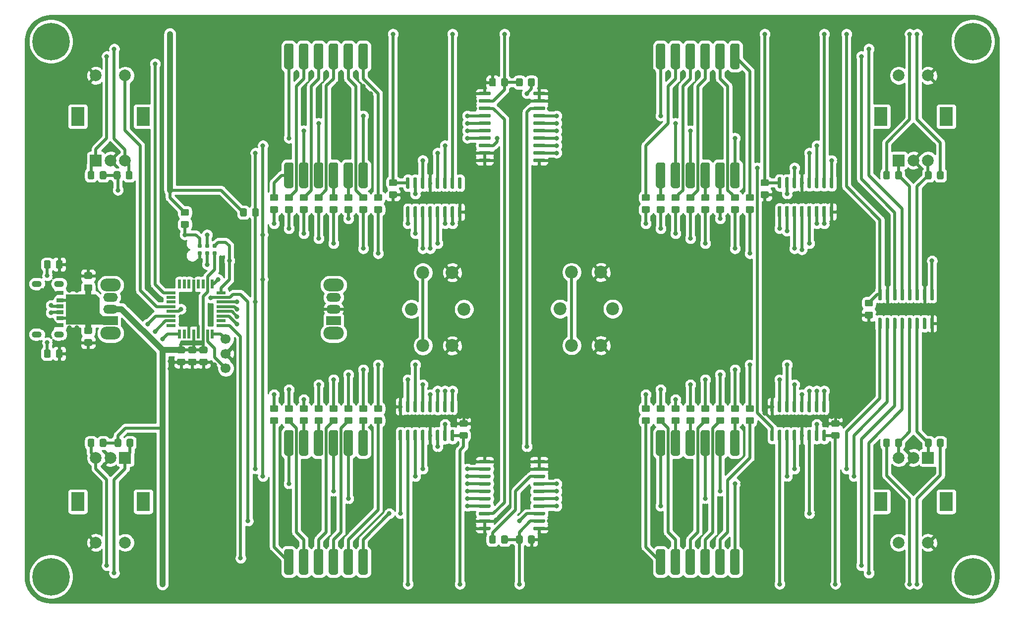
<source format=gbr>
G04 #@! TF.GenerationSoftware,KiCad,Pcbnew,(5.1.8)-1*
G04 #@! TF.CreationDate,2021-11-24T22:08:45-05:00*
G04 #@! TF.ProjectId,mtg_life_counter,6d74675f-6c69-4666-955f-636f756e7465,2.0*
G04 #@! TF.SameCoordinates,Original*
G04 #@! TF.FileFunction,Copper,L1,Top*
G04 #@! TF.FilePolarity,Positive*
%FSLAX46Y46*%
G04 Gerber Fmt 4.6, Leading zero omitted, Abs format (unit mm)*
G04 Created by KiCad (PCBNEW (5.1.8)-1) date 2021-11-24 22:08:45*
%MOMM*%
%LPD*%
G01*
G04 APERTURE LIST*
G04 #@! TA.AperFunction,NonConductor*
%ADD10C,0.100000*%
G04 #@! TD*
G04 #@! TA.AperFunction,ComponentPad*
%ADD11C,2.000000*%
G04 #@! TD*
G04 #@! TA.AperFunction,ComponentPad*
%ADD12R,2.300000X3.200000*%
G04 #@! TD*
G04 #@! TA.AperFunction,ComponentPad*
%ADD13R,2.000000X2.000000*%
G04 #@! TD*
G04 #@! TA.AperFunction,ComponentPad*
%ADD14O,1.700000X1.100000*%
G04 #@! TD*
G04 #@! TA.AperFunction,SMDPad,CuDef*
%ADD15R,1.200000X0.800000*%
G04 #@! TD*
G04 #@! TA.AperFunction,SMDPad,CuDef*
%ADD16R,1.200000X0.760000*%
G04 #@! TD*
G04 #@! TA.AperFunction,SMDPad,CuDef*
%ADD17R,1.200000X0.700000*%
G04 #@! TD*
G04 #@! TA.AperFunction,WasherPad*
%ADD18C,2.200000*%
G04 #@! TD*
G04 #@! TA.AperFunction,ComponentPad*
%ADD19C,2.200000*%
G04 #@! TD*
G04 #@! TA.AperFunction,SMDPad,CuDef*
%ADD20R,1.600000X0.550000*%
G04 #@! TD*
G04 #@! TA.AperFunction,SMDPad,CuDef*
%ADD21R,0.550000X1.600000*%
G04 #@! TD*
G04 #@! TA.AperFunction,ComponentPad*
%ADD22C,1.700000*%
G04 #@! TD*
G04 #@! TA.AperFunction,ComponentPad*
%ADD23C,0.800000*%
G04 #@! TD*
G04 #@! TA.AperFunction,ComponentPad*
%ADD24C,6.400000*%
G04 #@! TD*
G04 #@! TA.AperFunction,ConnectorPad*
%ADD25C,0.787400*%
G04 #@! TD*
G04 #@! TA.AperFunction,ComponentPad*
%ADD26O,3.500000X2.200000*%
G04 #@! TD*
G04 #@! TA.AperFunction,ComponentPad*
%ADD27O,2.500000X1.500000*%
G04 #@! TD*
G04 #@! TA.AperFunction,ComponentPad*
%ADD28R,2.500000X1.500000*%
G04 #@! TD*
G04 #@! TA.AperFunction,ViaPad*
%ADD29C,0.800000*%
G04 #@! TD*
G04 #@! TA.AperFunction,Conductor*
%ADD30C,0.500000*%
G04 #@! TD*
G04 #@! TA.AperFunction,Conductor*
%ADD31C,1.000000*%
G04 #@! TD*
G04 #@! TA.AperFunction,Conductor*
%ADD32C,0.254000*%
G04 #@! TD*
G04 #@! TA.AperFunction,Conductor*
%ADD33C,0.100000*%
G04 #@! TD*
G04 APERTURE END LIST*
D10*
G36*
X82042000Y-107696000D02*
G01*
X77724000Y-107696000D01*
X78105000Y-106934000D01*
X82042000Y-106934000D01*
X82042000Y-107696000D01*
G37*
X82042000Y-107696000D02*
X77724000Y-107696000D01*
X78105000Y-106934000D01*
X82042000Y-106934000D01*
X82042000Y-107696000D01*
G36*
X64135000Y-99695000D02*
G01*
X64135000Y-102235000D01*
X64770000Y-102870000D01*
X64770000Y-104140000D01*
X58420000Y-104140000D01*
X58420000Y-99060000D01*
X63500000Y-99060000D01*
X64135000Y-99695000D01*
G37*
X64135000Y-99695000D02*
X64135000Y-102235000D01*
X64770000Y-102870000D01*
X64770000Y-104140000D01*
X58420000Y-104140000D01*
X58420000Y-99060000D01*
X63500000Y-99060000D01*
X64135000Y-99695000D01*
D11*
X68540000Y-61700000D03*
X63540000Y-61700000D03*
D12*
X71640000Y-68700000D03*
X60440000Y-68700000D03*
D11*
X68540000Y-76200000D03*
X66040000Y-76200000D03*
D13*
X63540000Y-76200000D03*
D11*
X63540000Y-141500000D03*
X68540000Y-141500000D03*
D12*
X60440000Y-134500000D03*
X71640000Y-134500000D03*
D11*
X63540000Y-127000000D03*
X66040000Y-127000000D03*
D13*
X68540000Y-127000000D03*
D11*
X200700000Y-141500000D03*
X205700000Y-141500000D03*
D12*
X197600000Y-134500000D03*
X208800000Y-134500000D03*
D11*
X200700000Y-127000000D03*
X203200000Y-127000000D03*
D13*
X205700000Y-127000000D03*
D11*
X205700000Y-61700000D03*
X200700000Y-61700000D03*
D12*
X208800000Y-68700000D03*
X197600000Y-68700000D03*
D11*
X205700000Y-76200000D03*
X203200000Y-76200000D03*
D13*
X200700000Y-76200000D03*
G04 #@! TA.AperFunction,SMDPad,CuDef*
G36*
G01*
X109620000Y-126660000D02*
X108820000Y-126660000D01*
G75*
G02*
X108420000Y-126260000I0J400000D01*
G01*
X108420000Y-122660000D01*
G75*
G02*
X108820000Y-122260000I400000J0D01*
G01*
X109620000Y-122260000D01*
G75*
G02*
X110020000Y-122660000I0J-400000D01*
G01*
X110020000Y-126260000D01*
G75*
G02*
X109620000Y-126660000I-400000J0D01*
G01*
G37*
G04 #@! TD.AperFunction*
G04 #@! TA.AperFunction,SMDPad,CuDef*
G36*
G01*
X107080000Y-126660000D02*
X106280000Y-126660000D01*
G75*
G02*
X105880000Y-126260000I0J400000D01*
G01*
X105880000Y-122660000D01*
G75*
G02*
X106280000Y-122260000I400000J0D01*
G01*
X107080000Y-122260000D01*
G75*
G02*
X107480000Y-122660000I0J-400000D01*
G01*
X107480000Y-126260000D01*
G75*
G02*
X107080000Y-126660000I-400000J0D01*
G01*
G37*
G04 #@! TD.AperFunction*
G04 #@! TA.AperFunction,SMDPad,CuDef*
G36*
G01*
X104540000Y-126660000D02*
X103740000Y-126660000D01*
G75*
G02*
X103340000Y-126260000I0J400000D01*
G01*
X103340000Y-122660000D01*
G75*
G02*
X103740000Y-122260000I400000J0D01*
G01*
X104540000Y-122260000D01*
G75*
G02*
X104940000Y-122660000I0J-400000D01*
G01*
X104940000Y-126260000D01*
G75*
G02*
X104540000Y-126660000I-400000J0D01*
G01*
G37*
G04 #@! TD.AperFunction*
G04 #@! TA.AperFunction,SMDPad,CuDef*
G36*
G01*
X102000000Y-126660000D02*
X101200000Y-126660000D01*
G75*
G02*
X100800000Y-126260000I0J400000D01*
G01*
X100800000Y-122660000D01*
G75*
G02*
X101200000Y-122260000I400000J0D01*
G01*
X102000000Y-122260000D01*
G75*
G02*
X102400000Y-122660000I0J-400000D01*
G01*
X102400000Y-126260000D01*
G75*
G02*
X102000000Y-126660000I-400000J0D01*
G01*
G37*
G04 #@! TD.AperFunction*
G04 #@! TA.AperFunction,SMDPad,CuDef*
G36*
G01*
X99460000Y-126660000D02*
X98660000Y-126660000D01*
G75*
G02*
X98260000Y-126260000I0J400000D01*
G01*
X98260000Y-122660000D01*
G75*
G02*
X98660000Y-122260000I400000J0D01*
G01*
X99460000Y-122260000D01*
G75*
G02*
X99860000Y-122660000I0J-400000D01*
G01*
X99860000Y-126260000D01*
G75*
G02*
X99460000Y-126660000I-400000J0D01*
G01*
G37*
G04 #@! TD.AperFunction*
G04 #@! TA.AperFunction,SMDPad,CuDef*
G36*
G01*
X96920000Y-126660000D02*
X96120000Y-126660000D01*
G75*
G02*
X95720000Y-126260000I0J400000D01*
G01*
X95720000Y-122660000D01*
G75*
G02*
X96120000Y-122260000I400000J0D01*
G01*
X96920000Y-122260000D01*
G75*
G02*
X97320000Y-122660000I0J-400000D01*
G01*
X97320000Y-126260000D01*
G75*
G02*
X96920000Y-126660000I-400000J0D01*
G01*
G37*
G04 #@! TD.AperFunction*
G04 #@! TA.AperFunction,SMDPad,CuDef*
G36*
G01*
X109620000Y-146980000D02*
X108820000Y-146980000D01*
G75*
G02*
X108420000Y-146580000I0J400000D01*
G01*
X108420000Y-142980000D01*
G75*
G02*
X108820000Y-142580000I400000J0D01*
G01*
X109620000Y-142580000D01*
G75*
G02*
X110020000Y-142980000I0J-400000D01*
G01*
X110020000Y-146580000D01*
G75*
G02*
X109620000Y-146980000I-400000J0D01*
G01*
G37*
G04 #@! TD.AperFunction*
G04 #@! TA.AperFunction,SMDPad,CuDef*
G36*
G01*
X107080000Y-146980000D02*
X106280000Y-146980000D01*
G75*
G02*
X105880000Y-146580000I0J400000D01*
G01*
X105880000Y-142980000D01*
G75*
G02*
X106280000Y-142580000I400000J0D01*
G01*
X107080000Y-142580000D01*
G75*
G02*
X107480000Y-142980000I0J-400000D01*
G01*
X107480000Y-146580000D01*
G75*
G02*
X107080000Y-146980000I-400000J0D01*
G01*
G37*
G04 #@! TD.AperFunction*
G04 #@! TA.AperFunction,SMDPad,CuDef*
G36*
G01*
X104540000Y-146980000D02*
X103740000Y-146980000D01*
G75*
G02*
X103340000Y-146580000I0J400000D01*
G01*
X103340000Y-142980000D01*
G75*
G02*
X103740000Y-142580000I400000J0D01*
G01*
X104540000Y-142580000D01*
G75*
G02*
X104940000Y-142980000I0J-400000D01*
G01*
X104940000Y-146580000D01*
G75*
G02*
X104540000Y-146980000I-400000J0D01*
G01*
G37*
G04 #@! TD.AperFunction*
G04 #@! TA.AperFunction,SMDPad,CuDef*
G36*
G01*
X102000000Y-146980000D02*
X101200000Y-146980000D01*
G75*
G02*
X100800000Y-146580000I0J400000D01*
G01*
X100800000Y-142980000D01*
G75*
G02*
X101200000Y-142580000I400000J0D01*
G01*
X102000000Y-142580000D01*
G75*
G02*
X102400000Y-142980000I0J-400000D01*
G01*
X102400000Y-146580000D01*
G75*
G02*
X102000000Y-146980000I-400000J0D01*
G01*
G37*
G04 #@! TD.AperFunction*
G04 #@! TA.AperFunction,SMDPad,CuDef*
G36*
G01*
X99460000Y-146980000D02*
X98660000Y-146980000D01*
G75*
G02*
X98260000Y-146580000I0J400000D01*
G01*
X98260000Y-142980000D01*
G75*
G02*
X98660000Y-142580000I400000J0D01*
G01*
X99460000Y-142580000D01*
G75*
G02*
X99860000Y-142980000I0J-400000D01*
G01*
X99860000Y-146580000D01*
G75*
G02*
X99460000Y-146980000I-400000J0D01*
G01*
G37*
G04 #@! TD.AperFunction*
G04 #@! TA.AperFunction,SMDPad,CuDef*
G36*
G01*
X96920000Y-146980000D02*
X96120000Y-146980000D01*
G75*
G02*
X95720000Y-146580000I0J400000D01*
G01*
X95720000Y-142980000D01*
G75*
G02*
X96120000Y-142580000I400000J0D01*
G01*
X96920000Y-142580000D01*
G75*
G02*
X97320000Y-142980000I0J-400000D01*
G01*
X97320000Y-146580000D01*
G75*
G02*
X96920000Y-146980000I-400000J0D01*
G01*
G37*
G04 #@! TD.AperFunction*
G04 #@! TA.AperFunction,SMDPad,CuDef*
G36*
G01*
X62680001Y-105840000D02*
X61779999Y-105840000D01*
G75*
G02*
X61530000Y-105590001I0J249999D01*
G01*
X61530000Y-104939999D01*
G75*
G02*
X61779999Y-104690000I249999J0D01*
G01*
X62680001Y-104690000D01*
G75*
G02*
X62930000Y-104939999I0J-249999D01*
G01*
X62930000Y-105590001D01*
G75*
G02*
X62680001Y-105840000I-249999J0D01*
G01*
G37*
G04 #@! TD.AperFunction*
G04 #@! TA.AperFunction,SMDPad,CuDef*
G36*
G01*
X62680001Y-107890000D02*
X61779999Y-107890000D01*
G75*
G02*
X61530000Y-107640001I0J249999D01*
G01*
X61530000Y-106989999D01*
G75*
G02*
X61779999Y-106740000I249999J0D01*
G01*
X62680001Y-106740000D01*
G75*
G02*
X62930000Y-106989999I0J-249999D01*
G01*
X62930000Y-107640001D01*
G75*
G02*
X62680001Y-107890000I-249999J0D01*
G01*
G37*
G04 #@! TD.AperFunction*
G04 #@! TA.AperFunction,SMDPad,CuDef*
G36*
G01*
X61779999Y-97360000D02*
X62680001Y-97360000D01*
G75*
G02*
X62930000Y-97609999I0J-249999D01*
G01*
X62930000Y-98260001D01*
G75*
G02*
X62680001Y-98510000I-249999J0D01*
G01*
X61779999Y-98510000D01*
G75*
G02*
X61530000Y-98260001I0J249999D01*
G01*
X61530000Y-97609999D01*
G75*
G02*
X61779999Y-97360000I249999J0D01*
G01*
G37*
G04 #@! TD.AperFunction*
G04 #@! TA.AperFunction,SMDPad,CuDef*
G36*
G01*
X61779999Y-95310000D02*
X62680001Y-95310000D01*
G75*
G02*
X62930000Y-95559999I0J-249999D01*
G01*
X62930000Y-96210001D01*
G75*
G02*
X62680001Y-96460000I-249999J0D01*
G01*
X61779999Y-96460000D01*
G75*
G02*
X61530000Y-96210001I0J249999D01*
G01*
X61530000Y-95559999D01*
G75*
G02*
X61779999Y-95310000I249999J0D01*
G01*
G37*
G04 #@! TD.AperFunction*
G04 #@! TA.AperFunction,SMDPad,CuDef*
G36*
G01*
X56720000Y-109670001D02*
X56720000Y-108769999D01*
G75*
G02*
X56969999Y-108520000I249999J0D01*
G01*
X57620001Y-108520000D01*
G75*
G02*
X57870000Y-108769999I0J-249999D01*
G01*
X57870000Y-109670001D01*
G75*
G02*
X57620001Y-109920000I-249999J0D01*
G01*
X56969999Y-109920000D01*
G75*
G02*
X56720000Y-109670001I0J249999D01*
G01*
G37*
G04 #@! TD.AperFunction*
G04 #@! TA.AperFunction,SMDPad,CuDef*
G36*
G01*
X54670000Y-109670001D02*
X54670000Y-108769999D01*
G75*
G02*
X54919999Y-108520000I249999J0D01*
G01*
X55570001Y-108520000D01*
G75*
G02*
X55820000Y-108769999I0J-249999D01*
G01*
X55820000Y-109670001D01*
G75*
G02*
X55570001Y-109920000I-249999J0D01*
G01*
X54919999Y-109920000D01*
G75*
G02*
X54670000Y-109670001I0J249999D01*
G01*
G37*
G04 #@! TD.AperFunction*
G04 #@! TA.AperFunction,SMDPad,CuDef*
G36*
G01*
X56720000Y-94430001D02*
X56720000Y-93529999D01*
G75*
G02*
X56969999Y-93280000I249999J0D01*
G01*
X57620001Y-93280000D01*
G75*
G02*
X57870000Y-93529999I0J-249999D01*
G01*
X57870000Y-94430001D01*
G75*
G02*
X57620001Y-94680000I-249999J0D01*
G01*
X56969999Y-94680000D01*
G75*
G02*
X56720000Y-94430001I0J249999D01*
G01*
G37*
G04 #@! TD.AperFunction*
G04 #@! TA.AperFunction,SMDPad,CuDef*
G36*
G01*
X54670000Y-94430001D02*
X54670000Y-93529999D01*
G75*
G02*
X54919999Y-93280000I249999J0D01*
G01*
X55570001Y-93280000D01*
G75*
G02*
X55820000Y-93529999I0J-249999D01*
G01*
X55820000Y-94430001D01*
G75*
G02*
X55570001Y-94680000I-249999J0D01*
G01*
X54919999Y-94680000D01*
G75*
G02*
X54670000Y-94430001I0J249999D01*
G01*
G37*
G04 #@! TD.AperFunction*
D14*
X57250000Y-97280000D03*
X57250000Y-105920000D03*
X53450000Y-97280000D03*
X53450000Y-105920000D03*
D15*
X57400000Y-104350000D03*
D16*
X57400000Y-103120000D03*
D17*
X57400000Y-102100000D03*
X57400000Y-101100000D03*
D16*
X57400000Y-100080000D03*
D15*
X57400000Y-98850000D03*
G04 #@! TA.AperFunction,SMDPad,CuDef*
G36*
G01*
X90230000Y-85540001D02*
X90230000Y-84639999D01*
G75*
G02*
X90479999Y-84390000I249999J0D01*
G01*
X91130001Y-84390000D01*
G75*
G02*
X91380000Y-84639999I0J-249999D01*
G01*
X91380000Y-85540001D01*
G75*
G02*
X91130001Y-85790000I-249999J0D01*
G01*
X90479999Y-85790000D01*
G75*
G02*
X90230000Y-85540001I0J249999D01*
G01*
G37*
G04 #@! TD.AperFunction*
G04 #@! TA.AperFunction,SMDPad,CuDef*
G36*
G01*
X88180000Y-85540001D02*
X88180000Y-84639999D01*
G75*
G02*
X88429999Y-84390000I249999J0D01*
G01*
X89080001Y-84390000D01*
G75*
G02*
X89330000Y-84639999I0J-249999D01*
G01*
X89330000Y-85540001D01*
G75*
G02*
X89080001Y-85790000I-249999J0D01*
G01*
X88429999Y-85790000D01*
G75*
G02*
X88180000Y-85540001I0J249999D01*
G01*
G37*
G04 #@! TD.AperFunction*
G04 #@! TA.AperFunction,SMDPad,CuDef*
G36*
G01*
X138245000Y-64920000D02*
X138245000Y-64620000D01*
G75*
G02*
X138395000Y-64470000I150000J0D01*
G01*
X140145000Y-64470000D01*
G75*
G02*
X140295000Y-64620000I0J-150000D01*
G01*
X140295000Y-64920000D01*
G75*
G02*
X140145000Y-65070000I-150000J0D01*
G01*
X138395000Y-65070000D01*
G75*
G02*
X138245000Y-64920000I0J150000D01*
G01*
G37*
G04 #@! TD.AperFunction*
G04 #@! TA.AperFunction,SMDPad,CuDef*
G36*
G01*
X138245000Y-66190000D02*
X138245000Y-65890000D01*
G75*
G02*
X138395000Y-65740000I150000J0D01*
G01*
X140145000Y-65740000D01*
G75*
G02*
X140295000Y-65890000I0J-150000D01*
G01*
X140295000Y-66190000D01*
G75*
G02*
X140145000Y-66340000I-150000J0D01*
G01*
X138395000Y-66340000D01*
G75*
G02*
X138245000Y-66190000I0J150000D01*
G01*
G37*
G04 #@! TD.AperFunction*
G04 #@! TA.AperFunction,SMDPad,CuDef*
G36*
G01*
X138245000Y-67460000D02*
X138245000Y-67160000D01*
G75*
G02*
X138395000Y-67010000I150000J0D01*
G01*
X140145000Y-67010000D01*
G75*
G02*
X140295000Y-67160000I0J-150000D01*
G01*
X140295000Y-67460000D01*
G75*
G02*
X140145000Y-67610000I-150000J0D01*
G01*
X138395000Y-67610000D01*
G75*
G02*
X138245000Y-67460000I0J150000D01*
G01*
G37*
G04 #@! TD.AperFunction*
G04 #@! TA.AperFunction,SMDPad,CuDef*
G36*
G01*
X138245000Y-68730000D02*
X138245000Y-68430000D01*
G75*
G02*
X138395000Y-68280000I150000J0D01*
G01*
X140145000Y-68280000D01*
G75*
G02*
X140295000Y-68430000I0J-150000D01*
G01*
X140295000Y-68730000D01*
G75*
G02*
X140145000Y-68880000I-150000J0D01*
G01*
X138395000Y-68880000D01*
G75*
G02*
X138245000Y-68730000I0J150000D01*
G01*
G37*
G04 #@! TD.AperFunction*
G04 #@! TA.AperFunction,SMDPad,CuDef*
G36*
G01*
X138245000Y-70000000D02*
X138245000Y-69700000D01*
G75*
G02*
X138395000Y-69550000I150000J0D01*
G01*
X140145000Y-69550000D01*
G75*
G02*
X140295000Y-69700000I0J-150000D01*
G01*
X140295000Y-70000000D01*
G75*
G02*
X140145000Y-70150000I-150000J0D01*
G01*
X138395000Y-70150000D01*
G75*
G02*
X138245000Y-70000000I0J150000D01*
G01*
G37*
G04 #@! TD.AperFunction*
G04 #@! TA.AperFunction,SMDPad,CuDef*
G36*
G01*
X138245000Y-71270000D02*
X138245000Y-70970000D01*
G75*
G02*
X138395000Y-70820000I150000J0D01*
G01*
X140145000Y-70820000D01*
G75*
G02*
X140295000Y-70970000I0J-150000D01*
G01*
X140295000Y-71270000D01*
G75*
G02*
X140145000Y-71420000I-150000J0D01*
G01*
X138395000Y-71420000D01*
G75*
G02*
X138245000Y-71270000I0J150000D01*
G01*
G37*
G04 #@! TD.AperFunction*
G04 #@! TA.AperFunction,SMDPad,CuDef*
G36*
G01*
X138245000Y-72540000D02*
X138245000Y-72240000D01*
G75*
G02*
X138395000Y-72090000I150000J0D01*
G01*
X140145000Y-72090000D01*
G75*
G02*
X140295000Y-72240000I0J-150000D01*
G01*
X140295000Y-72540000D01*
G75*
G02*
X140145000Y-72690000I-150000J0D01*
G01*
X138395000Y-72690000D01*
G75*
G02*
X138245000Y-72540000I0J150000D01*
G01*
G37*
G04 #@! TD.AperFunction*
G04 #@! TA.AperFunction,SMDPad,CuDef*
G36*
G01*
X138245000Y-73810000D02*
X138245000Y-73510000D01*
G75*
G02*
X138395000Y-73360000I150000J0D01*
G01*
X140145000Y-73360000D01*
G75*
G02*
X140295000Y-73510000I0J-150000D01*
G01*
X140295000Y-73810000D01*
G75*
G02*
X140145000Y-73960000I-150000J0D01*
G01*
X138395000Y-73960000D01*
G75*
G02*
X138245000Y-73810000I0J150000D01*
G01*
G37*
G04 #@! TD.AperFunction*
G04 #@! TA.AperFunction,SMDPad,CuDef*
G36*
G01*
X138245000Y-75080000D02*
X138245000Y-74780000D01*
G75*
G02*
X138395000Y-74630000I150000J0D01*
G01*
X140145000Y-74630000D01*
G75*
G02*
X140295000Y-74780000I0J-150000D01*
G01*
X140295000Y-75080000D01*
G75*
G02*
X140145000Y-75230000I-150000J0D01*
G01*
X138395000Y-75230000D01*
G75*
G02*
X138245000Y-75080000I0J150000D01*
G01*
G37*
G04 #@! TD.AperFunction*
G04 #@! TA.AperFunction,SMDPad,CuDef*
G36*
G01*
X138245000Y-76350000D02*
X138245000Y-76050000D01*
G75*
G02*
X138395000Y-75900000I150000J0D01*
G01*
X140145000Y-75900000D01*
G75*
G02*
X140295000Y-76050000I0J-150000D01*
G01*
X140295000Y-76350000D01*
G75*
G02*
X140145000Y-76500000I-150000J0D01*
G01*
X138395000Y-76500000D01*
G75*
G02*
X138245000Y-76350000I0J150000D01*
G01*
G37*
G04 #@! TD.AperFunction*
G04 #@! TA.AperFunction,SMDPad,CuDef*
G36*
G01*
X128945000Y-76350000D02*
X128945000Y-76050000D01*
G75*
G02*
X129095000Y-75900000I150000J0D01*
G01*
X130845000Y-75900000D01*
G75*
G02*
X130995000Y-76050000I0J-150000D01*
G01*
X130995000Y-76350000D01*
G75*
G02*
X130845000Y-76500000I-150000J0D01*
G01*
X129095000Y-76500000D01*
G75*
G02*
X128945000Y-76350000I0J150000D01*
G01*
G37*
G04 #@! TD.AperFunction*
G04 #@! TA.AperFunction,SMDPad,CuDef*
G36*
G01*
X128945000Y-75080000D02*
X128945000Y-74780000D01*
G75*
G02*
X129095000Y-74630000I150000J0D01*
G01*
X130845000Y-74630000D01*
G75*
G02*
X130995000Y-74780000I0J-150000D01*
G01*
X130995000Y-75080000D01*
G75*
G02*
X130845000Y-75230000I-150000J0D01*
G01*
X129095000Y-75230000D01*
G75*
G02*
X128945000Y-75080000I0J150000D01*
G01*
G37*
G04 #@! TD.AperFunction*
G04 #@! TA.AperFunction,SMDPad,CuDef*
G36*
G01*
X128945000Y-73810000D02*
X128945000Y-73510000D01*
G75*
G02*
X129095000Y-73360000I150000J0D01*
G01*
X130845000Y-73360000D01*
G75*
G02*
X130995000Y-73510000I0J-150000D01*
G01*
X130995000Y-73810000D01*
G75*
G02*
X130845000Y-73960000I-150000J0D01*
G01*
X129095000Y-73960000D01*
G75*
G02*
X128945000Y-73810000I0J150000D01*
G01*
G37*
G04 #@! TD.AperFunction*
G04 #@! TA.AperFunction,SMDPad,CuDef*
G36*
G01*
X128945000Y-72540000D02*
X128945000Y-72240000D01*
G75*
G02*
X129095000Y-72090000I150000J0D01*
G01*
X130845000Y-72090000D01*
G75*
G02*
X130995000Y-72240000I0J-150000D01*
G01*
X130995000Y-72540000D01*
G75*
G02*
X130845000Y-72690000I-150000J0D01*
G01*
X129095000Y-72690000D01*
G75*
G02*
X128945000Y-72540000I0J150000D01*
G01*
G37*
G04 #@! TD.AperFunction*
G04 #@! TA.AperFunction,SMDPad,CuDef*
G36*
G01*
X128945000Y-71270000D02*
X128945000Y-70970000D01*
G75*
G02*
X129095000Y-70820000I150000J0D01*
G01*
X130845000Y-70820000D01*
G75*
G02*
X130995000Y-70970000I0J-150000D01*
G01*
X130995000Y-71270000D01*
G75*
G02*
X130845000Y-71420000I-150000J0D01*
G01*
X129095000Y-71420000D01*
G75*
G02*
X128945000Y-71270000I0J150000D01*
G01*
G37*
G04 #@! TD.AperFunction*
G04 #@! TA.AperFunction,SMDPad,CuDef*
G36*
G01*
X128945000Y-70000000D02*
X128945000Y-69700000D01*
G75*
G02*
X129095000Y-69550000I150000J0D01*
G01*
X130845000Y-69550000D01*
G75*
G02*
X130995000Y-69700000I0J-150000D01*
G01*
X130995000Y-70000000D01*
G75*
G02*
X130845000Y-70150000I-150000J0D01*
G01*
X129095000Y-70150000D01*
G75*
G02*
X128945000Y-70000000I0J150000D01*
G01*
G37*
G04 #@! TD.AperFunction*
G04 #@! TA.AperFunction,SMDPad,CuDef*
G36*
G01*
X128945000Y-68730000D02*
X128945000Y-68430000D01*
G75*
G02*
X129095000Y-68280000I150000J0D01*
G01*
X130845000Y-68280000D01*
G75*
G02*
X130995000Y-68430000I0J-150000D01*
G01*
X130995000Y-68730000D01*
G75*
G02*
X130845000Y-68880000I-150000J0D01*
G01*
X129095000Y-68880000D01*
G75*
G02*
X128945000Y-68730000I0J150000D01*
G01*
G37*
G04 #@! TD.AperFunction*
G04 #@! TA.AperFunction,SMDPad,CuDef*
G36*
G01*
X128945000Y-67460000D02*
X128945000Y-67160000D01*
G75*
G02*
X129095000Y-67010000I150000J0D01*
G01*
X130845000Y-67010000D01*
G75*
G02*
X130995000Y-67160000I0J-150000D01*
G01*
X130995000Y-67460000D01*
G75*
G02*
X130845000Y-67610000I-150000J0D01*
G01*
X129095000Y-67610000D01*
G75*
G02*
X128945000Y-67460000I0J150000D01*
G01*
G37*
G04 #@! TD.AperFunction*
G04 #@! TA.AperFunction,SMDPad,CuDef*
G36*
G01*
X128945000Y-66190000D02*
X128945000Y-65890000D01*
G75*
G02*
X129095000Y-65740000I150000J0D01*
G01*
X130845000Y-65740000D01*
G75*
G02*
X130995000Y-65890000I0J-150000D01*
G01*
X130995000Y-66190000D01*
G75*
G02*
X130845000Y-66340000I-150000J0D01*
G01*
X129095000Y-66340000D01*
G75*
G02*
X128945000Y-66190000I0J150000D01*
G01*
G37*
G04 #@! TD.AperFunction*
G04 #@! TA.AperFunction,SMDPad,CuDef*
G36*
G01*
X128945000Y-64920000D02*
X128945000Y-64620000D01*
G75*
G02*
X129095000Y-64470000I150000J0D01*
G01*
X130845000Y-64470000D01*
G75*
G02*
X130995000Y-64620000I0J-150000D01*
G01*
X130995000Y-64920000D01*
G75*
G02*
X130845000Y-65070000I-150000J0D01*
G01*
X129095000Y-65070000D01*
G75*
G02*
X128945000Y-64920000I0J150000D01*
G01*
G37*
G04 #@! TD.AperFunction*
G04 #@! TA.AperFunction,SMDPad,CuDef*
G36*
G01*
X132775000Y-63315001D02*
X132775000Y-62414999D01*
G75*
G02*
X133024999Y-62165000I249999J0D01*
G01*
X133675001Y-62165000D01*
G75*
G02*
X133925000Y-62414999I0J-249999D01*
G01*
X133925000Y-63315001D01*
G75*
G02*
X133675001Y-63565000I-249999J0D01*
G01*
X133024999Y-63565000D01*
G75*
G02*
X132775000Y-63315001I0J249999D01*
G01*
G37*
G04 #@! TD.AperFunction*
G04 #@! TA.AperFunction,SMDPad,CuDef*
G36*
G01*
X130725000Y-63315001D02*
X130725000Y-62414999D01*
G75*
G02*
X130974999Y-62165000I249999J0D01*
G01*
X131625001Y-62165000D01*
G75*
G02*
X131875000Y-62414999I0J-249999D01*
G01*
X131875000Y-63315001D01*
G75*
G02*
X131625001Y-63565000I-249999J0D01*
G01*
X130974999Y-63565000D01*
G75*
G02*
X130725000Y-63315001I0J249999D01*
G01*
G37*
G04 #@! TD.AperFunction*
G04 #@! TA.AperFunction,SMDPad,CuDef*
G36*
G01*
X116990000Y-81050000D02*
X116690000Y-81050000D01*
G75*
G02*
X116540000Y-80900000I0J150000D01*
G01*
X116540000Y-79250000D01*
G75*
G02*
X116690000Y-79100000I150000J0D01*
G01*
X116990000Y-79100000D01*
G75*
G02*
X117140000Y-79250000I0J-150000D01*
G01*
X117140000Y-80900000D01*
G75*
G02*
X116990000Y-81050000I-150000J0D01*
G01*
G37*
G04 #@! TD.AperFunction*
G04 #@! TA.AperFunction,SMDPad,CuDef*
G36*
G01*
X118260000Y-81050000D02*
X117960000Y-81050000D01*
G75*
G02*
X117810000Y-80900000I0J150000D01*
G01*
X117810000Y-79250000D01*
G75*
G02*
X117960000Y-79100000I150000J0D01*
G01*
X118260000Y-79100000D01*
G75*
G02*
X118410000Y-79250000I0J-150000D01*
G01*
X118410000Y-80900000D01*
G75*
G02*
X118260000Y-81050000I-150000J0D01*
G01*
G37*
G04 #@! TD.AperFunction*
G04 #@! TA.AperFunction,SMDPad,CuDef*
G36*
G01*
X119530000Y-81050000D02*
X119230000Y-81050000D01*
G75*
G02*
X119080000Y-80900000I0J150000D01*
G01*
X119080000Y-79250000D01*
G75*
G02*
X119230000Y-79100000I150000J0D01*
G01*
X119530000Y-79100000D01*
G75*
G02*
X119680000Y-79250000I0J-150000D01*
G01*
X119680000Y-80900000D01*
G75*
G02*
X119530000Y-81050000I-150000J0D01*
G01*
G37*
G04 #@! TD.AperFunction*
G04 #@! TA.AperFunction,SMDPad,CuDef*
G36*
G01*
X120800000Y-81050000D02*
X120500000Y-81050000D01*
G75*
G02*
X120350000Y-80900000I0J150000D01*
G01*
X120350000Y-79250000D01*
G75*
G02*
X120500000Y-79100000I150000J0D01*
G01*
X120800000Y-79100000D01*
G75*
G02*
X120950000Y-79250000I0J-150000D01*
G01*
X120950000Y-80900000D01*
G75*
G02*
X120800000Y-81050000I-150000J0D01*
G01*
G37*
G04 #@! TD.AperFunction*
G04 #@! TA.AperFunction,SMDPad,CuDef*
G36*
G01*
X122070000Y-81050000D02*
X121770000Y-81050000D01*
G75*
G02*
X121620000Y-80900000I0J150000D01*
G01*
X121620000Y-79250000D01*
G75*
G02*
X121770000Y-79100000I150000J0D01*
G01*
X122070000Y-79100000D01*
G75*
G02*
X122220000Y-79250000I0J-150000D01*
G01*
X122220000Y-80900000D01*
G75*
G02*
X122070000Y-81050000I-150000J0D01*
G01*
G37*
G04 #@! TD.AperFunction*
G04 #@! TA.AperFunction,SMDPad,CuDef*
G36*
G01*
X123340000Y-81050000D02*
X123040000Y-81050000D01*
G75*
G02*
X122890000Y-80900000I0J150000D01*
G01*
X122890000Y-79250000D01*
G75*
G02*
X123040000Y-79100000I150000J0D01*
G01*
X123340000Y-79100000D01*
G75*
G02*
X123490000Y-79250000I0J-150000D01*
G01*
X123490000Y-80900000D01*
G75*
G02*
X123340000Y-81050000I-150000J0D01*
G01*
G37*
G04 #@! TD.AperFunction*
G04 #@! TA.AperFunction,SMDPad,CuDef*
G36*
G01*
X124610000Y-81050000D02*
X124310000Y-81050000D01*
G75*
G02*
X124160000Y-80900000I0J150000D01*
G01*
X124160000Y-79250000D01*
G75*
G02*
X124310000Y-79100000I150000J0D01*
G01*
X124610000Y-79100000D01*
G75*
G02*
X124760000Y-79250000I0J-150000D01*
G01*
X124760000Y-80900000D01*
G75*
G02*
X124610000Y-81050000I-150000J0D01*
G01*
G37*
G04 #@! TD.AperFunction*
G04 #@! TA.AperFunction,SMDPad,CuDef*
G36*
G01*
X125880000Y-81050000D02*
X125580000Y-81050000D01*
G75*
G02*
X125430000Y-80900000I0J150000D01*
G01*
X125430000Y-79250000D01*
G75*
G02*
X125580000Y-79100000I150000J0D01*
G01*
X125880000Y-79100000D01*
G75*
G02*
X126030000Y-79250000I0J-150000D01*
G01*
X126030000Y-80900000D01*
G75*
G02*
X125880000Y-81050000I-150000J0D01*
G01*
G37*
G04 #@! TD.AperFunction*
G04 #@! TA.AperFunction,SMDPad,CuDef*
G36*
G01*
X125880000Y-86000000D02*
X125580000Y-86000000D01*
G75*
G02*
X125430000Y-85850000I0J150000D01*
G01*
X125430000Y-84200000D01*
G75*
G02*
X125580000Y-84050000I150000J0D01*
G01*
X125880000Y-84050000D01*
G75*
G02*
X126030000Y-84200000I0J-150000D01*
G01*
X126030000Y-85850000D01*
G75*
G02*
X125880000Y-86000000I-150000J0D01*
G01*
G37*
G04 #@! TD.AperFunction*
G04 #@! TA.AperFunction,SMDPad,CuDef*
G36*
G01*
X124610000Y-86000000D02*
X124310000Y-86000000D01*
G75*
G02*
X124160000Y-85850000I0J150000D01*
G01*
X124160000Y-84200000D01*
G75*
G02*
X124310000Y-84050000I150000J0D01*
G01*
X124610000Y-84050000D01*
G75*
G02*
X124760000Y-84200000I0J-150000D01*
G01*
X124760000Y-85850000D01*
G75*
G02*
X124610000Y-86000000I-150000J0D01*
G01*
G37*
G04 #@! TD.AperFunction*
G04 #@! TA.AperFunction,SMDPad,CuDef*
G36*
G01*
X123340000Y-86000000D02*
X123040000Y-86000000D01*
G75*
G02*
X122890000Y-85850000I0J150000D01*
G01*
X122890000Y-84200000D01*
G75*
G02*
X123040000Y-84050000I150000J0D01*
G01*
X123340000Y-84050000D01*
G75*
G02*
X123490000Y-84200000I0J-150000D01*
G01*
X123490000Y-85850000D01*
G75*
G02*
X123340000Y-86000000I-150000J0D01*
G01*
G37*
G04 #@! TD.AperFunction*
G04 #@! TA.AperFunction,SMDPad,CuDef*
G36*
G01*
X122070000Y-86000000D02*
X121770000Y-86000000D01*
G75*
G02*
X121620000Y-85850000I0J150000D01*
G01*
X121620000Y-84200000D01*
G75*
G02*
X121770000Y-84050000I150000J0D01*
G01*
X122070000Y-84050000D01*
G75*
G02*
X122220000Y-84200000I0J-150000D01*
G01*
X122220000Y-85850000D01*
G75*
G02*
X122070000Y-86000000I-150000J0D01*
G01*
G37*
G04 #@! TD.AperFunction*
G04 #@! TA.AperFunction,SMDPad,CuDef*
G36*
G01*
X120800000Y-86000000D02*
X120500000Y-86000000D01*
G75*
G02*
X120350000Y-85850000I0J150000D01*
G01*
X120350000Y-84200000D01*
G75*
G02*
X120500000Y-84050000I150000J0D01*
G01*
X120800000Y-84050000D01*
G75*
G02*
X120950000Y-84200000I0J-150000D01*
G01*
X120950000Y-85850000D01*
G75*
G02*
X120800000Y-86000000I-150000J0D01*
G01*
G37*
G04 #@! TD.AperFunction*
G04 #@! TA.AperFunction,SMDPad,CuDef*
G36*
G01*
X119530000Y-86000000D02*
X119230000Y-86000000D01*
G75*
G02*
X119080000Y-85850000I0J150000D01*
G01*
X119080000Y-84200000D01*
G75*
G02*
X119230000Y-84050000I150000J0D01*
G01*
X119530000Y-84050000D01*
G75*
G02*
X119680000Y-84200000I0J-150000D01*
G01*
X119680000Y-85850000D01*
G75*
G02*
X119530000Y-86000000I-150000J0D01*
G01*
G37*
G04 #@! TD.AperFunction*
G04 #@! TA.AperFunction,SMDPad,CuDef*
G36*
G01*
X118260000Y-86000000D02*
X117960000Y-86000000D01*
G75*
G02*
X117810000Y-85850000I0J150000D01*
G01*
X117810000Y-84200000D01*
G75*
G02*
X117960000Y-84050000I150000J0D01*
G01*
X118260000Y-84050000D01*
G75*
G02*
X118410000Y-84200000I0J-150000D01*
G01*
X118410000Y-85850000D01*
G75*
G02*
X118260000Y-86000000I-150000J0D01*
G01*
G37*
G04 #@! TD.AperFunction*
G04 #@! TA.AperFunction,SMDPad,CuDef*
G36*
G01*
X116990000Y-86000000D02*
X116690000Y-86000000D01*
G75*
G02*
X116540000Y-85850000I0J150000D01*
G01*
X116540000Y-84200000D01*
G75*
G02*
X116690000Y-84050000I150000J0D01*
G01*
X116990000Y-84050000D01*
G75*
G02*
X117140000Y-84200000I0J-150000D01*
G01*
X117140000Y-85850000D01*
G75*
G02*
X116990000Y-86000000I-150000J0D01*
G01*
G37*
G04 #@! TD.AperFunction*
G04 #@! TA.AperFunction,SMDPad,CuDef*
G36*
G01*
X96120000Y-76540000D02*
X96920000Y-76540000D01*
G75*
G02*
X97320000Y-76940000I0J-400000D01*
G01*
X97320000Y-80540000D01*
G75*
G02*
X96920000Y-80940000I-400000J0D01*
G01*
X96120000Y-80940000D01*
G75*
G02*
X95720000Y-80540000I0J400000D01*
G01*
X95720000Y-76940000D01*
G75*
G02*
X96120000Y-76540000I400000J0D01*
G01*
G37*
G04 #@! TD.AperFunction*
G04 #@! TA.AperFunction,SMDPad,CuDef*
G36*
G01*
X98660000Y-76540000D02*
X99460000Y-76540000D01*
G75*
G02*
X99860000Y-76940000I0J-400000D01*
G01*
X99860000Y-80540000D01*
G75*
G02*
X99460000Y-80940000I-400000J0D01*
G01*
X98660000Y-80940000D01*
G75*
G02*
X98260000Y-80540000I0J400000D01*
G01*
X98260000Y-76940000D01*
G75*
G02*
X98660000Y-76540000I400000J0D01*
G01*
G37*
G04 #@! TD.AperFunction*
G04 #@! TA.AperFunction,SMDPad,CuDef*
G36*
G01*
X101200000Y-76540000D02*
X102000000Y-76540000D01*
G75*
G02*
X102400000Y-76940000I0J-400000D01*
G01*
X102400000Y-80540000D01*
G75*
G02*
X102000000Y-80940000I-400000J0D01*
G01*
X101200000Y-80940000D01*
G75*
G02*
X100800000Y-80540000I0J400000D01*
G01*
X100800000Y-76940000D01*
G75*
G02*
X101200000Y-76540000I400000J0D01*
G01*
G37*
G04 #@! TD.AperFunction*
G04 #@! TA.AperFunction,SMDPad,CuDef*
G36*
G01*
X103740000Y-76540000D02*
X104540000Y-76540000D01*
G75*
G02*
X104940000Y-76940000I0J-400000D01*
G01*
X104940000Y-80540000D01*
G75*
G02*
X104540000Y-80940000I-400000J0D01*
G01*
X103740000Y-80940000D01*
G75*
G02*
X103340000Y-80540000I0J400000D01*
G01*
X103340000Y-76940000D01*
G75*
G02*
X103740000Y-76540000I400000J0D01*
G01*
G37*
G04 #@! TD.AperFunction*
G04 #@! TA.AperFunction,SMDPad,CuDef*
G36*
G01*
X106280000Y-76540000D02*
X107080000Y-76540000D01*
G75*
G02*
X107480000Y-76940000I0J-400000D01*
G01*
X107480000Y-80540000D01*
G75*
G02*
X107080000Y-80940000I-400000J0D01*
G01*
X106280000Y-80940000D01*
G75*
G02*
X105880000Y-80540000I0J400000D01*
G01*
X105880000Y-76940000D01*
G75*
G02*
X106280000Y-76540000I400000J0D01*
G01*
G37*
G04 #@! TD.AperFunction*
G04 #@! TA.AperFunction,SMDPad,CuDef*
G36*
G01*
X108820000Y-76540000D02*
X109620000Y-76540000D01*
G75*
G02*
X110020000Y-76940000I0J-400000D01*
G01*
X110020000Y-80540000D01*
G75*
G02*
X109620000Y-80940000I-400000J0D01*
G01*
X108820000Y-80940000D01*
G75*
G02*
X108420000Y-80540000I0J400000D01*
G01*
X108420000Y-76940000D01*
G75*
G02*
X108820000Y-76540000I400000J0D01*
G01*
G37*
G04 #@! TD.AperFunction*
G04 #@! TA.AperFunction,SMDPad,CuDef*
G36*
G01*
X96120000Y-56220000D02*
X96920000Y-56220000D01*
G75*
G02*
X97320000Y-56620000I0J-400000D01*
G01*
X97320000Y-60220000D01*
G75*
G02*
X96920000Y-60620000I-400000J0D01*
G01*
X96120000Y-60620000D01*
G75*
G02*
X95720000Y-60220000I0J400000D01*
G01*
X95720000Y-56620000D01*
G75*
G02*
X96120000Y-56220000I400000J0D01*
G01*
G37*
G04 #@! TD.AperFunction*
G04 #@! TA.AperFunction,SMDPad,CuDef*
G36*
G01*
X98660000Y-56220000D02*
X99460000Y-56220000D01*
G75*
G02*
X99860000Y-56620000I0J-400000D01*
G01*
X99860000Y-60220000D01*
G75*
G02*
X99460000Y-60620000I-400000J0D01*
G01*
X98660000Y-60620000D01*
G75*
G02*
X98260000Y-60220000I0J400000D01*
G01*
X98260000Y-56620000D01*
G75*
G02*
X98660000Y-56220000I400000J0D01*
G01*
G37*
G04 #@! TD.AperFunction*
G04 #@! TA.AperFunction,SMDPad,CuDef*
G36*
G01*
X101200000Y-56220000D02*
X102000000Y-56220000D01*
G75*
G02*
X102400000Y-56620000I0J-400000D01*
G01*
X102400000Y-60220000D01*
G75*
G02*
X102000000Y-60620000I-400000J0D01*
G01*
X101200000Y-60620000D01*
G75*
G02*
X100800000Y-60220000I0J400000D01*
G01*
X100800000Y-56620000D01*
G75*
G02*
X101200000Y-56220000I400000J0D01*
G01*
G37*
G04 #@! TD.AperFunction*
G04 #@! TA.AperFunction,SMDPad,CuDef*
G36*
G01*
X103740000Y-56220000D02*
X104540000Y-56220000D01*
G75*
G02*
X104940000Y-56620000I0J-400000D01*
G01*
X104940000Y-60220000D01*
G75*
G02*
X104540000Y-60620000I-400000J0D01*
G01*
X103740000Y-60620000D01*
G75*
G02*
X103340000Y-60220000I0J400000D01*
G01*
X103340000Y-56620000D01*
G75*
G02*
X103740000Y-56220000I400000J0D01*
G01*
G37*
G04 #@! TD.AperFunction*
G04 #@! TA.AperFunction,SMDPad,CuDef*
G36*
G01*
X106280000Y-56220000D02*
X107080000Y-56220000D01*
G75*
G02*
X107480000Y-56620000I0J-400000D01*
G01*
X107480000Y-60220000D01*
G75*
G02*
X107080000Y-60620000I-400000J0D01*
G01*
X106280000Y-60620000D01*
G75*
G02*
X105880000Y-60220000I0J400000D01*
G01*
X105880000Y-56620000D01*
G75*
G02*
X106280000Y-56220000I400000J0D01*
G01*
G37*
G04 #@! TD.AperFunction*
G04 #@! TA.AperFunction,SMDPad,CuDef*
G36*
G01*
X108820000Y-56220000D02*
X109620000Y-56220000D01*
G75*
G02*
X110020000Y-56620000I0J-400000D01*
G01*
X110020000Y-60220000D01*
G75*
G02*
X109620000Y-60620000I-400000J0D01*
G01*
X108820000Y-60620000D01*
G75*
G02*
X108420000Y-60220000I0J400000D01*
G01*
X108420000Y-56620000D01*
G75*
G02*
X108820000Y-56220000I400000J0D01*
G01*
G37*
G04 #@! TD.AperFunction*
G04 #@! TA.AperFunction,SMDPad,CuDef*
G36*
G01*
X195129999Y-102050000D02*
X196030001Y-102050000D01*
G75*
G02*
X196280000Y-102299999I0J-249999D01*
G01*
X196280000Y-102950001D01*
G75*
G02*
X196030001Y-103200000I-249999J0D01*
G01*
X195129999Y-103200000D01*
G75*
G02*
X194880000Y-102950001I0J249999D01*
G01*
X194880000Y-102299999D01*
G75*
G02*
X195129999Y-102050000I249999J0D01*
G01*
G37*
G04 #@! TD.AperFunction*
G04 #@! TA.AperFunction,SMDPad,CuDef*
G36*
G01*
X195129999Y-100000000D02*
X196030001Y-100000000D01*
G75*
G02*
X196280000Y-100249999I0J-249999D01*
G01*
X196280000Y-100900001D01*
G75*
G02*
X196030001Y-101150000I-249999J0D01*
G01*
X195129999Y-101150000D01*
G75*
G02*
X194880000Y-100900001I0J249999D01*
G01*
X194880000Y-100249999D01*
G75*
G02*
X195129999Y-100000000I249999J0D01*
G01*
G37*
G04 #@! TD.AperFunction*
G04 #@! TA.AperFunction,SMDPad,CuDef*
G36*
G01*
X180490000Y-80985000D02*
X180190000Y-80985000D01*
G75*
G02*
X180040000Y-80835000I0J150000D01*
G01*
X180040000Y-79185000D01*
G75*
G02*
X180190000Y-79035000I150000J0D01*
G01*
X180490000Y-79035000D01*
G75*
G02*
X180640000Y-79185000I0J-150000D01*
G01*
X180640000Y-80835000D01*
G75*
G02*
X180490000Y-80985000I-150000J0D01*
G01*
G37*
G04 #@! TD.AperFunction*
G04 #@! TA.AperFunction,SMDPad,CuDef*
G36*
G01*
X181760000Y-80985000D02*
X181460000Y-80985000D01*
G75*
G02*
X181310000Y-80835000I0J150000D01*
G01*
X181310000Y-79185000D01*
G75*
G02*
X181460000Y-79035000I150000J0D01*
G01*
X181760000Y-79035000D01*
G75*
G02*
X181910000Y-79185000I0J-150000D01*
G01*
X181910000Y-80835000D01*
G75*
G02*
X181760000Y-80985000I-150000J0D01*
G01*
G37*
G04 #@! TD.AperFunction*
G04 #@! TA.AperFunction,SMDPad,CuDef*
G36*
G01*
X183030000Y-80985000D02*
X182730000Y-80985000D01*
G75*
G02*
X182580000Y-80835000I0J150000D01*
G01*
X182580000Y-79185000D01*
G75*
G02*
X182730000Y-79035000I150000J0D01*
G01*
X183030000Y-79035000D01*
G75*
G02*
X183180000Y-79185000I0J-150000D01*
G01*
X183180000Y-80835000D01*
G75*
G02*
X183030000Y-80985000I-150000J0D01*
G01*
G37*
G04 #@! TD.AperFunction*
G04 #@! TA.AperFunction,SMDPad,CuDef*
G36*
G01*
X184300000Y-80985000D02*
X184000000Y-80985000D01*
G75*
G02*
X183850000Y-80835000I0J150000D01*
G01*
X183850000Y-79185000D01*
G75*
G02*
X184000000Y-79035000I150000J0D01*
G01*
X184300000Y-79035000D01*
G75*
G02*
X184450000Y-79185000I0J-150000D01*
G01*
X184450000Y-80835000D01*
G75*
G02*
X184300000Y-80985000I-150000J0D01*
G01*
G37*
G04 #@! TD.AperFunction*
G04 #@! TA.AperFunction,SMDPad,CuDef*
G36*
G01*
X185570000Y-80985000D02*
X185270000Y-80985000D01*
G75*
G02*
X185120000Y-80835000I0J150000D01*
G01*
X185120000Y-79185000D01*
G75*
G02*
X185270000Y-79035000I150000J0D01*
G01*
X185570000Y-79035000D01*
G75*
G02*
X185720000Y-79185000I0J-150000D01*
G01*
X185720000Y-80835000D01*
G75*
G02*
X185570000Y-80985000I-150000J0D01*
G01*
G37*
G04 #@! TD.AperFunction*
G04 #@! TA.AperFunction,SMDPad,CuDef*
G36*
G01*
X186840000Y-80985000D02*
X186540000Y-80985000D01*
G75*
G02*
X186390000Y-80835000I0J150000D01*
G01*
X186390000Y-79185000D01*
G75*
G02*
X186540000Y-79035000I150000J0D01*
G01*
X186840000Y-79035000D01*
G75*
G02*
X186990000Y-79185000I0J-150000D01*
G01*
X186990000Y-80835000D01*
G75*
G02*
X186840000Y-80985000I-150000J0D01*
G01*
G37*
G04 #@! TD.AperFunction*
G04 #@! TA.AperFunction,SMDPad,CuDef*
G36*
G01*
X188110000Y-80985000D02*
X187810000Y-80985000D01*
G75*
G02*
X187660000Y-80835000I0J150000D01*
G01*
X187660000Y-79185000D01*
G75*
G02*
X187810000Y-79035000I150000J0D01*
G01*
X188110000Y-79035000D01*
G75*
G02*
X188260000Y-79185000I0J-150000D01*
G01*
X188260000Y-80835000D01*
G75*
G02*
X188110000Y-80985000I-150000J0D01*
G01*
G37*
G04 #@! TD.AperFunction*
G04 #@! TA.AperFunction,SMDPad,CuDef*
G36*
G01*
X189380000Y-80985000D02*
X189080000Y-80985000D01*
G75*
G02*
X188930000Y-80835000I0J150000D01*
G01*
X188930000Y-79185000D01*
G75*
G02*
X189080000Y-79035000I150000J0D01*
G01*
X189380000Y-79035000D01*
G75*
G02*
X189530000Y-79185000I0J-150000D01*
G01*
X189530000Y-80835000D01*
G75*
G02*
X189380000Y-80985000I-150000J0D01*
G01*
G37*
G04 #@! TD.AperFunction*
G04 #@! TA.AperFunction,SMDPad,CuDef*
G36*
G01*
X189380000Y-85935000D02*
X189080000Y-85935000D01*
G75*
G02*
X188930000Y-85785000I0J150000D01*
G01*
X188930000Y-84135000D01*
G75*
G02*
X189080000Y-83985000I150000J0D01*
G01*
X189380000Y-83985000D01*
G75*
G02*
X189530000Y-84135000I0J-150000D01*
G01*
X189530000Y-85785000D01*
G75*
G02*
X189380000Y-85935000I-150000J0D01*
G01*
G37*
G04 #@! TD.AperFunction*
G04 #@! TA.AperFunction,SMDPad,CuDef*
G36*
G01*
X188110000Y-85935000D02*
X187810000Y-85935000D01*
G75*
G02*
X187660000Y-85785000I0J150000D01*
G01*
X187660000Y-84135000D01*
G75*
G02*
X187810000Y-83985000I150000J0D01*
G01*
X188110000Y-83985000D01*
G75*
G02*
X188260000Y-84135000I0J-150000D01*
G01*
X188260000Y-85785000D01*
G75*
G02*
X188110000Y-85935000I-150000J0D01*
G01*
G37*
G04 #@! TD.AperFunction*
G04 #@! TA.AperFunction,SMDPad,CuDef*
G36*
G01*
X186840000Y-85935000D02*
X186540000Y-85935000D01*
G75*
G02*
X186390000Y-85785000I0J150000D01*
G01*
X186390000Y-84135000D01*
G75*
G02*
X186540000Y-83985000I150000J0D01*
G01*
X186840000Y-83985000D01*
G75*
G02*
X186990000Y-84135000I0J-150000D01*
G01*
X186990000Y-85785000D01*
G75*
G02*
X186840000Y-85935000I-150000J0D01*
G01*
G37*
G04 #@! TD.AperFunction*
G04 #@! TA.AperFunction,SMDPad,CuDef*
G36*
G01*
X185570000Y-85935000D02*
X185270000Y-85935000D01*
G75*
G02*
X185120000Y-85785000I0J150000D01*
G01*
X185120000Y-84135000D01*
G75*
G02*
X185270000Y-83985000I150000J0D01*
G01*
X185570000Y-83985000D01*
G75*
G02*
X185720000Y-84135000I0J-150000D01*
G01*
X185720000Y-85785000D01*
G75*
G02*
X185570000Y-85935000I-150000J0D01*
G01*
G37*
G04 #@! TD.AperFunction*
G04 #@! TA.AperFunction,SMDPad,CuDef*
G36*
G01*
X184300000Y-85935000D02*
X184000000Y-85935000D01*
G75*
G02*
X183850000Y-85785000I0J150000D01*
G01*
X183850000Y-84135000D01*
G75*
G02*
X184000000Y-83985000I150000J0D01*
G01*
X184300000Y-83985000D01*
G75*
G02*
X184450000Y-84135000I0J-150000D01*
G01*
X184450000Y-85785000D01*
G75*
G02*
X184300000Y-85935000I-150000J0D01*
G01*
G37*
G04 #@! TD.AperFunction*
G04 #@! TA.AperFunction,SMDPad,CuDef*
G36*
G01*
X183030000Y-85935000D02*
X182730000Y-85935000D01*
G75*
G02*
X182580000Y-85785000I0J150000D01*
G01*
X182580000Y-84135000D01*
G75*
G02*
X182730000Y-83985000I150000J0D01*
G01*
X183030000Y-83985000D01*
G75*
G02*
X183180000Y-84135000I0J-150000D01*
G01*
X183180000Y-85785000D01*
G75*
G02*
X183030000Y-85935000I-150000J0D01*
G01*
G37*
G04 #@! TD.AperFunction*
G04 #@! TA.AperFunction,SMDPad,CuDef*
G36*
G01*
X181760000Y-85935000D02*
X181460000Y-85935000D01*
G75*
G02*
X181310000Y-85785000I0J150000D01*
G01*
X181310000Y-84135000D01*
G75*
G02*
X181460000Y-83985000I150000J0D01*
G01*
X181760000Y-83985000D01*
G75*
G02*
X181910000Y-84135000I0J-150000D01*
G01*
X181910000Y-85785000D01*
G75*
G02*
X181760000Y-85935000I-150000J0D01*
G01*
G37*
G04 #@! TD.AperFunction*
G04 #@! TA.AperFunction,SMDPad,CuDef*
G36*
G01*
X180490000Y-85935000D02*
X180190000Y-85935000D01*
G75*
G02*
X180040000Y-85785000I0J150000D01*
G01*
X180040000Y-84135000D01*
G75*
G02*
X180190000Y-83985000I150000J0D01*
G01*
X180490000Y-83985000D01*
G75*
G02*
X180640000Y-84135000I0J-150000D01*
G01*
X180640000Y-85785000D01*
G75*
G02*
X180490000Y-85935000I-150000J0D01*
G01*
G37*
G04 #@! TD.AperFunction*
D18*
X117420000Y-101600000D03*
X126420000Y-101600000D03*
D19*
X124420000Y-107850000D03*
X124420000Y-95350000D03*
X119420000Y-95350000D03*
X119420000Y-107850000D03*
G04 #@! TA.AperFunction,SMDPad,CuDef*
G36*
G01*
X124310000Y-122215000D02*
X124610000Y-122215000D01*
G75*
G02*
X124760000Y-122365000I0J-150000D01*
G01*
X124760000Y-124015000D01*
G75*
G02*
X124610000Y-124165000I-150000J0D01*
G01*
X124310000Y-124165000D01*
G75*
G02*
X124160000Y-124015000I0J150000D01*
G01*
X124160000Y-122365000D01*
G75*
G02*
X124310000Y-122215000I150000J0D01*
G01*
G37*
G04 #@! TD.AperFunction*
G04 #@! TA.AperFunction,SMDPad,CuDef*
G36*
G01*
X123040000Y-122215000D02*
X123340000Y-122215000D01*
G75*
G02*
X123490000Y-122365000I0J-150000D01*
G01*
X123490000Y-124015000D01*
G75*
G02*
X123340000Y-124165000I-150000J0D01*
G01*
X123040000Y-124165000D01*
G75*
G02*
X122890000Y-124015000I0J150000D01*
G01*
X122890000Y-122365000D01*
G75*
G02*
X123040000Y-122215000I150000J0D01*
G01*
G37*
G04 #@! TD.AperFunction*
G04 #@! TA.AperFunction,SMDPad,CuDef*
G36*
G01*
X121770000Y-122215000D02*
X122070000Y-122215000D01*
G75*
G02*
X122220000Y-122365000I0J-150000D01*
G01*
X122220000Y-124015000D01*
G75*
G02*
X122070000Y-124165000I-150000J0D01*
G01*
X121770000Y-124165000D01*
G75*
G02*
X121620000Y-124015000I0J150000D01*
G01*
X121620000Y-122365000D01*
G75*
G02*
X121770000Y-122215000I150000J0D01*
G01*
G37*
G04 #@! TD.AperFunction*
G04 #@! TA.AperFunction,SMDPad,CuDef*
G36*
G01*
X120500000Y-122215000D02*
X120800000Y-122215000D01*
G75*
G02*
X120950000Y-122365000I0J-150000D01*
G01*
X120950000Y-124015000D01*
G75*
G02*
X120800000Y-124165000I-150000J0D01*
G01*
X120500000Y-124165000D01*
G75*
G02*
X120350000Y-124015000I0J150000D01*
G01*
X120350000Y-122365000D01*
G75*
G02*
X120500000Y-122215000I150000J0D01*
G01*
G37*
G04 #@! TD.AperFunction*
G04 #@! TA.AperFunction,SMDPad,CuDef*
G36*
G01*
X119230000Y-122215000D02*
X119530000Y-122215000D01*
G75*
G02*
X119680000Y-122365000I0J-150000D01*
G01*
X119680000Y-124015000D01*
G75*
G02*
X119530000Y-124165000I-150000J0D01*
G01*
X119230000Y-124165000D01*
G75*
G02*
X119080000Y-124015000I0J150000D01*
G01*
X119080000Y-122365000D01*
G75*
G02*
X119230000Y-122215000I150000J0D01*
G01*
G37*
G04 #@! TD.AperFunction*
G04 #@! TA.AperFunction,SMDPad,CuDef*
G36*
G01*
X117960000Y-122215000D02*
X118260000Y-122215000D01*
G75*
G02*
X118410000Y-122365000I0J-150000D01*
G01*
X118410000Y-124015000D01*
G75*
G02*
X118260000Y-124165000I-150000J0D01*
G01*
X117960000Y-124165000D01*
G75*
G02*
X117810000Y-124015000I0J150000D01*
G01*
X117810000Y-122365000D01*
G75*
G02*
X117960000Y-122215000I150000J0D01*
G01*
G37*
G04 #@! TD.AperFunction*
G04 #@! TA.AperFunction,SMDPad,CuDef*
G36*
G01*
X116690000Y-122215000D02*
X116990000Y-122215000D01*
G75*
G02*
X117140000Y-122365000I0J-150000D01*
G01*
X117140000Y-124015000D01*
G75*
G02*
X116990000Y-124165000I-150000J0D01*
G01*
X116690000Y-124165000D01*
G75*
G02*
X116540000Y-124015000I0J150000D01*
G01*
X116540000Y-122365000D01*
G75*
G02*
X116690000Y-122215000I150000J0D01*
G01*
G37*
G04 #@! TD.AperFunction*
G04 #@! TA.AperFunction,SMDPad,CuDef*
G36*
G01*
X115420000Y-122215000D02*
X115720000Y-122215000D01*
G75*
G02*
X115870000Y-122365000I0J-150000D01*
G01*
X115870000Y-124015000D01*
G75*
G02*
X115720000Y-124165000I-150000J0D01*
G01*
X115420000Y-124165000D01*
G75*
G02*
X115270000Y-124015000I0J150000D01*
G01*
X115270000Y-122365000D01*
G75*
G02*
X115420000Y-122215000I150000J0D01*
G01*
G37*
G04 #@! TD.AperFunction*
G04 #@! TA.AperFunction,SMDPad,CuDef*
G36*
G01*
X115420000Y-117265000D02*
X115720000Y-117265000D01*
G75*
G02*
X115870000Y-117415000I0J-150000D01*
G01*
X115870000Y-119065000D01*
G75*
G02*
X115720000Y-119215000I-150000J0D01*
G01*
X115420000Y-119215000D01*
G75*
G02*
X115270000Y-119065000I0J150000D01*
G01*
X115270000Y-117415000D01*
G75*
G02*
X115420000Y-117265000I150000J0D01*
G01*
G37*
G04 #@! TD.AperFunction*
G04 #@! TA.AperFunction,SMDPad,CuDef*
G36*
G01*
X116690000Y-117265000D02*
X116990000Y-117265000D01*
G75*
G02*
X117140000Y-117415000I0J-150000D01*
G01*
X117140000Y-119065000D01*
G75*
G02*
X116990000Y-119215000I-150000J0D01*
G01*
X116690000Y-119215000D01*
G75*
G02*
X116540000Y-119065000I0J150000D01*
G01*
X116540000Y-117415000D01*
G75*
G02*
X116690000Y-117265000I150000J0D01*
G01*
G37*
G04 #@! TD.AperFunction*
G04 #@! TA.AperFunction,SMDPad,CuDef*
G36*
G01*
X117960000Y-117265000D02*
X118260000Y-117265000D01*
G75*
G02*
X118410000Y-117415000I0J-150000D01*
G01*
X118410000Y-119065000D01*
G75*
G02*
X118260000Y-119215000I-150000J0D01*
G01*
X117960000Y-119215000D01*
G75*
G02*
X117810000Y-119065000I0J150000D01*
G01*
X117810000Y-117415000D01*
G75*
G02*
X117960000Y-117265000I150000J0D01*
G01*
G37*
G04 #@! TD.AperFunction*
G04 #@! TA.AperFunction,SMDPad,CuDef*
G36*
G01*
X119230000Y-117265000D02*
X119530000Y-117265000D01*
G75*
G02*
X119680000Y-117415000I0J-150000D01*
G01*
X119680000Y-119065000D01*
G75*
G02*
X119530000Y-119215000I-150000J0D01*
G01*
X119230000Y-119215000D01*
G75*
G02*
X119080000Y-119065000I0J150000D01*
G01*
X119080000Y-117415000D01*
G75*
G02*
X119230000Y-117265000I150000J0D01*
G01*
G37*
G04 #@! TD.AperFunction*
G04 #@! TA.AperFunction,SMDPad,CuDef*
G36*
G01*
X120500000Y-117265000D02*
X120800000Y-117265000D01*
G75*
G02*
X120950000Y-117415000I0J-150000D01*
G01*
X120950000Y-119065000D01*
G75*
G02*
X120800000Y-119215000I-150000J0D01*
G01*
X120500000Y-119215000D01*
G75*
G02*
X120350000Y-119065000I0J150000D01*
G01*
X120350000Y-117415000D01*
G75*
G02*
X120500000Y-117265000I150000J0D01*
G01*
G37*
G04 #@! TD.AperFunction*
G04 #@! TA.AperFunction,SMDPad,CuDef*
G36*
G01*
X121770000Y-117265000D02*
X122070000Y-117265000D01*
G75*
G02*
X122220000Y-117415000I0J-150000D01*
G01*
X122220000Y-119065000D01*
G75*
G02*
X122070000Y-119215000I-150000J0D01*
G01*
X121770000Y-119215000D01*
G75*
G02*
X121620000Y-119065000I0J150000D01*
G01*
X121620000Y-117415000D01*
G75*
G02*
X121770000Y-117265000I150000J0D01*
G01*
G37*
G04 #@! TD.AperFunction*
G04 #@! TA.AperFunction,SMDPad,CuDef*
G36*
G01*
X123040000Y-117265000D02*
X123340000Y-117265000D01*
G75*
G02*
X123490000Y-117415000I0J-150000D01*
G01*
X123490000Y-119065000D01*
G75*
G02*
X123340000Y-119215000I-150000J0D01*
G01*
X123040000Y-119215000D01*
G75*
G02*
X122890000Y-119065000I0J150000D01*
G01*
X122890000Y-117415000D01*
G75*
G02*
X123040000Y-117265000I150000J0D01*
G01*
G37*
G04 #@! TD.AperFunction*
G04 #@! TA.AperFunction,SMDPad,CuDef*
G36*
G01*
X124310000Y-117265000D02*
X124610000Y-117265000D01*
G75*
G02*
X124760000Y-117415000I0J-150000D01*
G01*
X124760000Y-119065000D01*
G75*
G02*
X124610000Y-119215000I-150000J0D01*
G01*
X124310000Y-119215000D01*
G75*
G02*
X124160000Y-119065000I0J150000D01*
G01*
X124160000Y-117415000D01*
G75*
G02*
X124310000Y-117265000I150000J0D01*
G01*
G37*
G04 #@! TD.AperFunction*
G04 #@! TA.AperFunction,SMDPad,CuDef*
G36*
G01*
X173120000Y-126660000D02*
X172320000Y-126660000D01*
G75*
G02*
X171920000Y-126260000I0J400000D01*
G01*
X171920000Y-122660000D01*
G75*
G02*
X172320000Y-122260000I400000J0D01*
G01*
X173120000Y-122260000D01*
G75*
G02*
X173520000Y-122660000I0J-400000D01*
G01*
X173520000Y-126260000D01*
G75*
G02*
X173120000Y-126660000I-400000J0D01*
G01*
G37*
G04 #@! TD.AperFunction*
G04 #@! TA.AperFunction,SMDPad,CuDef*
G36*
G01*
X170580000Y-126660000D02*
X169780000Y-126660000D01*
G75*
G02*
X169380000Y-126260000I0J400000D01*
G01*
X169380000Y-122660000D01*
G75*
G02*
X169780000Y-122260000I400000J0D01*
G01*
X170580000Y-122260000D01*
G75*
G02*
X170980000Y-122660000I0J-400000D01*
G01*
X170980000Y-126260000D01*
G75*
G02*
X170580000Y-126660000I-400000J0D01*
G01*
G37*
G04 #@! TD.AperFunction*
G04 #@! TA.AperFunction,SMDPad,CuDef*
G36*
G01*
X168040000Y-126660000D02*
X167240000Y-126660000D01*
G75*
G02*
X166840000Y-126260000I0J400000D01*
G01*
X166840000Y-122660000D01*
G75*
G02*
X167240000Y-122260000I400000J0D01*
G01*
X168040000Y-122260000D01*
G75*
G02*
X168440000Y-122660000I0J-400000D01*
G01*
X168440000Y-126260000D01*
G75*
G02*
X168040000Y-126660000I-400000J0D01*
G01*
G37*
G04 #@! TD.AperFunction*
G04 #@! TA.AperFunction,SMDPad,CuDef*
G36*
G01*
X165500000Y-126660000D02*
X164700000Y-126660000D01*
G75*
G02*
X164300000Y-126260000I0J400000D01*
G01*
X164300000Y-122660000D01*
G75*
G02*
X164700000Y-122260000I400000J0D01*
G01*
X165500000Y-122260000D01*
G75*
G02*
X165900000Y-122660000I0J-400000D01*
G01*
X165900000Y-126260000D01*
G75*
G02*
X165500000Y-126660000I-400000J0D01*
G01*
G37*
G04 #@! TD.AperFunction*
G04 #@! TA.AperFunction,SMDPad,CuDef*
G36*
G01*
X162960000Y-126660000D02*
X162160000Y-126660000D01*
G75*
G02*
X161760000Y-126260000I0J400000D01*
G01*
X161760000Y-122660000D01*
G75*
G02*
X162160000Y-122260000I400000J0D01*
G01*
X162960000Y-122260000D01*
G75*
G02*
X163360000Y-122660000I0J-400000D01*
G01*
X163360000Y-126260000D01*
G75*
G02*
X162960000Y-126660000I-400000J0D01*
G01*
G37*
G04 #@! TD.AperFunction*
G04 #@! TA.AperFunction,SMDPad,CuDef*
G36*
G01*
X160420000Y-126660000D02*
X159620000Y-126660000D01*
G75*
G02*
X159220000Y-126260000I0J400000D01*
G01*
X159220000Y-122660000D01*
G75*
G02*
X159620000Y-122260000I400000J0D01*
G01*
X160420000Y-122260000D01*
G75*
G02*
X160820000Y-122660000I0J-400000D01*
G01*
X160820000Y-126260000D01*
G75*
G02*
X160420000Y-126660000I-400000J0D01*
G01*
G37*
G04 #@! TD.AperFunction*
G04 #@! TA.AperFunction,SMDPad,CuDef*
G36*
G01*
X173120000Y-146980000D02*
X172320000Y-146980000D01*
G75*
G02*
X171920000Y-146580000I0J400000D01*
G01*
X171920000Y-142980000D01*
G75*
G02*
X172320000Y-142580000I400000J0D01*
G01*
X173120000Y-142580000D01*
G75*
G02*
X173520000Y-142980000I0J-400000D01*
G01*
X173520000Y-146580000D01*
G75*
G02*
X173120000Y-146980000I-400000J0D01*
G01*
G37*
G04 #@! TD.AperFunction*
G04 #@! TA.AperFunction,SMDPad,CuDef*
G36*
G01*
X170580000Y-146980000D02*
X169780000Y-146980000D01*
G75*
G02*
X169380000Y-146580000I0J400000D01*
G01*
X169380000Y-142980000D01*
G75*
G02*
X169780000Y-142580000I400000J0D01*
G01*
X170580000Y-142580000D01*
G75*
G02*
X170980000Y-142980000I0J-400000D01*
G01*
X170980000Y-146580000D01*
G75*
G02*
X170580000Y-146980000I-400000J0D01*
G01*
G37*
G04 #@! TD.AperFunction*
G04 #@! TA.AperFunction,SMDPad,CuDef*
G36*
G01*
X168040000Y-146980000D02*
X167240000Y-146980000D01*
G75*
G02*
X166840000Y-146580000I0J400000D01*
G01*
X166840000Y-142980000D01*
G75*
G02*
X167240000Y-142580000I400000J0D01*
G01*
X168040000Y-142580000D01*
G75*
G02*
X168440000Y-142980000I0J-400000D01*
G01*
X168440000Y-146580000D01*
G75*
G02*
X168040000Y-146980000I-400000J0D01*
G01*
G37*
G04 #@! TD.AperFunction*
G04 #@! TA.AperFunction,SMDPad,CuDef*
G36*
G01*
X165500000Y-146980000D02*
X164700000Y-146980000D01*
G75*
G02*
X164300000Y-146580000I0J400000D01*
G01*
X164300000Y-142980000D01*
G75*
G02*
X164700000Y-142580000I400000J0D01*
G01*
X165500000Y-142580000D01*
G75*
G02*
X165900000Y-142980000I0J-400000D01*
G01*
X165900000Y-146580000D01*
G75*
G02*
X165500000Y-146980000I-400000J0D01*
G01*
G37*
G04 #@! TD.AperFunction*
G04 #@! TA.AperFunction,SMDPad,CuDef*
G36*
G01*
X162960000Y-146980000D02*
X162160000Y-146980000D01*
G75*
G02*
X161760000Y-146580000I0J400000D01*
G01*
X161760000Y-142980000D01*
G75*
G02*
X162160000Y-142580000I400000J0D01*
G01*
X162960000Y-142580000D01*
G75*
G02*
X163360000Y-142980000I0J-400000D01*
G01*
X163360000Y-146580000D01*
G75*
G02*
X162960000Y-146980000I-400000J0D01*
G01*
G37*
G04 #@! TD.AperFunction*
G04 #@! TA.AperFunction,SMDPad,CuDef*
G36*
G01*
X160420000Y-146980000D02*
X159620000Y-146980000D01*
G75*
G02*
X159220000Y-146580000I0J400000D01*
G01*
X159220000Y-142980000D01*
G75*
G02*
X159620000Y-142580000I400000J0D01*
G01*
X160420000Y-142580000D01*
G75*
G02*
X160820000Y-142980000I0J-400000D01*
G01*
X160820000Y-146580000D01*
G75*
G02*
X160420000Y-146980000I-400000J0D01*
G01*
G37*
G04 #@! TD.AperFunction*
G04 #@! TA.AperFunction,SMDPad,CuDef*
G36*
G01*
X159620000Y-76540000D02*
X160420000Y-76540000D01*
G75*
G02*
X160820000Y-76940000I0J-400000D01*
G01*
X160820000Y-80540000D01*
G75*
G02*
X160420000Y-80940000I-400000J0D01*
G01*
X159620000Y-80940000D01*
G75*
G02*
X159220000Y-80540000I0J400000D01*
G01*
X159220000Y-76940000D01*
G75*
G02*
X159620000Y-76540000I400000J0D01*
G01*
G37*
G04 #@! TD.AperFunction*
G04 #@! TA.AperFunction,SMDPad,CuDef*
G36*
G01*
X162160000Y-76540000D02*
X162960000Y-76540000D01*
G75*
G02*
X163360000Y-76940000I0J-400000D01*
G01*
X163360000Y-80540000D01*
G75*
G02*
X162960000Y-80940000I-400000J0D01*
G01*
X162160000Y-80940000D01*
G75*
G02*
X161760000Y-80540000I0J400000D01*
G01*
X161760000Y-76940000D01*
G75*
G02*
X162160000Y-76540000I400000J0D01*
G01*
G37*
G04 #@! TD.AperFunction*
G04 #@! TA.AperFunction,SMDPad,CuDef*
G36*
G01*
X164700000Y-76540000D02*
X165500000Y-76540000D01*
G75*
G02*
X165900000Y-76940000I0J-400000D01*
G01*
X165900000Y-80540000D01*
G75*
G02*
X165500000Y-80940000I-400000J0D01*
G01*
X164700000Y-80940000D01*
G75*
G02*
X164300000Y-80540000I0J400000D01*
G01*
X164300000Y-76940000D01*
G75*
G02*
X164700000Y-76540000I400000J0D01*
G01*
G37*
G04 #@! TD.AperFunction*
G04 #@! TA.AperFunction,SMDPad,CuDef*
G36*
G01*
X167240000Y-76540000D02*
X168040000Y-76540000D01*
G75*
G02*
X168440000Y-76940000I0J-400000D01*
G01*
X168440000Y-80540000D01*
G75*
G02*
X168040000Y-80940000I-400000J0D01*
G01*
X167240000Y-80940000D01*
G75*
G02*
X166840000Y-80540000I0J400000D01*
G01*
X166840000Y-76940000D01*
G75*
G02*
X167240000Y-76540000I400000J0D01*
G01*
G37*
G04 #@! TD.AperFunction*
G04 #@! TA.AperFunction,SMDPad,CuDef*
G36*
G01*
X169780000Y-76540000D02*
X170580000Y-76540000D01*
G75*
G02*
X170980000Y-76940000I0J-400000D01*
G01*
X170980000Y-80540000D01*
G75*
G02*
X170580000Y-80940000I-400000J0D01*
G01*
X169780000Y-80940000D01*
G75*
G02*
X169380000Y-80540000I0J400000D01*
G01*
X169380000Y-76940000D01*
G75*
G02*
X169780000Y-76540000I400000J0D01*
G01*
G37*
G04 #@! TD.AperFunction*
G04 #@! TA.AperFunction,SMDPad,CuDef*
G36*
G01*
X172320000Y-76540000D02*
X173120000Y-76540000D01*
G75*
G02*
X173520000Y-76940000I0J-400000D01*
G01*
X173520000Y-80540000D01*
G75*
G02*
X173120000Y-80940000I-400000J0D01*
G01*
X172320000Y-80940000D01*
G75*
G02*
X171920000Y-80540000I0J400000D01*
G01*
X171920000Y-76940000D01*
G75*
G02*
X172320000Y-76540000I400000J0D01*
G01*
G37*
G04 #@! TD.AperFunction*
G04 #@! TA.AperFunction,SMDPad,CuDef*
G36*
G01*
X159620000Y-56220000D02*
X160420000Y-56220000D01*
G75*
G02*
X160820000Y-56620000I0J-400000D01*
G01*
X160820000Y-60220000D01*
G75*
G02*
X160420000Y-60620000I-400000J0D01*
G01*
X159620000Y-60620000D01*
G75*
G02*
X159220000Y-60220000I0J400000D01*
G01*
X159220000Y-56620000D01*
G75*
G02*
X159620000Y-56220000I400000J0D01*
G01*
G37*
G04 #@! TD.AperFunction*
G04 #@! TA.AperFunction,SMDPad,CuDef*
G36*
G01*
X162160000Y-56220000D02*
X162960000Y-56220000D01*
G75*
G02*
X163360000Y-56620000I0J-400000D01*
G01*
X163360000Y-60220000D01*
G75*
G02*
X162960000Y-60620000I-400000J0D01*
G01*
X162160000Y-60620000D01*
G75*
G02*
X161760000Y-60220000I0J400000D01*
G01*
X161760000Y-56620000D01*
G75*
G02*
X162160000Y-56220000I400000J0D01*
G01*
G37*
G04 #@! TD.AperFunction*
G04 #@! TA.AperFunction,SMDPad,CuDef*
G36*
G01*
X164700000Y-56220000D02*
X165500000Y-56220000D01*
G75*
G02*
X165900000Y-56620000I0J-400000D01*
G01*
X165900000Y-60220000D01*
G75*
G02*
X165500000Y-60620000I-400000J0D01*
G01*
X164700000Y-60620000D01*
G75*
G02*
X164300000Y-60220000I0J400000D01*
G01*
X164300000Y-56620000D01*
G75*
G02*
X164700000Y-56220000I400000J0D01*
G01*
G37*
G04 #@! TD.AperFunction*
G04 #@! TA.AperFunction,SMDPad,CuDef*
G36*
G01*
X167240000Y-56220000D02*
X168040000Y-56220000D01*
G75*
G02*
X168440000Y-56620000I0J-400000D01*
G01*
X168440000Y-60220000D01*
G75*
G02*
X168040000Y-60620000I-400000J0D01*
G01*
X167240000Y-60620000D01*
G75*
G02*
X166840000Y-60220000I0J400000D01*
G01*
X166840000Y-56620000D01*
G75*
G02*
X167240000Y-56220000I400000J0D01*
G01*
G37*
G04 #@! TD.AperFunction*
G04 #@! TA.AperFunction,SMDPad,CuDef*
G36*
G01*
X169780000Y-56220000D02*
X170580000Y-56220000D01*
G75*
G02*
X170980000Y-56620000I0J-400000D01*
G01*
X170980000Y-60220000D01*
G75*
G02*
X170580000Y-60620000I-400000J0D01*
G01*
X169780000Y-60620000D01*
G75*
G02*
X169380000Y-60220000I0J400000D01*
G01*
X169380000Y-56620000D01*
G75*
G02*
X169780000Y-56220000I400000J0D01*
G01*
G37*
G04 #@! TD.AperFunction*
G04 #@! TA.AperFunction,SMDPad,CuDef*
G36*
G01*
X172320000Y-56220000D02*
X173120000Y-56220000D01*
G75*
G02*
X173520000Y-56620000I0J-400000D01*
G01*
X173520000Y-60220000D01*
G75*
G02*
X173120000Y-60620000I-400000J0D01*
G01*
X172320000Y-60620000D01*
G75*
G02*
X171920000Y-60220000I0J400000D01*
G01*
X171920000Y-56620000D01*
G75*
G02*
X172320000Y-56220000I400000J0D01*
G01*
G37*
G04 #@! TD.AperFunction*
G04 #@! TA.AperFunction,SMDPad,CuDef*
G36*
G01*
X197635000Y-100100000D02*
X197335000Y-100100000D01*
G75*
G02*
X197185000Y-99950000I0J150000D01*
G01*
X197185000Y-98300000D01*
G75*
G02*
X197335000Y-98150000I150000J0D01*
G01*
X197635000Y-98150000D01*
G75*
G02*
X197785000Y-98300000I0J-150000D01*
G01*
X197785000Y-99950000D01*
G75*
G02*
X197635000Y-100100000I-150000J0D01*
G01*
G37*
G04 #@! TD.AperFunction*
G04 #@! TA.AperFunction,SMDPad,CuDef*
G36*
G01*
X198905000Y-100100000D02*
X198605000Y-100100000D01*
G75*
G02*
X198455000Y-99950000I0J150000D01*
G01*
X198455000Y-98300000D01*
G75*
G02*
X198605000Y-98150000I150000J0D01*
G01*
X198905000Y-98150000D01*
G75*
G02*
X199055000Y-98300000I0J-150000D01*
G01*
X199055000Y-99950000D01*
G75*
G02*
X198905000Y-100100000I-150000J0D01*
G01*
G37*
G04 #@! TD.AperFunction*
G04 #@! TA.AperFunction,SMDPad,CuDef*
G36*
G01*
X200175000Y-100100000D02*
X199875000Y-100100000D01*
G75*
G02*
X199725000Y-99950000I0J150000D01*
G01*
X199725000Y-98300000D01*
G75*
G02*
X199875000Y-98150000I150000J0D01*
G01*
X200175000Y-98150000D01*
G75*
G02*
X200325000Y-98300000I0J-150000D01*
G01*
X200325000Y-99950000D01*
G75*
G02*
X200175000Y-100100000I-150000J0D01*
G01*
G37*
G04 #@! TD.AperFunction*
G04 #@! TA.AperFunction,SMDPad,CuDef*
G36*
G01*
X201445000Y-100100000D02*
X201145000Y-100100000D01*
G75*
G02*
X200995000Y-99950000I0J150000D01*
G01*
X200995000Y-98300000D01*
G75*
G02*
X201145000Y-98150000I150000J0D01*
G01*
X201445000Y-98150000D01*
G75*
G02*
X201595000Y-98300000I0J-150000D01*
G01*
X201595000Y-99950000D01*
G75*
G02*
X201445000Y-100100000I-150000J0D01*
G01*
G37*
G04 #@! TD.AperFunction*
G04 #@! TA.AperFunction,SMDPad,CuDef*
G36*
G01*
X202715000Y-100100000D02*
X202415000Y-100100000D01*
G75*
G02*
X202265000Y-99950000I0J150000D01*
G01*
X202265000Y-98300000D01*
G75*
G02*
X202415000Y-98150000I150000J0D01*
G01*
X202715000Y-98150000D01*
G75*
G02*
X202865000Y-98300000I0J-150000D01*
G01*
X202865000Y-99950000D01*
G75*
G02*
X202715000Y-100100000I-150000J0D01*
G01*
G37*
G04 #@! TD.AperFunction*
G04 #@! TA.AperFunction,SMDPad,CuDef*
G36*
G01*
X203985000Y-100100000D02*
X203685000Y-100100000D01*
G75*
G02*
X203535000Y-99950000I0J150000D01*
G01*
X203535000Y-98300000D01*
G75*
G02*
X203685000Y-98150000I150000J0D01*
G01*
X203985000Y-98150000D01*
G75*
G02*
X204135000Y-98300000I0J-150000D01*
G01*
X204135000Y-99950000D01*
G75*
G02*
X203985000Y-100100000I-150000J0D01*
G01*
G37*
G04 #@! TD.AperFunction*
G04 #@! TA.AperFunction,SMDPad,CuDef*
G36*
G01*
X205255000Y-100100000D02*
X204955000Y-100100000D01*
G75*
G02*
X204805000Y-99950000I0J150000D01*
G01*
X204805000Y-98300000D01*
G75*
G02*
X204955000Y-98150000I150000J0D01*
G01*
X205255000Y-98150000D01*
G75*
G02*
X205405000Y-98300000I0J-150000D01*
G01*
X205405000Y-99950000D01*
G75*
G02*
X205255000Y-100100000I-150000J0D01*
G01*
G37*
G04 #@! TD.AperFunction*
G04 #@! TA.AperFunction,SMDPad,CuDef*
G36*
G01*
X206525000Y-100100000D02*
X206225000Y-100100000D01*
G75*
G02*
X206075000Y-99950000I0J150000D01*
G01*
X206075000Y-98300000D01*
G75*
G02*
X206225000Y-98150000I150000J0D01*
G01*
X206525000Y-98150000D01*
G75*
G02*
X206675000Y-98300000I0J-150000D01*
G01*
X206675000Y-99950000D01*
G75*
G02*
X206525000Y-100100000I-150000J0D01*
G01*
G37*
G04 #@! TD.AperFunction*
G04 #@! TA.AperFunction,SMDPad,CuDef*
G36*
G01*
X206525000Y-105050000D02*
X206225000Y-105050000D01*
G75*
G02*
X206075000Y-104900000I0J150000D01*
G01*
X206075000Y-103250000D01*
G75*
G02*
X206225000Y-103100000I150000J0D01*
G01*
X206525000Y-103100000D01*
G75*
G02*
X206675000Y-103250000I0J-150000D01*
G01*
X206675000Y-104900000D01*
G75*
G02*
X206525000Y-105050000I-150000J0D01*
G01*
G37*
G04 #@! TD.AperFunction*
G04 #@! TA.AperFunction,SMDPad,CuDef*
G36*
G01*
X205255000Y-105050000D02*
X204955000Y-105050000D01*
G75*
G02*
X204805000Y-104900000I0J150000D01*
G01*
X204805000Y-103250000D01*
G75*
G02*
X204955000Y-103100000I150000J0D01*
G01*
X205255000Y-103100000D01*
G75*
G02*
X205405000Y-103250000I0J-150000D01*
G01*
X205405000Y-104900000D01*
G75*
G02*
X205255000Y-105050000I-150000J0D01*
G01*
G37*
G04 #@! TD.AperFunction*
G04 #@! TA.AperFunction,SMDPad,CuDef*
G36*
G01*
X203985000Y-105050000D02*
X203685000Y-105050000D01*
G75*
G02*
X203535000Y-104900000I0J150000D01*
G01*
X203535000Y-103250000D01*
G75*
G02*
X203685000Y-103100000I150000J0D01*
G01*
X203985000Y-103100000D01*
G75*
G02*
X204135000Y-103250000I0J-150000D01*
G01*
X204135000Y-104900000D01*
G75*
G02*
X203985000Y-105050000I-150000J0D01*
G01*
G37*
G04 #@! TD.AperFunction*
G04 #@! TA.AperFunction,SMDPad,CuDef*
G36*
G01*
X202715000Y-105050000D02*
X202415000Y-105050000D01*
G75*
G02*
X202265000Y-104900000I0J150000D01*
G01*
X202265000Y-103250000D01*
G75*
G02*
X202415000Y-103100000I150000J0D01*
G01*
X202715000Y-103100000D01*
G75*
G02*
X202865000Y-103250000I0J-150000D01*
G01*
X202865000Y-104900000D01*
G75*
G02*
X202715000Y-105050000I-150000J0D01*
G01*
G37*
G04 #@! TD.AperFunction*
G04 #@! TA.AperFunction,SMDPad,CuDef*
G36*
G01*
X201445000Y-105050000D02*
X201145000Y-105050000D01*
G75*
G02*
X200995000Y-104900000I0J150000D01*
G01*
X200995000Y-103250000D01*
G75*
G02*
X201145000Y-103100000I150000J0D01*
G01*
X201445000Y-103100000D01*
G75*
G02*
X201595000Y-103250000I0J-150000D01*
G01*
X201595000Y-104900000D01*
G75*
G02*
X201445000Y-105050000I-150000J0D01*
G01*
G37*
G04 #@! TD.AperFunction*
G04 #@! TA.AperFunction,SMDPad,CuDef*
G36*
G01*
X200175000Y-105050000D02*
X199875000Y-105050000D01*
G75*
G02*
X199725000Y-104900000I0J150000D01*
G01*
X199725000Y-103250000D01*
G75*
G02*
X199875000Y-103100000I150000J0D01*
G01*
X200175000Y-103100000D01*
G75*
G02*
X200325000Y-103250000I0J-150000D01*
G01*
X200325000Y-104900000D01*
G75*
G02*
X200175000Y-105050000I-150000J0D01*
G01*
G37*
G04 #@! TD.AperFunction*
G04 #@! TA.AperFunction,SMDPad,CuDef*
G36*
G01*
X198905000Y-105050000D02*
X198605000Y-105050000D01*
G75*
G02*
X198455000Y-104900000I0J150000D01*
G01*
X198455000Y-103250000D01*
G75*
G02*
X198605000Y-103100000I150000J0D01*
G01*
X198905000Y-103100000D01*
G75*
G02*
X199055000Y-103250000I0J-150000D01*
G01*
X199055000Y-104900000D01*
G75*
G02*
X198905000Y-105050000I-150000J0D01*
G01*
G37*
G04 #@! TD.AperFunction*
G04 #@! TA.AperFunction,SMDPad,CuDef*
G36*
G01*
X197635000Y-105050000D02*
X197335000Y-105050000D01*
G75*
G02*
X197185000Y-104900000I0J150000D01*
G01*
X197185000Y-103250000D01*
G75*
G02*
X197335000Y-103100000I150000J0D01*
G01*
X197635000Y-103100000D01*
G75*
G02*
X197785000Y-103250000I0J-150000D01*
G01*
X197785000Y-104900000D01*
G75*
G02*
X197635000Y-105050000I-150000J0D01*
G01*
G37*
G04 #@! TD.AperFunction*
D20*
X76395000Y-104400000D03*
X76395000Y-103600000D03*
X76395000Y-102800000D03*
X76395000Y-102000000D03*
X76395000Y-101200000D03*
X76395000Y-100400000D03*
X76395000Y-99600000D03*
X76395000Y-98800000D03*
D21*
X77845000Y-97350000D03*
X78645000Y-97350000D03*
X79445000Y-97350000D03*
X80245000Y-97350000D03*
X81045000Y-97350000D03*
X81845000Y-97350000D03*
X82645000Y-97350000D03*
X83445000Y-97350000D03*
D20*
X84895000Y-98800000D03*
X84895000Y-99600000D03*
X84895000Y-100400000D03*
X84895000Y-101200000D03*
X84895000Y-102000000D03*
X84895000Y-102800000D03*
X84895000Y-103600000D03*
X84895000Y-104400000D03*
D21*
X83445000Y-105850000D03*
X82645000Y-105850000D03*
X81845000Y-105850000D03*
X81045000Y-105850000D03*
X80245000Y-105850000D03*
X79445000Y-105850000D03*
X78645000Y-105850000D03*
X77845000Y-105850000D03*
G04 #@! TA.AperFunction,SMDPad,CuDef*
G36*
G01*
X125914999Y-122615000D02*
X126815001Y-122615000D01*
G75*
G02*
X127065000Y-122864999I0J-249999D01*
G01*
X127065000Y-123515001D01*
G75*
G02*
X126815001Y-123765000I-249999J0D01*
G01*
X125914999Y-123765000D01*
G75*
G02*
X125665000Y-123515001I0J249999D01*
G01*
X125665000Y-122864999D01*
G75*
G02*
X125914999Y-122615000I249999J0D01*
G01*
G37*
G04 #@! TD.AperFunction*
G04 #@! TA.AperFunction,SMDPad,CuDef*
G36*
G01*
X125914999Y-120565000D02*
X126815001Y-120565000D01*
G75*
G02*
X127065000Y-120814999I0J-249999D01*
G01*
X127065000Y-121465001D01*
G75*
G02*
X126815001Y-121715000I-249999J0D01*
G01*
X125914999Y-121715000D01*
G75*
G02*
X125665000Y-121465001I0J249999D01*
G01*
X125665000Y-120814999D01*
G75*
G02*
X125914999Y-120565000I249999J0D01*
G01*
G37*
G04 #@! TD.AperFunction*
G04 #@! TA.AperFunction,SMDPad,CuDef*
G36*
G01*
X178250001Y-80585000D02*
X177349999Y-80585000D01*
G75*
G02*
X177100000Y-80335001I0J249999D01*
G01*
X177100000Y-79684999D01*
G75*
G02*
X177349999Y-79435000I249999J0D01*
G01*
X178250001Y-79435000D01*
G75*
G02*
X178500000Y-79684999I0J-249999D01*
G01*
X178500000Y-80335001D01*
G75*
G02*
X178250001Y-80585000I-249999J0D01*
G01*
G37*
G04 #@! TD.AperFunction*
G04 #@! TA.AperFunction,SMDPad,CuDef*
G36*
G01*
X178250001Y-82635000D02*
X177349999Y-82635000D01*
G75*
G02*
X177100000Y-82385001I0J249999D01*
G01*
X177100000Y-81734999D01*
G75*
G02*
X177349999Y-81485000I249999J0D01*
G01*
X178250001Y-81485000D01*
G75*
G02*
X178500000Y-81734999I0J-249999D01*
G01*
X178500000Y-82385001D01*
G75*
G02*
X178250001Y-82635000I-249999J0D01*
G01*
G37*
G04 #@! TD.AperFunction*
G04 #@! TA.AperFunction,SMDPad,CuDef*
G36*
G01*
X136465000Y-140519999D02*
X136465000Y-141420001D01*
G75*
G02*
X136215001Y-141670000I-249999J0D01*
G01*
X135564999Y-141670000D01*
G75*
G02*
X135315000Y-141420001I0J249999D01*
G01*
X135315000Y-140519999D01*
G75*
G02*
X135564999Y-140270000I249999J0D01*
G01*
X136215001Y-140270000D01*
G75*
G02*
X136465000Y-140519999I0J-249999D01*
G01*
G37*
G04 #@! TD.AperFunction*
G04 #@! TA.AperFunction,SMDPad,CuDef*
G36*
G01*
X138515000Y-140519999D02*
X138515000Y-141420001D01*
G75*
G02*
X138265001Y-141670000I-249999J0D01*
G01*
X137614999Y-141670000D01*
G75*
G02*
X137365000Y-141420001I0J249999D01*
G01*
X137365000Y-140519999D01*
G75*
G02*
X137614999Y-140270000I249999J0D01*
G01*
X138265001Y-140270000D01*
G75*
G02*
X138515000Y-140519999I0J-249999D01*
G01*
G37*
G04 #@! TD.AperFunction*
G04 #@! TA.AperFunction,SMDPad,CuDef*
G36*
G01*
X189414999Y-122615000D02*
X190315001Y-122615000D01*
G75*
G02*
X190565000Y-122864999I0J-249999D01*
G01*
X190565000Y-123515001D01*
G75*
G02*
X190315001Y-123765000I-249999J0D01*
G01*
X189414999Y-123765000D01*
G75*
G02*
X189165000Y-123515001I0J249999D01*
G01*
X189165000Y-122864999D01*
G75*
G02*
X189414999Y-122615000I249999J0D01*
G01*
G37*
G04 #@! TD.AperFunction*
G04 #@! TA.AperFunction,SMDPad,CuDef*
G36*
G01*
X189414999Y-120565000D02*
X190315001Y-120565000D01*
G75*
G02*
X190565000Y-120814999I0J-249999D01*
G01*
X190565000Y-121465001D01*
G75*
G02*
X190315001Y-121715000I-249999J0D01*
G01*
X189414999Y-121715000D01*
G75*
G02*
X189165000Y-121465001I0J249999D01*
G01*
X189165000Y-120814999D01*
G75*
G02*
X189414999Y-120565000I249999J0D01*
G01*
G37*
G04 #@! TD.AperFunction*
G04 #@! TA.AperFunction,SMDPad,CuDef*
G36*
G01*
X114750001Y-80585000D02*
X113849999Y-80585000D01*
G75*
G02*
X113600000Y-80335001I0J249999D01*
G01*
X113600000Y-79684999D01*
G75*
G02*
X113849999Y-79435000I249999J0D01*
G01*
X114750001Y-79435000D01*
G75*
G02*
X115000000Y-79684999I0J-249999D01*
G01*
X115000000Y-80335001D01*
G75*
G02*
X114750001Y-80585000I-249999J0D01*
G01*
G37*
G04 #@! TD.AperFunction*
G04 #@! TA.AperFunction,SMDPad,CuDef*
G36*
G01*
X114750001Y-82635000D02*
X113849999Y-82635000D01*
G75*
G02*
X113600000Y-82385001I0J249999D01*
G01*
X113600000Y-81734999D01*
G75*
G02*
X113849999Y-81485000I249999J0D01*
G01*
X114750001Y-81485000D01*
G75*
G02*
X115000000Y-81734999I0J-249999D01*
G01*
X115000000Y-82385001D01*
G75*
G02*
X114750001Y-82635000I-249999J0D01*
G01*
G37*
G04 #@! TD.AperFunction*
G04 #@! TA.AperFunction,SMDPad,CuDef*
G36*
G01*
X82365001Y-109160000D02*
X81464999Y-109160000D01*
G75*
G02*
X81215000Y-108910001I0J249999D01*
G01*
X81215000Y-108259999D01*
G75*
G02*
X81464999Y-108010000I249999J0D01*
G01*
X82365001Y-108010000D01*
G75*
G02*
X82615000Y-108259999I0J-249999D01*
G01*
X82615000Y-108910001D01*
G75*
G02*
X82365001Y-109160000I-249999J0D01*
G01*
G37*
G04 #@! TD.AperFunction*
G04 #@! TA.AperFunction,SMDPad,CuDef*
G36*
G01*
X82365001Y-111210000D02*
X81464999Y-111210000D01*
G75*
G02*
X81215000Y-110960001I0J249999D01*
G01*
X81215000Y-110309999D01*
G75*
G02*
X81464999Y-110060000I249999J0D01*
G01*
X82365001Y-110060000D01*
G75*
G02*
X82615000Y-110309999I0J-249999D01*
G01*
X82615000Y-110960001D01*
G75*
G02*
X82365001Y-111210000I-249999J0D01*
G01*
G37*
G04 #@! TD.AperFunction*
G04 #@! TA.AperFunction,SMDPad,CuDef*
G36*
G01*
X78555001Y-109160000D02*
X77654999Y-109160000D01*
G75*
G02*
X77405000Y-108910001I0J249999D01*
G01*
X77405000Y-108259999D01*
G75*
G02*
X77654999Y-108010000I249999J0D01*
G01*
X78555001Y-108010000D01*
G75*
G02*
X78805000Y-108259999I0J-249999D01*
G01*
X78805000Y-108910001D01*
G75*
G02*
X78555001Y-109160000I-249999J0D01*
G01*
G37*
G04 #@! TD.AperFunction*
G04 #@! TA.AperFunction,SMDPad,CuDef*
G36*
G01*
X78555001Y-111210000D02*
X77654999Y-111210000D01*
G75*
G02*
X77405000Y-110960001I0J249999D01*
G01*
X77405000Y-110309999D01*
G75*
G02*
X77654999Y-110060000I249999J0D01*
G01*
X78555001Y-110060000D01*
G75*
G02*
X78805000Y-110309999I0J-249999D01*
G01*
X78805000Y-110960001D01*
G75*
G02*
X78555001Y-111210000I-249999J0D01*
G01*
G37*
G04 #@! TD.AperFunction*
G04 #@! TA.AperFunction,SMDPad,CuDef*
G36*
G01*
X80460001Y-109160000D02*
X79559999Y-109160000D01*
G75*
G02*
X79310000Y-108910001I0J249999D01*
G01*
X79310000Y-108259999D01*
G75*
G02*
X79559999Y-108010000I249999J0D01*
G01*
X80460001Y-108010000D01*
G75*
G02*
X80710000Y-108259999I0J-249999D01*
G01*
X80710000Y-108910001D01*
G75*
G02*
X80460001Y-109160000I-249999J0D01*
G01*
G37*
G04 #@! TD.AperFunction*
G04 #@! TA.AperFunction,SMDPad,CuDef*
G36*
G01*
X80460001Y-111210000D02*
X79559999Y-111210000D01*
G75*
G02*
X79310000Y-110960001I0J249999D01*
G01*
X79310000Y-110309999D01*
G75*
G02*
X79559999Y-110060000I249999J0D01*
G01*
X80460001Y-110060000D01*
G75*
G02*
X80710000Y-110309999I0J-249999D01*
G01*
X80710000Y-110960001D01*
G75*
G02*
X80460001Y-111210000I-249999J0D01*
G01*
G37*
G04 #@! TD.AperFunction*
D22*
X85725000Y-106720000D03*
X85725000Y-109220000D03*
X85725000Y-111720000D03*
G04 #@! TA.AperFunction,SMDPad,CuDef*
G36*
G01*
X130995000Y-138915000D02*
X130995000Y-139215000D01*
G75*
G02*
X130845000Y-139365000I-150000J0D01*
G01*
X129095000Y-139365000D01*
G75*
G02*
X128945000Y-139215000I0J150000D01*
G01*
X128945000Y-138915000D01*
G75*
G02*
X129095000Y-138765000I150000J0D01*
G01*
X130845000Y-138765000D01*
G75*
G02*
X130995000Y-138915000I0J-150000D01*
G01*
G37*
G04 #@! TD.AperFunction*
G04 #@! TA.AperFunction,SMDPad,CuDef*
G36*
G01*
X130995000Y-137645000D02*
X130995000Y-137945000D01*
G75*
G02*
X130845000Y-138095000I-150000J0D01*
G01*
X129095000Y-138095000D01*
G75*
G02*
X128945000Y-137945000I0J150000D01*
G01*
X128945000Y-137645000D01*
G75*
G02*
X129095000Y-137495000I150000J0D01*
G01*
X130845000Y-137495000D01*
G75*
G02*
X130995000Y-137645000I0J-150000D01*
G01*
G37*
G04 #@! TD.AperFunction*
G04 #@! TA.AperFunction,SMDPad,CuDef*
G36*
G01*
X130995000Y-136375000D02*
X130995000Y-136675000D01*
G75*
G02*
X130845000Y-136825000I-150000J0D01*
G01*
X129095000Y-136825000D01*
G75*
G02*
X128945000Y-136675000I0J150000D01*
G01*
X128945000Y-136375000D01*
G75*
G02*
X129095000Y-136225000I150000J0D01*
G01*
X130845000Y-136225000D01*
G75*
G02*
X130995000Y-136375000I0J-150000D01*
G01*
G37*
G04 #@! TD.AperFunction*
G04 #@! TA.AperFunction,SMDPad,CuDef*
G36*
G01*
X130995000Y-135105000D02*
X130995000Y-135405000D01*
G75*
G02*
X130845000Y-135555000I-150000J0D01*
G01*
X129095000Y-135555000D01*
G75*
G02*
X128945000Y-135405000I0J150000D01*
G01*
X128945000Y-135105000D01*
G75*
G02*
X129095000Y-134955000I150000J0D01*
G01*
X130845000Y-134955000D01*
G75*
G02*
X130995000Y-135105000I0J-150000D01*
G01*
G37*
G04 #@! TD.AperFunction*
G04 #@! TA.AperFunction,SMDPad,CuDef*
G36*
G01*
X130995000Y-133835000D02*
X130995000Y-134135000D01*
G75*
G02*
X130845000Y-134285000I-150000J0D01*
G01*
X129095000Y-134285000D01*
G75*
G02*
X128945000Y-134135000I0J150000D01*
G01*
X128945000Y-133835000D01*
G75*
G02*
X129095000Y-133685000I150000J0D01*
G01*
X130845000Y-133685000D01*
G75*
G02*
X130995000Y-133835000I0J-150000D01*
G01*
G37*
G04 #@! TD.AperFunction*
G04 #@! TA.AperFunction,SMDPad,CuDef*
G36*
G01*
X130995000Y-132565000D02*
X130995000Y-132865000D01*
G75*
G02*
X130845000Y-133015000I-150000J0D01*
G01*
X129095000Y-133015000D01*
G75*
G02*
X128945000Y-132865000I0J150000D01*
G01*
X128945000Y-132565000D01*
G75*
G02*
X129095000Y-132415000I150000J0D01*
G01*
X130845000Y-132415000D01*
G75*
G02*
X130995000Y-132565000I0J-150000D01*
G01*
G37*
G04 #@! TD.AperFunction*
G04 #@! TA.AperFunction,SMDPad,CuDef*
G36*
G01*
X130995000Y-131295000D02*
X130995000Y-131595000D01*
G75*
G02*
X130845000Y-131745000I-150000J0D01*
G01*
X129095000Y-131745000D01*
G75*
G02*
X128945000Y-131595000I0J150000D01*
G01*
X128945000Y-131295000D01*
G75*
G02*
X129095000Y-131145000I150000J0D01*
G01*
X130845000Y-131145000D01*
G75*
G02*
X130995000Y-131295000I0J-150000D01*
G01*
G37*
G04 #@! TD.AperFunction*
G04 #@! TA.AperFunction,SMDPad,CuDef*
G36*
G01*
X130995000Y-130025000D02*
X130995000Y-130325000D01*
G75*
G02*
X130845000Y-130475000I-150000J0D01*
G01*
X129095000Y-130475000D01*
G75*
G02*
X128945000Y-130325000I0J150000D01*
G01*
X128945000Y-130025000D01*
G75*
G02*
X129095000Y-129875000I150000J0D01*
G01*
X130845000Y-129875000D01*
G75*
G02*
X130995000Y-130025000I0J-150000D01*
G01*
G37*
G04 #@! TD.AperFunction*
G04 #@! TA.AperFunction,SMDPad,CuDef*
G36*
G01*
X130995000Y-128755000D02*
X130995000Y-129055000D01*
G75*
G02*
X130845000Y-129205000I-150000J0D01*
G01*
X129095000Y-129205000D01*
G75*
G02*
X128945000Y-129055000I0J150000D01*
G01*
X128945000Y-128755000D01*
G75*
G02*
X129095000Y-128605000I150000J0D01*
G01*
X130845000Y-128605000D01*
G75*
G02*
X130995000Y-128755000I0J-150000D01*
G01*
G37*
G04 #@! TD.AperFunction*
G04 #@! TA.AperFunction,SMDPad,CuDef*
G36*
G01*
X130995000Y-127485000D02*
X130995000Y-127785000D01*
G75*
G02*
X130845000Y-127935000I-150000J0D01*
G01*
X129095000Y-127935000D01*
G75*
G02*
X128945000Y-127785000I0J150000D01*
G01*
X128945000Y-127485000D01*
G75*
G02*
X129095000Y-127335000I150000J0D01*
G01*
X130845000Y-127335000D01*
G75*
G02*
X130995000Y-127485000I0J-150000D01*
G01*
G37*
G04 #@! TD.AperFunction*
G04 #@! TA.AperFunction,SMDPad,CuDef*
G36*
G01*
X140295000Y-127485000D02*
X140295000Y-127785000D01*
G75*
G02*
X140145000Y-127935000I-150000J0D01*
G01*
X138395000Y-127935000D01*
G75*
G02*
X138245000Y-127785000I0J150000D01*
G01*
X138245000Y-127485000D01*
G75*
G02*
X138395000Y-127335000I150000J0D01*
G01*
X140145000Y-127335000D01*
G75*
G02*
X140295000Y-127485000I0J-150000D01*
G01*
G37*
G04 #@! TD.AperFunction*
G04 #@! TA.AperFunction,SMDPad,CuDef*
G36*
G01*
X140295000Y-128755000D02*
X140295000Y-129055000D01*
G75*
G02*
X140145000Y-129205000I-150000J0D01*
G01*
X138395000Y-129205000D01*
G75*
G02*
X138245000Y-129055000I0J150000D01*
G01*
X138245000Y-128755000D01*
G75*
G02*
X138395000Y-128605000I150000J0D01*
G01*
X140145000Y-128605000D01*
G75*
G02*
X140295000Y-128755000I0J-150000D01*
G01*
G37*
G04 #@! TD.AperFunction*
G04 #@! TA.AperFunction,SMDPad,CuDef*
G36*
G01*
X140295000Y-130025000D02*
X140295000Y-130325000D01*
G75*
G02*
X140145000Y-130475000I-150000J0D01*
G01*
X138395000Y-130475000D01*
G75*
G02*
X138245000Y-130325000I0J150000D01*
G01*
X138245000Y-130025000D01*
G75*
G02*
X138395000Y-129875000I150000J0D01*
G01*
X140145000Y-129875000D01*
G75*
G02*
X140295000Y-130025000I0J-150000D01*
G01*
G37*
G04 #@! TD.AperFunction*
G04 #@! TA.AperFunction,SMDPad,CuDef*
G36*
G01*
X140295000Y-131295000D02*
X140295000Y-131595000D01*
G75*
G02*
X140145000Y-131745000I-150000J0D01*
G01*
X138395000Y-131745000D01*
G75*
G02*
X138245000Y-131595000I0J150000D01*
G01*
X138245000Y-131295000D01*
G75*
G02*
X138395000Y-131145000I150000J0D01*
G01*
X140145000Y-131145000D01*
G75*
G02*
X140295000Y-131295000I0J-150000D01*
G01*
G37*
G04 #@! TD.AperFunction*
G04 #@! TA.AperFunction,SMDPad,CuDef*
G36*
G01*
X140295000Y-132565000D02*
X140295000Y-132865000D01*
G75*
G02*
X140145000Y-133015000I-150000J0D01*
G01*
X138395000Y-133015000D01*
G75*
G02*
X138245000Y-132865000I0J150000D01*
G01*
X138245000Y-132565000D01*
G75*
G02*
X138395000Y-132415000I150000J0D01*
G01*
X140145000Y-132415000D01*
G75*
G02*
X140295000Y-132565000I0J-150000D01*
G01*
G37*
G04 #@! TD.AperFunction*
G04 #@! TA.AperFunction,SMDPad,CuDef*
G36*
G01*
X140295000Y-133835000D02*
X140295000Y-134135000D01*
G75*
G02*
X140145000Y-134285000I-150000J0D01*
G01*
X138395000Y-134285000D01*
G75*
G02*
X138245000Y-134135000I0J150000D01*
G01*
X138245000Y-133835000D01*
G75*
G02*
X138395000Y-133685000I150000J0D01*
G01*
X140145000Y-133685000D01*
G75*
G02*
X140295000Y-133835000I0J-150000D01*
G01*
G37*
G04 #@! TD.AperFunction*
G04 #@! TA.AperFunction,SMDPad,CuDef*
G36*
G01*
X140295000Y-135105000D02*
X140295000Y-135405000D01*
G75*
G02*
X140145000Y-135555000I-150000J0D01*
G01*
X138395000Y-135555000D01*
G75*
G02*
X138245000Y-135405000I0J150000D01*
G01*
X138245000Y-135105000D01*
G75*
G02*
X138395000Y-134955000I150000J0D01*
G01*
X140145000Y-134955000D01*
G75*
G02*
X140295000Y-135105000I0J-150000D01*
G01*
G37*
G04 #@! TD.AperFunction*
G04 #@! TA.AperFunction,SMDPad,CuDef*
G36*
G01*
X140295000Y-136375000D02*
X140295000Y-136675000D01*
G75*
G02*
X140145000Y-136825000I-150000J0D01*
G01*
X138395000Y-136825000D01*
G75*
G02*
X138245000Y-136675000I0J150000D01*
G01*
X138245000Y-136375000D01*
G75*
G02*
X138395000Y-136225000I150000J0D01*
G01*
X140145000Y-136225000D01*
G75*
G02*
X140295000Y-136375000I0J-150000D01*
G01*
G37*
G04 #@! TD.AperFunction*
G04 #@! TA.AperFunction,SMDPad,CuDef*
G36*
G01*
X140295000Y-137645000D02*
X140295000Y-137945000D01*
G75*
G02*
X140145000Y-138095000I-150000J0D01*
G01*
X138395000Y-138095000D01*
G75*
G02*
X138245000Y-137945000I0J150000D01*
G01*
X138245000Y-137645000D01*
G75*
G02*
X138395000Y-137495000I150000J0D01*
G01*
X140145000Y-137495000D01*
G75*
G02*
X140295000Y-137645000I0J-150000D01*
G01*
G37*
G04 #@! TD.AperFunction*
G04 #@! TA.AperFunction,SMDPad,CuDef*
G36*
G01*
X140295000Y-138915000D02*
X140295000Y-139215000D01*
G75*
G02*
X140145000Y-139365000I-150000J0D01*
G01*
X138395000Y-139365000D01*
G75*
G02*
X138245000Y-139215000I0J150000D01*
G01*
X138245000Y-138915000D01*
G75*
G02*
X138395000Y-138765000I150000J0D01*
G01*
X140145000Y-138765000D01*
G75*
G02*
X140295000Y-138915000I0J-150000D01*
G01*
G37*
G04 #@! TD.AperFunction*
D23*
X57577056Y-54182944D03*
X55880000Y-53480000D03*
X54182944Y-54182944D03*
X53480000Y-55880000D03*
X54182944Y-57577056D03*
X55880000Y-58280000D03*
X57577056Y-57577056D03*
X58280000Y-55880000D03*
D24*
X55880000Y-55880000D03*
G04 #@! TA.AperFunction,SMDPad,CuDef*
G36*
G01*
X64195000Y-124910001D02*
X64195000Y-124009999D01*
G75*
G02*
X64444999Y-123760000I249999J0D01*
G01*
X65095001Y-123760000D01*
G75*
G02*
X65345000Y-124009999I0J-249999D01*
G01*
X65345000Y-124910001D01*
G75*
G02*
X65095001Y-125160000I-249999J0D01*
G01*
X64444999Y-125160000D01*
G75*
G02*
X64195000Y-124910001I0J249999D01*
G01*
G37*
G04 #@! TD.AperFunction*
G04 #@! TA.AperFunction,SMDPad,CuDef*
G36*
G01*
X62145000Y-124910001D02*
X62145000Y-124009999D01*
G75*
G02*
X62394999Y-123760000I249999J0D01*
G01*
X63045001Y-123760000D01*
G75*
G02*
X63295000Y-124009999I0J-249999D01*
G01*
X63295000Y-124910001D01*
G75*
G02*
X63045001Y-125160000I-249999J0D01*
G01*
X62394999Y-125160000D01*
G75*
G02*
X62145000Y-124910001I0J249999D01*
G01*
G37*
G04 #@! TD.AperFunction*
G04 #@! TA.AperFunction,SMDPad,CuDef*
G36*
G01*
X67885000Y-124009999D02*
X67885000Y-124910001D01*
G75*
G02*
X67635001Y-125160000I-249999J0D01*
G01*
X66984999Y-125160000D01*
G75*
G02*
X66735000Y-124910001I0J249999D01*
G01*
X66735000Y-124009999D01*
G75*
G02*
X66984999Y-123760000I249999J0D01*
G01*
X67635001Y-123760000D01*
G75*
G02*
X67885000Y-124009999I0J-249999D01*
G01*
G37*
G04 #@! TD.AperFunction*
G04 #@! TA.AperFunction,SMDPad,CuDef*
G36*
G01*
X69935000Y-124009999D02*
X69935000Y-124910001D01*
G75*
G02*
X69685001Y-125160000I-249999J0D01*
G01*
X69034999Y-125160000D01*
G75*
G02*
X68785000Y-124910001I0J249999D01*
G01*
X68785000Y-124009999D01*
G75*
G02*
X69034999Y-123760000I249999J0D01*
G01*
X69685001Y-123760000D01*
G75*
G02*
X69935000Y-124009999I0J-249999D01*
G01*
G37*
G04 #@! TD.AperFunction*
G04 #@! TA.AperFunction,SMDPad,CuDef*
G36*
G01*
X199185000Y-124009999D02*
X199185000Y-124910001D01*
G75*
G02*
X198935001Y-125160000I-249999J0D01*
G01*
X198284999Y-125160000D01*
G75*
G02*
X198035000Y-124910001I0J249999D01*
G01*
X198035000Y-124009999D01*
G75*
G02*
X198284999Y-123760000I249999J0D01*
G01*
X198935001Y-123760000D01*
G75*
G02*
X199185000Y-124009999I0J-249999D01*
G01*
G37*
G04 #@! TD.AperFunction*
G04 #@! TA.AperFunction,SMDPad,CuDef*
G36*
G01*
X201235000Y-124009999D02*
X201235000Y-124910001D01*
G75*
G02*
X200985001Y-125160000I-249999J0D01*
G01*
X200334999Y-125160000D01*
G75*
G02*
X200085000Y-124910001I0J249999D01*
G01*
X200085000Y-124009999D01*
G75*
G02*
X200334999Y-123760000I249999J0D01*
G01*
X200985001Y-123760000D01*
G75*
G02*
X201235000Y-124009999I0J-249999D01*
G01*
G37*
G04 #@! TD.AperFunction*
G04 #@! TA.AperFunction,SMDPad,CuDef*
G36*
G01*
X207215000Y-124910001D02*
X207215000Y-124009999D01*
G75*
G02*
X207464999Y-123760000I249999J0D01*
G01*
X208115001Y-123760000D01*
G75*
G02*
X208365000Y-124009999I0J-249999D01*
G01*
X208365000Y-124910001D01*
G75*
G02*
X208115001Y-125160000I-249999J0D01*
G01*
X207464999Y-125160000D01*
G75*
G02*
X207215000Y-124910001I0J249999D01*
G01*
G37*
G04 #@! TD.AperFunction*
G04 #@! TA.AperFunction,SMDPad,CuDef*
G36*
G01*
X205165000Y-124910001D02*
X205165000Y-124009999D01*
G75*
G02*
X205414999Y-123760000I249999J0D01*
G01*
X206065001Y-123760000D01*
G75*
G02*
X206315000Y-124009999I0J-249999D01*
G01*
X206315000Y-124910001D01*
G75*
G02*
X206065001Y-125160000I-249999J0D01*
G01*
X205414999Y-125160000D01*
G75*
G02*
X205165000Y-124910001I0J249999D01*
G01*
G37*
G04 #@! TD.AperFunction*
G04 #@! TA.AperFunction,SMDPad,CuDef*
G36*
G01*
X207215000Y-79190001D02*
X207215000Y-78289999D01*
G75*
G02*
X207464999Y-78040000I249999J0D01*
G01*
X208115001Y-78040000D01*
G75*
G02*
X208365000Y-78289999I0J-249999D01*
G01*
X208365000Y-79190001D01*
G75*
G02*
X208115001Y-79440000I-249999J0D01*
G01*
X207464999Y-79440000D01*
G75*
G02*
X207215000Y-79190001I0J249999D01*
G01*
G37*
G04 #@! TD.AperFunction*
G04 #@! TA.AperFunction,SMDPad,CuDef*
G36*
G01*
X205165000Y-79190001D02*
X205165000Y-78289999D01*
G75*
G02*
X205414999Y-78040000I249999J0D01*
G01*
X206065001Y-78040000D01*
G75*
G02*
X206315000Y-78289999I0J-249999D01*
G01*
X206315000Y-79190001D01*
G75*
G02*
X206065001Y-79440000I-249999J0D01*
G01*
X205414999Y-79440000D01*
G75*
G02*
X205165000Y-79190001I0J249999D01*
G01*
G37*
G04 #@! TD.AperFunction*
G04 #@! TA.AperFunction,SMDPad,CuDef*
G36*
G01*
X199185000Y-78289999D02*
X199185000Y-79190001D01*
G75*
G02*
X198935001Y-79440000I-249999J0D01*
G01*
X198284999Y-79440000D01*
G75*
G02*
X198035000Y-79190001I0J249999D01*
G01*
X198035000Y-78289999D01*
G75*
G02*
X198284999Y-78040000I249999J0D01*
G01*
X198935001Y-78040000D01*
G75*
G02*
X199185000Y-78289999I0J-249999D01*
G01*
G37*
G04 #@! TD.AperFunction*
G04 #@! TA.AperFunction,SMDPad,CuDef*
G36*
G01*
X201235000Y-78289999D02*
X201235000Y-79190001D01*
G75*
G02*
X200985001Y-79440000I-249999J0D01*
G01*
X200334999Y-79440000D01*
G75*
G02*
X200085000Y-79190001I0J249999D01*
G01*
X200085000Y-78289999D01*
G75*
G02*
X200334999Y-78040000I249999J0D01*
G01*
X200985001Y-78040000D01*
G75*
G02*
X201235000Y-78289999I0J-249999D01*
G01*
G37*
G04 #@! TD.AperFunction*
G04 #@! TA.AperFunction,SMDPad,CuDef*
G36*
G01*
X67740000Y-78289999D02*
X67740000Y-79190001D01*
G75*
G02*
X67490001Y-79440000I-249999J0D01*
G01*
X66839999Y-79440000D01*
G75*
G02*
X66590000Y-79190001I0J249999D01*
G01*
X66590000Y-78289999D01*
G75*
G02*
X66839999Y-78040000I249999J0D01*
G01*
X67490001Y-78040000D01*
G75*
G02*
X67740000Y-78289999I0J-249999D01*
G01*
G37*
G04 #@! TD.AperFunction*
G04 #@! TA.AperFunction,SMDPad,CuDef*
G36*
G01*
X69790000Y-78289999D02*
X69790000Y-79190001D01*
G75*
G02*
X69540001Y-79440000I-249999J0D01*
G01*
X68889999Y-79440000D01*
G75*
G02*
X68640000Y-79190001I0J249999D01*
G01*
X68640000Y-78289999D01*
G75*
G02*
X68889999Y-78040000I249999J0D01*
G01*
X69540001Y-78040000D01*
G75*
G02*
X69790000Y-78289999I0J-249999D01*
G01*
G37*
G04 #@! TD.AperFunction*
G04 #@! TA.AperFunction,SMDPad,CuDef*
G36*
G01*
X64195000Y-79190001D02*
X64195000Y-78289999D01*
G75*
G02*
X64444999Y-78040000I249999J0D01*
G01*
X65095001Y-78040000D01*
G75*
G02*
X65345000Y-78289999I0J-249999D01*
G01*
X65345000Y-79190001D01*
G75*
G02*
X65095001Y-79440000I-249999J0D01*
G01*
X64444999Y-79440000D01*
G75*
G02*
X64195000Y-79190001I0J249999D01*
G01*
G37*
G04 #@! TD.AperFunction*
G04 #@! TA.AperFunction,SMDPad,CuDef*
G36*
G01*
X62145000Y-79190001D02*
X62145000Y-78289999D01*
G75*
G02*
X62394999Y-78040000I249999J0D01*
G01*
X63045001Y-78040000D01*
G75*
G02*
X63295000Y-78289999I0J-249999D01*
G01*
X63295000Y-79190001D01*
G75*
G02*
X63045001Y-79440000I-249999J0D01*
G01*
X62394999Y-79440000D01*
G75*
G02*
X62145000Y-79190001I0J249999D01*
G01*
G37*
G04 #@! TD.AperFunction*
G04 #@! TA.AperFunction,SMDPad,CuDef*
G36*
G01*
X103689999Y-120075000D02*
X104590001Y-120075000D01*
G75*
G02*
X104840000Y-120324999I0J-249999D01*
G01*
X104840000Y-120975001D01*
G75*
G02*
X104590001Y-121225000I-249999J0D01*
G01*
X103689999Y-121225000D01*
G75*
G02*
X103440000Y-120975001I0J249999D01*
G01*
X103440000Y-120324999D01*
G75*
G02*
X103689999Y-120075000I249999J0D01*
G01*
G37*
G04 #@! TD.AperFunction*
G04 #@! TA.AperFunction,SMDPad,CuDef*
G36*
G01*
X103689999Y-118025000D02*
X104590001Y-118025000D01*
G75*
G02*
X104840000Y-118274999I0J-249999D01*
G01*
X104840000Y-118925001D01*
G75*
G02*
X104590001Y-119175000I-249999J0D01*
G01*
X103689999Y-119175000D01*
G75*
G02*
X103440000Y-118925001I0J249999D01*
G01*
X103440000Y-118274999D01*
G75*
G02*
X103689999Y-118025000I249999J0D01*
G01*
G37*
G04 #@! TD.AperFunction*
G04 #@! TA.AperFunction,SMDPad,CuDef*
G36*
G01*
X111309999Y-120075000D02*
X112210001Y-120075000D01*
G75*
G02*
X112460000Y-120324999I0J-249999D01*
G01*
X112460000Y-120975001D01*
G75*
G02*
X112210001Y-121225000I-249999J0D01*
G01*
X111309999Y-121225000D01*
G75*
G02*
X111060000Y-120975001I0J249999D01*
G01*
X111060000Y-120324999D01*
G75*
G02*
X111309999Y-120075000I249999J0D01*
G01*
G37*
G04 #@! TD.AperFunction*
G04 #@! TA.AperFunction,SMDPad,CuDef*
G36*
G01*
X111309999Y-118025000D02*
X112210001Y-118025000D01*
G75*
G02*
X112460000Y-118274999I0J-249999D01*
G01*
X112460000Y-118925001D01*
G75*
G02*
X112210001Y-119175000I-249999J0D01*
G01*
X111309999Y-119175000D01*
G75*
G02*
X111060000Y-118925001I0J249999D01*
G01*
X111060000Y-118274999D01*
G75*
G02*
X111309999Y-118025000I249999J0D01*
G01*
G37*
G04 #@! TD.AperFunction*
G04 #@! TA.AperFunction,SMDPad,CuDef*
G36*
G01*
X101149999Y-120075000D02*
X102050001Y-120075000D01*
G75*
G02*
X102300000Y-120324999I0J-249999D01*
G01*
X102300000Y-120975001D01*
G75*
G02*
X102050001Y-121225000I-249999J0D01*
G01*
X101149999Y-121225000D01*
G75*
G02*
X100900000Y-120975001I0J249999D01*
G01*
X100900000Y-120324999D01*
G75*
G02*
X101149999Y-120075000I249999J0D01*
G01*
G37*
G04 #@! TD.AperFunction*
G04 #@! TA.AperFunction,SMDPad,CuDef*
G36*
G01*
X101149999Y-118025000D02*
X102050001Y-118025000D01*
G75*
G02*
X102300000Y-118274999I0J-249999D01*
G01*
X102300000Y-118925001D01*
G75*
G02*
X102050001Y-119175000I-249999J0D01*
G01*
X101149999Y-119175000D01*
G75*
G02*
X100900000Y-118925001I0J249999D01*
G01*
X100900000Y-118274999D01*
G75*
G02*
X101149999Y-118025000I249999J0D01*
G01*
G37*
G04 #@! TD.AperFunction*
G04 #@! TA.AperFunction,SMDPad,CuDef*
G36*
G01*
X93529999Y-120075000D02*
X94430001Y-120075000D01*
G75*
G02*
X94680000Y-120324999I0J-249999D01*
G01*
X94680000Y-120975001D01*
G75*
G02*
X94430001Y-121225000I-249999J0D01*
G01*
X93529999Y-121225000D01*
G75*
G02*
X93280000Y-120975001I0J249999D01*
G01*
X93280000Y-120324999D01*
G75*
G02*
X93529999Y-120075000I249999J0D01*
G01*
G37*
G04 #@! TD.AperFunction*
G04 #@! TA.AperFunction,SMDPad,CuDef*
G36*
G01*
X93529999Y-118025000D02*
X94430001Y-118025000D01*
G75*
G02*
X94680000Y-118274999I0J-249999D01*
G01*
X94680000Y-118925001D01*
G75*
G02*
X94430001Y-119175000I-249999J0D01*
G01*
X93529999Y-119175000D01*
G75*
G02*
X93280000Y-118925001I0J249999D01*
G01*
X93280000Y-118274999D01*
G75*
G02*
X93529999Y-118025000I249999J0D01*
G01*
G37*
G04 #@! TD.AperFunction*
G04 #@! TA.AperFunction,SMDPad,CuDef*
G36*
G01*
X96069999Y-120075000D02*
X96970001Y-120075000D01*
G75*
G02*
X97220000Y-120324999I0J-249999D01*
G01*
X97220000Y-120975001D01*
G75*
G02*
X96970001Y-121225000I-249999J0D01*
G01*
X96069999Y-121225000D01*
G75*
G02*
X95820000Y-120975001I0J249999D01*
G01*
X95820000Y-120324999D01*
G75*
G02*
X96069999Y-120075000I249999J0D01*
G01*
G37*
G04 #@! TD.AperFunction*
G04 #@! TA.AperFunction,SMDPad,CuDef*
G36*
G01*
X96069999Y-118025000D02*
X96970001Y-118025000D01*
G75*
G02*
X97220000Y-118274999I0J-249999D01*
G01*
X97220000Y-118925001D01*
G75*
G02*
X96970001Y-119175000I-249999J0D01*
G01*
X96069999Y-119175000D01*
G75*
G02*
X95820000Y-118925001I0J249999D01*
G01*
X95820000Y-118274999D01*
G75*
G02*
X96069999Y-118025000I249999J0D01*
G01*
G37*
G04 #@! TD.AperFunction*
G04 #@! TA.AperFunction,SMDPad,CuDef*
G36*
G01*
X106229999Y-120075000D02*
X107130001Y-120075000D01*
G75*
G02*
X107380000Y-120324999I0J-249999D01*
G01*
X107380000Y-120975001D01*
G75*
G02*
X107130001Y-121225000I-249999J0D01*
G01*
X106229999Y-121225000D01*
G75*
G02*
X105980000Y-120975001I0J249999D01*
G01*
X105980000Y-120324999D01*
G75*
G02*
X106229999Y-120075000I249999J0D01*
G01*
G37*
G04 #@! TD.AperFunction*
G04 #@! TA.AperFunction,SMDPad,CuDef*
G36*
G01*
X106229999Y-118025000D02*
X107130001Y-118025000D01*
G75*
G02*
X107380000Y-118274999I0J-249999D01*
G01*
X107380000Y-118925001D01*
G75*
G02*
X107130001Y-119175000I-249999J0D01*
G01*
X106229999Y-119175000D01*
G75*
G02*
X105980000Y-118925001I0J249999D01*
G01*
X105980000Y-118274999D01*
G75*
G02*
X106229999Y-118025000I249999J0D01*
G01*
G37*
G04 #@! TD.AperFunction*
G04 #@! TA.AperFunction,SMDPad,CuDef*
G36*
G01*
X108769999Y-120075000D02*
X109670001Y-120075000D01*
G75*
G02*
X109920000Y-120324999I0J-249999D01*
G01*
X109920000Y-120975001D01*
G75*
G02*
X109670001Y-121225000I-249999J0D01*
G01*
X108769999Y-121225000D01*
G75*
G02*
X108520000Y-120975001I0J249999D01*
G01*
X108520000Y-120324999D01*
G75*
G02*
X108769999Y-120075000I249999J0D01*
G01*
G37*
G04 #@! TD.AperFunction*
G04 #@! TA.AperFunction,SMDPad,CuDef*
G36*
G01*
X108769999Y-118025000D02*
X109670001Y-118025000D01*
G75*
G02*
X109920000Y-118274999I0J-249999D01*
G01*
X109920000Y-118925001D01*
G75*
G02*
X109670001Y-119175000I-249999J0D01*
G01*
X108769999Y-119175000D01*
G75*
G02*
X108520000Y-118925001I0J249999D01*
G01*
X108520000Y-118274999D01*
G75*
G02*
X108769999Y-118025000I249999J0D01*
G01*
G37*
G04 #@! TD.AperFunction*
G04 #@! TA.AperFunction,SMDPad,CuDef*
G36*
G01*
X98609999Y-120075000D02*
X99510001Y-120075000D01*
G75*
G02*
X99760000Y-120324999I0J-249999D01*
G01*
X99760000Y-120975001D01*
G75*
G02*
X99510001Y-121225000I-249999J0D01*
G01*
X98609999Y-121225000D01*
G75*
G02*
X98360000Y-120975001I0J249999D01*
G01*
X98360000Y-120324999D01*
G75*
G02*
X98609999Y-120075000I249999J0D01*
G01*
G37*
G04 #@! TD.AperFunction*
G04 #@! TA.AperFunction,SMDPad,CuDef*
G36*
G01*
X98609999Y-118025000D02*
X99510001Y-118025000D01*
G75*
G02*
X99760000Y-118274999I0J-249999D01*
G01*
X99760000Y-118925001D01*
G75*
G02*
X99510001Y-119175000I-249999J0D01*
G01*
X98609999Y-119175000D01*
G75*
G02*
X98360000Y-118925001I0J249999D01*
G01*
X98360000Y-118274999D01*
G75*
G02*
X98609999Y-118025000I249999J0D01*
G01*
G37*
G04 #@! TD.AperFunction*
G04 #@! TA.AperFunction,SMDPad,CuDef*
G36*
G01*
X167189999Y-120075000D02*
X168090001Y-120075000D01*
G75*
G02*
X168340000Y-120324999I0J-249999D01*
G01*
X168340000Y-120975001D01*
G75*
G02*
X168090001Y-121225000I-249999J0D01*
G01*
X167189999Y-121225000D01*
G75*
G02*
X166940000Y-120975001I0J249999D01*
G01*
X166940000Y-120324999D01*
G75*
G02*
X167189999Y-120075000I249999J0D01*
G01*
G37*
G04 #@! TD.AperFunction*
G04 #@! TA.AperFunction,SMDPad,CuDef*
G36*
G01*
X167189999Y-118025000D02*
X168090001Y-118025000D01*
G75*
G02*
X168340000Y-118274999I0J-249999D01*
G01*
X168340000Y-118925001D01*
G75*
G02*
X168090001Y-119175000I-249999J0D01*
G01*
X167189999Y-119175000D01*
G75*
G02*
X166940000Y-118925001I0J249999D01*
G01*
X166940000Y-118274999D01*
G75*
G02*
X167189999Y-118025000I249999J0D01*
G01*
G37*
G04 #@! TD.AperFunction*
G04 #@! TA.AperFunction,SMDPad,CuDef*
G36*
G01*
X174809999Y-120075000D02*
X175710001Y-120075000D01*
G75*
G02*
X175960000Y-120324999I0J-249999D01*
G01*
X175960000Y-120975001D01*
G75*
G02*
X175710001Y-121225000I-249999J0D01*
G01*
X174809999Y-121225000D01*
G75*
G02*
X174560000Y-120975001I0J249999D01*
G01*
X174560000Y-120324999D01*
G75*
G02*
X174809999Y-120075000I249999J0D01*
G01*
G37*
G04 #@! TD.AperFunction*
G04 #@! TA.AperFunction,SMDPad,CuDef*
G36*
G01*
X174809999Y-118025000D02*
X175710001Y-118025000D01*
G75*
G02*
X175960000Y-118274999I0J-249999D01*
G01*
X175960000Y-118925001D01*
G75*
G02*
X175710001Y-119175000I-249999J0D01*
G01*
X174809999Y-119175000D01*
G75*
G02*
X174560000Y-118925001I0J249999D01*
G01*
X174560000Y-118274999D01*
G75*
G02*
X174809999Y-118025000I249999J0D01*
G01*
G37*
G04 #@! TD.AperFunction*
G04 #@! TA.AperFunction,SMDPad,CuDef*
G36*
G01*
X164649999Y-120075000D02*
X165550001Y-120075000D01*
G75*
G02*
X165800000Y-120324999I0J-249999D01*
G01*
X165800000Y-120975001D01*
G75*
G02*
X165550001Y-121225000I-249999J0D01*
G01*
X164649999Y-121225000D01*
G75*
G02*
X164400000Y-120975001I0J249999D01*
G01*
X164400000Y-120324999D01*
G75*
G02*
X164649999Y-120075000I249999J0D01*
G01*
G37*
G04 #@! TD.AperFunction*
G04 #@! TA.AperFunction,SMDPad,CuDef*
G36*
G01*
X164649999Y-118025000D02*
X165550001Y-118025000D01*
G75*
G02*
X165800000Y-118274999I0J-249999D01*
G01*
X165800000Y-118925001D01*
G75*
G02*
X165550001Y-119175000I-249999J0D01*
G01*
X164649999Y-119175000D01*
G75*
G02*
X164400000Y-118925001I0J249999D01*
G01*
X164400000Y-118274999D01*
G75*
G02*
X164649999Y-118025000I249999J0D01*
G01*
G37*
G04 #@! TD.AperFunction*
G04 #@! TA.AperFunction,SMDPad,CuDef*
G36*
G01*
X157029999Y-120075000D02*
X157930001Y-120075000D01*
G75*
G02*
X158180000Y-120324999I0J-249999D01*
G01*
X158180000Y-120975001D01*
G75*
G02*
X157930001Y-121225000I-249999J0D01*
G01*
X157029999Y-121225000D01*
G75*
G02*
X156780000Y-120975001I0J249999D01*
G01*
X156780000Y-120324999D01*
G75*
G02*
X157029999Y-120075000I249999J0D01*
G01*
G37*
G04 #@! TD.AperFunction*
G04 #@! TA.AperFunction,SMDPad,CuDef*
G36*
G01*
X157029999Y-118025000D02*
X157930001Y-118025000D01*
G75*
G02*
X158180000Y-118274999I0J-249999D01*
G01*
X158180000Y-118925001D01*
G75*
G02*
X157930001Y-119175000I-249999J0D01*
G01*
X157029999Y-119175000D01*
G75*
G02*
X156780000Y-118925001I0J249999D01*
G01*
X156780000Y-118274999D01*
G75*
G02*
X157029999Y-118025000I249999J0D01*
G01*
G37*
G04 #@! TD.AperFunction*
G04 #@! TA.AperFunction,SMDPad,CuDef*
G36*
G01*
X159569999Y-120075000D02*
X160470001Y-120075000D01*
G75*
G02*
X160720000Y-120324999I0J-249999D01*
G01*
X160720000Y-120975001D01*
G75*
G02*
X160470001Y-121225000I-249999J0D01*
G01*
X159569999Y-121225000D01*
G75*
G02*
X159320000Y-120975001I0J249999D01*
G01*
X159320000Y-120324999D01*
G75*
G02*
X159569999Y-120075000I249999J0D01*
G01*
G37*
G04 #@! TD.AperFunction*
G04 #@! TA.AperFunction,SMDPad,CuDef*
G36*
G01*
X159569999Y-118025000D02*
X160470001Y-118025000D01*
G75*
G02*
X160720000Y-118274999I0J-249999D01*
G01*
X160720000Y-118925001D01*
G75*
G02*
X160470001Y-119175000I-249999J0D01*
G01*
X159569999Y-119175000D01*
G75*
G02*
X159320000Y-118925001I0J249999D01*
G01*
X159320000Y-118274999D01*
G75*
G02*
X159569999Y-118025000I249999J0D01*
G01*
G37*
G04 #@! TD.AperFunction*
G04 #@! TA.AperFunction,SMDPad,CuDef*
G36*
G01*
X169729999Y-120075000D02*
X170630001Y-120075000D01*
G75*
G02*
X170880000Y-120324999I0J-249999D01*
G01*
X170880000Y-120975001D01*
G75*
G02*
X170630001Y-121225000I-249999J0D01*
G01*
X169729999Y-121225000D01*
G75*
G02*
X169480000Y-120975001I0J249999D01*
G01*
X169480000Y-120324999D01*
G75*
G02*
X169729999Y-120075000I249999J0D01*
G01*
G37*
G04 #@! TD.AperFunction*
G04 #@! TA.AperFunction,SMDPad,CuDef*
G36*
G01*
X169729999Y-118025000D02*
X170630001Y-118025000D01*
G75*
G02*
X170880000Y-118274999I0J-249999D01*
G01*
X170880000Y-118925001D01*
G75*
G02*
X170630001Y-119175000I-249999J0D01*
G01*
X169729999Y-119175000D01*
G75*
G02*
X169480000Y-118925001I0J249999D01*
G01*
X169480000Y-118274999D01*
G75*
G02*
X169729999Y-118025000I249999J0D01*
G01*
G37*
G04 #@! TD.AperFunction*
G04 #@! TA.AperFunction,SMDPad,CuDef*
G36*
G01*
X172269999Y-120075000D02*
X173170001Y-120075000D01*
G75*
G02*
X173420000Y-120324999I0J-249999D01*
G01*
X173420000Y-120975001D01*
G75*
G02*
X173170001Y-121225000I-249999J0D01*
G01*
X172269999Y-121225000D01*
G75*
G02*
X172020000Y-120975001I0J249999D01*
G01*
X172020000Y-120324999D01*
G75*
G02*
X172269999Y-120075000I249999J0D01*
G01*
G37*
G04 #@! TD.AperFunction*
G04 #@! TA.AperFunction,SMDPad,CuDef*
G36*
G01*
X172269999Y-118025000D02*
X173170001Y-118025000D01*
G75*
G02*
X173420000Y-118274999I0J-249999D01*
G01*
X173420000Y-118925001D01*
G75*
G02*
X173170001Y-119175000I-249999J0D01*
G01*
X172269999Y-119175000D01*
G75*
G02*
X172020000Y-118925001I0J249999D01*
G01*
X172020000Y-118274999D01*
G75*
G02*
X172269999Y-118025000I249999J0D01*
G01*
G37*
G04 #@! TD.AperFunction*
G04 #@! TA.AperFunction,SMDPad,CuDef*
G36*
G01*
X162109999Y-120075000D02*
X163010001Y-120075000D01*
G75*
G02*
X163260000Y-120324999I0J-249999D01*
G01*
X163260000Y-120975001D01*
G75*
G02*
X163010001Y-121225000I-249999J0D01*
G01*
X162109999Y-121225000D01*
G75*
G02*
X161860000Y-120975001I0J249999D01*
G01*
X161860000Y-120324999D01*
G75*
G02*
X162109999Y-120075000I249999J0D01*
G01*
G37*
G04 #@! TD.AperFunction*
G04 #@! TA.AperFunction,SMDPad,CuDef*
G36*
G01*
X162109999Y-118025000D02*
X163010001Y-118025000D01*
G75*
G02*
X163260000Y-118274999I0J-249999D01*
G01*
X163260000Y-118925001D01*
G75*
G02*
X163010001Y-119175000I-249999J0D01*
G01*
X162109999Y-119175000D01*
G75*
G02*
X161860000Y-118925001I0J249999D01*
G01*
X161860000Y-118274999D01*
G75*
G02*
X162109999Y-118025000I249999J0D01*
G01*
G37*
G04 #@! TD.AperFunction*
G04 #@! TA.AperFunction,SMDPad,CuDef*
G36*
G01*
X165550001Y-83125000D02*
X164649999Y-83125000D01*
G75*
G02*
X164400000Y-82875001I0J249999D01*
G01*
X164400000Y-82224999D01*
G75*
G02*
X164649999Y-81975000I249999J0D01*
G01*
X165550001Y-81975000D01*
G75*
G02*
X165800000Y-82224999I0J-249999D01*
G01*
X165800000Y-82875001D01*
G75*
G02*
X165550001Y-83125000I-249999J0D01*
G01*
G37*
G04 #@! TD.AperFunction*
G04 #@! TA.AperFunction,SMDPad,CuDef*
G36*
G01*
X165550001Y-85175000D02*
X164649999Y-85175000D01*
G75*
G02*
X164400000Y-84925001I0J249999D01*
G01*
X164400000Y-84274999D01*
G75*
G02*
X164649999Y-84025000I249999J0D01*
G01*
X165550001Y-84025000D01*
G75*
G02*
X165800000Y-84274999I0J-249999D01*
G01*
X165800000Y-84925001D01*
G75*
G02*
X165550001Y-85175000I-249999J0D01*
G01*
G37*
G04 #@! TD.AperFunction*
G04 #@! TA.AperFunction,SMDPad,CuDef*
G36*
G01*
X157930001Y-83125000D02*
X157029999Y-83125000D01*
G75*
G02*
X156780000Y-82875001I0J249999D01*
G01*
X156780000Y-82224999D01*
G75*
G02*
X157029999Y-81975000I249999J0D01*
G01*
X157930001Y-81975000D01*
G75*
G02*
X158180000Y-82224999I0J-249999D01*
G01*
X158180000Y-82875001D01*
G75*
G02*
X157930001Y-83125000I-249999J0D01*
G01*
G37*
G04 #@! TD.AperFunction*
G04 #@! TA.AperFunction,SMDPad,CuDef*
G36*
G01*
X157930001Y-85175000D02*
X157029999Y-85175000D01*
G75*
G02*
X156780000Y-84925001I0J249999D01*
G01*
X156780000Y-84274999D01*
G75*
G02*
X157029999Y-84025000I249999J0D01*
G01*
X157930001Y-84025000D01*
G75*
G02*
X158180000Y-84274999I0J-249999D01*
G01*
X158180000Y-84925001D01*
G75*
G02*
X157930001Y-85175000I-249999J0D01*
G01*
G37*
G04 #@! TD.AperFunction*
G04 #@! TA.AperFunction,SMDPad,CuDef*
G36*
G01*
X168090001Y-83125000D02*
X167189999Y-83125000D01*
G75*
G02*
X166940000Y-82875001I0J249999D01*
G01*
X166940000Y-82224999D01*
G75*
G02*
X167189999Y-81975000I249999J0D01*
G01*
X168090001Y-81975000D01*
G75*
G02*
X168340000Y-82224999I0J-249999D01*
G01*
X168340000Y-82875001D01*
G75*
G02*
X168090001Y-83125000I-249999J0D01*
G01*
G37*
G04 #@! TD.AperFunction*
G04 #@! TA.AperFunction,SMDPad,CuDef*
G36*
G01*
X168090001Y-85175000D02*
X167189999Y-85175000D01*
G75*
G02*
X166940000Y-84925001I0J249999D01*
G01*
X166940000Y-84274999D01*
G75*
G02*
X167189999Y-84025000I249999J0D01*
G01*
X168090001Y-84025000D01*
G75*
G02*
X168340000Y-84274999I0J-249999D01*
G01*
X168340000Y-84925001D01*
G75*
G02*
X168090001Y-85175000I-249999J0D01*
G01*
G37*
G04 #@! TD.AperFunction*
G04 #@! TA.AperFunction,SMDPad,CuDef*
G36*
G01*
X175710001Y-83125000D02*
X174809999Y-83125000D01*
G75*
G02*
X174560000Y-82875001I0J249999D01*
G01*
X174560000Y-82224999D01*
G75*
G02*
X174809999Y-81975000I249999J0D01*
G01*
X175710001Y-81975000D01*
G75*
G02*
X175960000Y-82224999I0J-249999D01*
G01*
X175960000Y-82875001D01*
G75*
G02*
X175710001Y-83125000I-249999J0D01*
G01*
G37*
G04 #@! TD.AperFunction*
G04 #@! TA.AperFunction,SMDPad,CuDef*
G36*
G01*
X175710001Y-85175000D02*
X174809999Y-85175000D01*
G75*
G02*
X174560000Y-84925001I0J249999D01*
G01*
X174560000Y-84274999D01*
G75*
G02*
X174809999Y-84025000I249999J0D01*
G01*
X175710001Y-84025000D01*
G75*
G02*
X175960000Y-84274999I0J-249999D01*
G01*
X175960000Y-84925001D01*
G75*
G02*
X175710001Y-85175000I-249999J0D01*
G01*
G37*
G04 #@! TD.AperFunction*
G04 #@! TA.AperFunction,SMDPad,CuDef*
G36*
G01*
X173170001Y-83125000D02*
X172269999Y-83125000D01*
G75*
G02*
X172020000Y-82875001I0J249999D01*
G01*
X172020000Y-82224999D01*
G75*
G02*
X172269999Y-81975000I249999J0D01*
G01*
X173170001Y-81975000D01*
G75*
G02*
X173420000Y-82224999I0J-249999D01*
G01*
X173420000Y-82875001D01*
G75*
G02*
X173170001Y-83125000I-249999J0D01*
G01*
G37*
G04 #@! TD.AperFunction*
G04 #@! TA.AperFunction,SMDPad,CuDef*
G36*
G01*
X173170001Y-85175000D02*
X172269999Y-85175000D01*
G75*
G02*
X172020000Y-84925001I0J249999D01*
G01*
X172020000Y-84274999D01*
G75*
G02*
X172269999Y-84025000I249999J0D01*
G01*
X173170001Y-84025000D01*
G75*
G02*
X173420000Y-84274999I0J-249999D01*
G01*
X173420000Y-84925001D01*
G75*
G02*
X173170001Y-85175000I-249999J0D01*
G01*
G37*
G04 #@! TD.AperFunction*
G04 #@! TA.AperFunction,SMDPad,CuDef*
G36*
G01*
X163010001Y-83125000D02*
X162109999Y-83125000D01*
G75*
G02*
X161860000Y-82875001I0J249999D01*
G01*
X161860000Y-82224999D01*
G75*
G02*
X162109999Y-81975000I249999J0D01*
G01*
X163010001Y-81975000D01*
G75*
G02*
X163260000Y-82224999I0J-249999D01*
G01*
X163260000Y-82875001D01*
G75*
G02*
X163010001Y-83125000I-249999J0D01*
G01*
G37*
G04 #@! TD.AperFunction*
G04 #@! TA.AperFunction,SMDPad,CuDef*
G36*
G01*
X163010001Y-85175000D02*
X162109999Y-85175000D01*
G75*
G02*
X161860000Y-84925001I0J249999D01*
G01*
X161860000Y-84274999D01*
G75*
G02*
X162109999Y-84025000I249999J0D01*
G01*
X163010001Y-84025000D01*
G75*
G02*
X163260000Y-84274999I0J-249999D01*
G01*
X163260000Y-84925001D01*
G75*
G02*
X163010001Y-85175000I-249999J0D01*
G01*
G37*
G04 #@! TD.AperFunction*
G04 #@! TA.AperFunction,SMDPad,CuDef*
G36*
G01*
X160470001Y-83125000D02*
X159569999Y-83125000D01*
G75*
G02*
X159320000Y-82875001I0J249999D01*
G01*
X159320000Y-82224999D01*
G75*
G02*
X159569999Y-81975000I249999J0D01*
G01*
X160470001Y-81975000D01*
G75*
G02*
X160720000Y-82224999I0J-249999D01*
G01*
X160720000Y-82875001D01*
G75*
G02*
X160470001Y-83125000I-249999J0D01*
G01*
G37*
G04 #@! TD.AperFunction*
G04 #@! TA.AperFunction,SMDPad,CuDef*
G36*
G01*
X160470001Y-85175000D02*
X159569999Y-85175000D01*
G75*
G02*
X159320000Y-84925001I0J249999D01*
G01*
X159320000Y-84274999D01*
G75*
G02*
X159569999Y-84025000I249999J0D01*
G01*
X160470001Y-84025000D01*
G75*
G02*
X160720000Y-84274999I0J-249999D01*
G01*
X160720000Y-84925001D01*
G75*
G02*
X160470001Y-85175000I-249999J0D01*
G01*
G37*
G04 #@! TD.AperFunction*
G04 #@! TA.AperFunction,SMDPad,CuDef*
G36*
G01*
X170630001Y-83125000D02*
X169729999Y-83125000D01*
G75*
G02*
X169480000Y-82875001I0J249999D01*
G01*
X169480000Y-82224999D01*
G75*
G02*
X169729999Y-81975000I249999J0D01*
G01*
X170630001Y-81975000D01*
G75*
G02*
X170880000Y-82224999I0J-249999D01*
G01*
X170880000Y-82875001D01*
G75*
G02*
X170630001Y-83125000I-249999J0D01*
G01*
G37*
G04 #@! TD.AperFunction*
G04 #@! TA.AperFunction,SMDPad,CuDef*
G36*
G01*
X170630001Y-85175000D02*
X169729999Y-85175000D01*
G75*
G02*
X169480000Y-84925001I0J249999D01*
G01*
X169480000Y-84274999D01*
G75*
G02*
X169729999Y-84025000I249999J0D01*
G01*
X170630001Y-84025000D01*
G75*
G02*
X170880000Y-84274999I0J-249999D01*
G01*
X170880000Y-84925001D01*
G75*
G02*
X170630001Y-85175000I-249999J0D01*
G01*
G37*
G04 #@! TD.AperFunction*
G04 #@! TA.AperFunction,SMDPad,CuDef*
G36*
G01*
X102050001Y-83125000D02*
X101149999Y-83125000D01*
G75*
G02*
X100900000Y-82875001I0J249999D01*
G01*
X100900000Y-82224999D01*
G75*
G02*
X101149999Y-81975000I249999J0D01*
G01*
X102050001Y-81975000D01*
G75*
G02*
X102300000Y-82224999I0J-249999D01*
G01*
X102300000Y-82875001D01*
G75*
G02*
X102050001Y-83125000I-249999J0D01*
G01*
G37*
G04 #@! TD.AperFunction*
G04 #@! TA.AperFunction,SMDPad,CuDef*
G36*
G01*
X102050001Y-85175000D02*
X101149999Y-85175000D01*
G75*
G02*
X100900000Y-84925001I0J249999D01*
G01*
X100900000Y-84274999D01*
G75*
G02*
X101149999Y-84025000I249999J0D01*
G01*
X102050001Y-84025000D01*
G75*
G02*
X102300000Y-84274999I0J-249999D01*
G01*
X102300000Y-84925001D01*
G75*
G02*
X102050001Y-85175000I-249999J0D01*
G01*
G37*
G04 #@! TD.AperFunction*
G04 #@! TA.AperFunction,SMDPad,CuDef*
G36*
G01*
X96970001Y-83125000D02*
X96069999Y-83125000D01*
G75*
G02*
X95820000Y-82875001I0J249999D01*
G01*
X95820000Y-82224999D01*
G75*
G02*
X96069999Y-81975000I249999J0D01*
G01*
X96970001Y-81975000D01*
G75*
G02*
X97220000Y-82224999I0J-249999D01*
G01*
X97220000Y-82875001D01*
G75*
G02*
X96970001Y-83125000I-249999J0D01*
G01*
G37*
G04 #@! TD.AperFunction*
G04 #@! TA.AperFunction,SMDPad,CuDef*
G36*
G01*
X96970001Y-85175000D02*
X96069999Y-85175000D01*
G75*
G02*
X95820000Y-84925001I0J249999D01*
G01*
X95820000Y-84274999D01*
G75*
G02*
X96069999Y-84025000I249999J0D01*
G01*
X96970001Y-84025000D01*
G75*
G02*
X97220000Y-84274999I0J-249999D01*
G01*
X97220000Y-84925001D01*
G75*
G02*
X96970001Y-85175000I-249999J0D01*
G01*
G37*
G04 #@! TD.AperFunction*
G04 #@! TA.AperFunction,SMDPad,CuDef*
G36*
G01*
X104590001Y-83125000D02*
X103689999Y-83125000D01*
G75*
G02*
X103440000Y-82875001I0J249999D01*
G01*
X103440000Y-82224999D01*
G75*
G02*
X103689999Y-81975000I249999J0D01*
G01*
X104590001Y-81975000D01*
G75*
G02*
X104840000Y-82224999I0J-249999D01*
G01*
X104840000Y-82875001D01*
G75*
G02*
X104590001Y-83125000I-249999J0D01*
G01*
G37*
G04 #@! TD.AperFunction*
G04 #@! TA.AperFunction,SMDPad,CuDef*
G36*
G01*
X104590001Y-85175000D02*
X103689999Y-85175000D01*
G75*
G02*
X103440000Y-84925001I0J249999D01*
G01*
X103440000Y-84274999D01*
G75*
G02*
X103689999Y-84025000I249999J0D01*
G01*
X104590001Y-84025000D01*
G75*
G02*
X104840000Y-84274999I0J-249999D01*
G01*
X104840000Y-84925001D01*
G75*
G02*
X104590001Y-85175000I-249999J0D01*
G01*
G37*
G04 #@! TD.AperFunction*
G04 #@! TA.AperFunction,SMDPad,CuDef*
G36*
G01*
X112210001Y-83125000D02*
X111309999Y-83125000D01*
G75*
G02*
X111060000Y-82875001I0J249999D01*
G01*
X111060000Y-82224999D01*
G75*
G02*
X111309999Y-81975000I249999J0D01*
G01*
X112210001Y-81975000D01*
G75*
G02*
X112460000Y-82224999I0J-249999D01*
G01*
X112460000Y-82875001D01*
G75*
G02*
X112210001Y-83125000I-249999J0D01*
G01*
G37*
G04 #@! TD.AperFunction*
G04 #@! TA.AperFunction,SMDPad,CuDef*
G36*
G01*
X112210001Y-85175000D02*
X111309999Y-85175000D01*
G75*
G02*
X111060000Y-84925001I0J249999D01*
G01*
X111060000Y-84274999D01*
G75*
G02*
X111309999Y-84025000I249999J0D01*
G01*
X112210001Y-84025000D01*
G75*
G02*
X112460000Y-84274999I0J-249999D01*
G01*
X112460000Y-84925001D01*
G75*
G02*
X112210001Y-85175000I-249999J0D01*
G01*
G37*
G04 #@! TD.AperFunction*
G04 #@! TA.AperFunction,SMDPad,CuDef*
G36*
G01*
X109670001Y-83125000D02*
X108769999Y-83125000D01*
G75*
G02*
X108520000Y-82875001I0J249999D01*
G01*
X108520000Y-82224999D01*
G75*
G02*
X108769999Y-81975000I249999J0D01*
G01*
X109670001Y-81975000D01*
G75*
G02*
X109920000Y-82224999I0J-249999D01*
G01*
X109920000Y-82875001D01*
G75*
G02*
X109670001Y-83125000I-249999J0D01*
G01*
G37*
G04 #@! TD.AperFunction*
G04 #@! TA.AperFunction,SMDPad,CuDef*
G36*
G01*
X109670001Y-85175000D02*
X108769999Y-85175000D01*
G75*
G02*
X108520000Y-84925001I0J249999D01*
G01*
X108520000Y-84274999D01*
G75*
G02*
X108769999Y-84025000I249999J0D01*
G01*
X109670001Y-84025000D01*
G75*
G02*
X109920000Y-84274999I0J-249999D01*
G01*
X109920000Y-84925001D01*
G75*
G02*
X109670001Y-85175000I-249999J0D01*
G01*
G37*
G04 #@! TD.AperFunction*
G04 #@! TA.AperFunction,SMDPad,CuDef*
G36*
G01*
X99510001Y-83125000D02*
X98609999Y-83125000D01*
G75*
G02*
X98360000Y-82875001I0J249999D01*
G01*
X98360000Y-82224999D01*
G75*
G02*
X98609999Y-81975000I249999J0D01*
G01*
X99510001Y-81975000D01*
G75*
G02*
X99760000Y-82224999I0J-249999D01*
G01*
X99760000Y-82875001D01*
G75*
G02*
X99510001Y-83125000I-249999J0D01*
G01*
G37*
G04 #@! TD.AperFunction*
G04 #@! TA.AperFunction,SMDPad,CuDef*
G36*
G01*
X99510001Y-85175000D02*
X98609999Y-85175000D01*
G75*
G02*
X98360000Y-84925001I0J249999D01*
G01*
X98360000Y-84274999D01*
G75*
G02*
X98609999Y-84025000I249999J0D01*
G01*
X99510001Y-84025000D01*
G75*
G02*
X99760000Y-84274999I0J-249999D01*
G01*
X99760000Y-84925001D01*
G75*
G02*
X99510001Y-85175000I-249999J0D01*
G01*
G37*
G04 #@! TD.AperFunction*
G04 #@! TA.AperFunction,SMDPad,CuDef*
G36*
G01*
X94430001Y-83125000D02*
X93529999Y-83125000D01*
G75*
G02*
X93280000Y-82875001I0J249999D01*
G01*
X93280000Y-82224999D01*
G75*
G02*
X93529999Y-81975000I249999J0D01*
G01*
X94430001Y-81975000D01*
G75*
G02*
X94680000Y-82224999I0J-249999D01*
G01*
X94680000Y-82875001D01*
G75*
G02*
X94430001Y-83125000I-249999J0D01*
G01*
G37*
G04 #@! TD.AperFunction*
G04 #@! TA.AperFunction,SMDPad,CuDef*
G36*
G01*
X94430001Y-85175000D02*
X93529999Y-85175000D01*
G75*
G02*
X93280000Y-84925001I0J249999D01*
G01*
X93280000Y-84274999D01*
G75*
G02*
X93529999Y-84025000I249999J0D01*
G01*
X94430001Y-84025000D01*
G75*
G02*
X94680000Y-84274999I0J-249999D01*
G01*
X94680000Y-84925001D01*
G75*
G02*
X94430001Y-85175000I-249999J0D01*
G01*
G37*
G04 #@! TD.AperFunction*
G04 #@! TA.AperFunction,SMDPad,CuDef*
G36*
G01*
X107130001Y-83125000D02*
X106229999Y-83125000D01*
G75*
G02*
X105980000Y-82875001I0J249999D01*
G01*
X105980000Y-82224999D01*
G75*
G02*
X106229999Y-81975000I249999J0D01*
G01*
X107130001Y-81975000D01*
G75*
G02*
X107380000Y-82224999I0J-249999D01*
G01*
X107380000Y-82875001D01*
G75*
G02*
X107130001Y-83125000I-249999J0D01*
G01*
G37*
G04 #@! TD.AperFunction*
G04 #@! TA.AperFunction,SMDPad,CuDef*
G36*
G01*
X107130001Y-85175000D02*
X106229999Y-85175000D01*
G75*
G02*
X105980000Y-84925001I0J249999D01*
G01*
X105980000Y-84274999D01*
G75*
G02*
X106229999Y-84025000I249999J0D01*
G01*
X107130001Y-84025000D01*
G75*
G02*
X107380000Y-84274999I0J-249999D01*
G01*
X107380000Y-84925001D01*
G75*
G02*
X107130001Y-85175000I-249999J0D01*
G01*
G37*
G04 #@! TD.AperFunction*
G04 #@! TA.AperFunction,SMDPad,CuDef*
G36*
G01*
X132775000Y-141420001D02*
X132775000Y-140519999D01*
G75*
G02*
X133024999Y-140270000I249999J0D01*
G01*
X133675001Y-140270000D01*
G75*
G02*
X133925000Y-140519999I0J-249999D01*
G01*
X133925000Y-141420001D01*
G75*
G02*
X133675001Y-141670000I-249999J0D01*
G01*
X133024999Y-141670000D01*
G75*
G02*
X132775000Y-141420001I0J249999D01*
G01*
G37*
G04 #@! TD.AperFunction*
G04 #@! TA.AperFunction,SMDPad,CuDef*
G36*
G01*
X130725000Y-141420001D02*
X130725000Y-140519999D01*
G75*
G02*
X130974999Y-140270000I249999J0D01*
G01*
X131625001Y-140270000D01*
G75*
G02*
X131875000Y-140519999I0J-249999D01*
G01*
X131875000Y-141420001D01*
G75*
G02*
X131625001Y-141670000I-249999J0D01*
G01*
X130974999Y-141670000D01*
G75*
G02*
X130725000Y-141420001I0J249999D01*
G01*
G37*
G04 #@! TD.AperFunction*
G04 #@! TA.AperFunction,SMDPad,CuDef*
G36*
G01*
X136465000Y-62414999D02*
X136465000Y-63315001D01*
G75*
G02*
X136215001Y-63565000I-249999J0D01*
G01*
X135564999Y-63565000D01*
G75*
G02*
X135315000Y-63315001I0J249999D01*
G01*
X135315000Y-62414999D01*
G75*
G02*
X135564999Y-62165000I249999J0D01*
G01*
X136215001Y-62165000D01*
G75*
G02*
X136465000Y-62414999I0J-249999D01*
G01*
G37*
G04 #@! TD.AperFunction*
G04 #@! TA.AperFunction,SMDPad,CuDef*
G36*
G01*
X138515000Y-62414999D02*
X138515000Y-63315001D01*
G75*
G02*
X138265001Y-63565000I-249999J0D01*
G01*
X137614999Y-63565000D01*
G75*
G02*
X137365000Y-63315001I0J249999D01*
G01*
X137365000Y-62414999D01*
G75*
G02*
X137614999Y-62165000I249999J0D01*
G01*
X138265001Y-62165000D01*
G75*
G02*
X138515000Y-62414999I0J-249999D01*
G01*
G37*
G04 #@! TD.AperFunction*
G04 #@! TA.AperFunction,SMDPad,CuDef*
G36*
G01*
X79190001Y-85665000D02*
X78289999Y-85665000D01*
G75*
G02*
X78040000Y-85415001I0J249999D01*
G01*
X78040000Y-84764999D01*
G75*
G02*
X78289999Y-84515000I249999J0D01*
G01*
X79190001Y-84515000D01*
G75*
G02*
X79440000Y-84764999I0J-249999D01*
G01*
X79440000Y-85415001D01*
G75*
G02*
X79190001Y-85665000I-249999J0D01*
G01*
G37*
G04 #@! TD.AperFunction*
G04 #@! TA.AperFunction,SMDPad,CuDef*
G36*
G01*
X79190001Y-87715000D02*
X78289999Y-87715000D01*
G75*
G02*
X78040000Y-87465001I0J249999D01*
G01*
X78040000Y-86814999D01*
G75*
G02*
X78289999Y-86565000I249999J0D01*
G01*
X79190001Y-86565000D01*
G75*
G02*
X79440000Y-86814999I0J-249999D01*
G01*
X79440000Y-87465001D01*
G75*
G02*
X79190001Y-87715000I-249999J0D01*
G01*
G37*
G04 #@! TD.AperFunction*
D25*
X81280000Y-92075000D03*
X81280000Y-90805000D03*
X82550000Y-92075000D03*
X82550000Y-90805000D03*
X83820000Y-92075000D03*
X83820000Y-90805000D03*
G04 #@! TA.AperFunction,SMDPad,CuDef*
G36*
G01*
X187810000Y-122215000D02*
X188110000Y-122215000D01*
G75*
G02*
X188260000Y-122365000I0J-150000D01*
G01*
X188260000Y-124015000D01*
G75*
G02*
X188110000Y-124165000I-150000J0D01*
G01*
X187810000Y-124165000D01*
G75*
G02*
X187660000Y-124015000I0J150000D01*
G01*
X187660000Y-122365000D01*
G75*
G02*
X187810000Y-122215000I150000J0D01*
G01*
G37*
G04 #@! TD.AperFunction*
G04 #@! TA.AperFunction,SMDPad,CuDef*
G36*
G01*
X186540000Y-122215000D02*
X186840000Y-122215000D01*
G75*
G02*
X186990000Y-122365000I0J-150000D01*
G01*
X186990000Y-124015000D01*
G75*
G02*
X186840000Y-124165000I-150000J0D01*
G01*
X186540000Y-124165000D01*
G75*
G02*
X186390000Y-124015000I0J150000D01*
G01*
X186390000Y-122365000D01*
G75*
G02*
X186540000Y-122215000I150000J0D01*
G01*
G37*
G04 #@! TD.AperFunction*
G04 #@! TA.AperFunction,SMDPad,CuDef*
G36*
G01*
X185270000Y-122215000D02*
X185570000Y-122215000D01*
G75*
G02*
X185720000Y-122365000I0J-150000D01*
G01*
X185720000Y-124015000D01*
G75*
G02*
X185570000Y-124165000I-150000J0D01*
G01*
X185270000Y-124165000D01*
G75*
G02*
X185120000Y-124015000I0J150000D01*
G01*
X185120000Y-122365000D01*
G75*
G02*
X185270000Y-122215000I150000J0D01*
G01*
G37*
G04 #@! TD.AperFunction*
G04 #@! TA.AperFunction,SMDPad,CuDef*
G36*
G01*
X184000000Y-122215000D02*
X184300000Y-122215000D01*
G75*
G02*
X184450000Y-122365000I0J-150000D01*
G01*
X184450000Y-124015000D01*
G75*
G02*
X184300000Y-124165000I-150000J0D01*
G01*
X184000000Y-124165000D01*
G75*
G02*
X183850000Y-124015000I0J150000D01*
G01*
X183850000Y-122365000D01*
G75*
G02*
X184000000Y-122215000I150000J0D01*
G01*
G37*
G04 #@! TD.AperFunction*
G04 #@! TA.AperFunction,SMDPad,CuDef*
G36*
G01*
X182730000Y-122215000D02*
X183030000Y-122215000D01*
G75*
G02*
X183180000Y-122365000I0J-150000D01*
G01*
X183180000Y-124015000D01*
G75*
G02*
X183030000Y-124165000I-150000J0D01*
G01*
X182730000Y-124165000D01*
G75*
G02*
X182580000Y-124015000I0J150000D01*
G01*
X182580000Y-122365000D01*
G75*
G02*
X182730000Y-122215000I150000J0D01*
G01*
G37*
G04 #@! TD.AperFunction*
G04 #@! TA.AperFunction,SMDPad,CuDef*
G36*
G01*
X181460000Y-122215000D02*
X181760000Y-122215000D01*
G75*
G02*
X181910000Y-122365000I0J-150000D01*
G01*
X181910000Y-124015000D01*
G75*
G02*
X181760000Y-124165000I-150000J0D01*
G01*
X181460000Y-124165000D01*
G75*
G02*
X181310000Y-124015000I0J150000D01*
G01*
X181310000Y-122365000D01*
G75*
G02*
X181460000Y-122215000I150000J0D01*
G01*
G37*
G04 #@! TD.AperFunction*
G04 #@! TA.AperFunction,SMDPad,CuDef*
G36*
G01*
X180190000Y-122215000D02*
X180490000Y-122215000D01*
G75*
G02*
X180640000Y-122365000I0J-150000D01*
G01*
X180640000Y-124015000D01*
G75*
G02*
X180490000Y-124165000I-150000J0D01*
G01*
X180190000Y-124165000D01*
G75*
G02*
X180040000Y-124015000I0J150000D01*
G01*
X180040000Y-122365000D01*
G75*
G02*
X180190000Y-122215000I150000J0D01*
G01*
G37*
G04 #@! TD.AperFunction*
G04 #@! TA.AperFunction,SMDPad,CuDef*
G36*
G01*
X178920000Y-122215000D02*
X179220000Y-122215000D01*
G75*
G02*
X179370000Y-122365000I0J-150000D01*
G01*
X179370000Y-124015000D01*
G75*
G02*
X179220000Y-124165000I-150000J0D01*
G01*
X178920000Y-124165000D01*
G75*
G02*
X178770000Y-124015000I0J150000D01*
G01*
X178770000Y-122365000D01*
G75*
G02*
X178920000Y-122215000I150000J0D01*
G01*
G37*
G04 #@! TD.AperFunction*
G04 #@! TA.AperFunction,SMDPad,CuDef*
G36*
G01*
X178920000Y-117265000D02*
X179220000Y-117265000D01*
G75*
G02*
X179370000Y-117415000I0J-150000D01*
G01*
X179370000Y-119065000D01*
G75*
G02*
X179220000Y-119215000I-150000J0D01*
G01*
X178920000Y-119215000D01*
G75*
G02*
X178770000Y-119065000I0J150000D01*
G01*
X178770000Y-117415000D01*
G75*
G02*
X178920000Y-117265000I150000J0D01*
G01*
G37*
G04 #@! TD.AperFunction*
G04 #@! TA.AperFunction,SMDPad,CuDef*
G36*
G01*
X180190000Y-117265000D02*
X180490000Y-117265000D01*
G75*
G02*
X180640000Y-117415000I0J-150000D01*
G01*
X180640000Y-119065000D01*
G75*
G02*
X180490000Y-119215000I-150000J0D01*
G01*
X180190000Y-119215000D01*
G75*
G02*
X180040000Y-119065000I0J150000D01*
G01*
X180040000Y-117415000D01*
G75*
G02*
X180190000Y-117265000I150000J0D01*
G01*
G37*
G04 #@! TD.AperFunction*
G04 #@! TA.AperFunction,SMDPad,CuDef*
G36*
G01*
X181460000Y-117265000D02*
X181760000Y-117265000D01*
G75*
G02*
X181910000Y-117415000I0J-150000D01*
G01*
X181910000Y-119065000D01*
G75*
G02*
X181760000Y-119215000I-150000J0D01*
G01*
X181460000Y-119215000D01*
G75*
G02*
X181310000Y-119065000I0J150000D01*
G01*
X181310000Y-117415000D01*
G75*
G02*
X181460000Y-117265000I150000J0D01*
G01*
G37*
G04 #@! TD.AperFunction*
G04 #@! TA.AperFunction,SMDPad,CuDef*
G36*
G01*
X182730000Y-117265000D02*
X183030000Y-117265000D01*
G75*
G02*
X183180000Y-117415000I0J-150000D01*
G01*
X183180000Y-119065000D01*
G75*
G02*
X183030000Y-119215000I-150000J0D01*
G01*
X182730000Y-119215000D01*
G75*
G02*
X182580000Y-119065000I0J150000D01*
G01*
X182580000Y-117415000D01*
G75*
G02*
X182730000Y-117265000I150000J0D01*
G01*
G37*
G04 #@! TD.AperFunction*
G04 #@! TA.AperFunction,SMDPad,CuDef*
G36*
G01*
X184000000Y-117265000D02*
X184300000Y-117265000D01*
G75*
G02*
X184450000Y-117415000I0J-150000D01*
G01*
X184450000Y-119065000D01*
G75*
G02*
X184300000Y-119215000I-150000J0D01*
G01*
X184000000Y-119215000D01*
G75*
G02*
X183850000Y-119065000I0J150000D01*
G01*
X183850000Y-117415000D01*
G75*
G02*
X184000000Y-117265000I150000J0D01*
G01*
G37*
G04 #@! TD.AperFunction*
G04 #@! TA.AperFunction,SMDPad,CuDef*
G36*
G01*
X185270000Y-117265000D02*
X185570000Y-117265000D01*
G75*
G02*
X185720000Y-117415000I0J-150000D01*
G01*
X185720000Y-119065000D01*
G75*
G02*
X185570000Y-119215000I-150000J0D01*
G01*
X185270000Y-119215000D01*
G75*
G02*
X185120000Y-119065000I0J150000D01*
G01*
X185120000Y-117415000D01*
G75*
G02*
X185270000Y-117265000I150000J0D01*
G01*
G37*
G04 #@! TD.AperFunction*
G04 #@! TA.AperFunction,SMDPad,CuDef*
G36*
G01*
X186540000Y-117265000D02*
X186840000Y-117265000D01*
G75*
G02*
X186990000Y-117415000I0J-150000D01*
G01*
X186990000Y-119065000D01*
G75*
G02*
X186840000Y-119215000I-150000J0D01*
G01*
X186540000Y-119215000D01*
G75*
G02*
X186390000Y-119065000I0J150000D01*
G01*
X186390000Y-117415000D01*
G75*
G02*
X186540000Y-117265000I150000J0D01*
G01*
G37*
G04 #@! TD.AperFunction*
G04 #@! TA.AperFunction,SMDPad,CuDef*
G36*
G01*
X187810000Y-117265000D02*
X188110000Y-117265000D01*
G75*
G02*
X188260000Y-117415000I0J-150000D01*
G01*
X188260000Y-119065000D01*
G75*
G02*
X188110000Y-119215000I-150000J0D01*
G01*
X187810000Y-119215000D01*
G75*
G02*
X187660000Y-119065000I0J150000D01*
G01*
X187660000Y-117415000D01*
G75*
G02*
X187810000Y-117265000I150000J0D01*
G01*
G37*
G04 #@! TD.AperFunction*
D18*
X142820000Y-101560000D03*
X151820000Y-101560000D03*
D19*
X149820000Y-107810000D03*
X149820000Y-95310000D03*
X144820000Y-95310000D03*
X144820000Y-107810000D03*
D23*
X57577056Y-145622944D03*
X55880000Y-144920000D03*
X54182944Y-145622944D03*
X53480000Y-147320000D03*
X54182944Y-149017056D03*
X55880000Y-149720000D03*
X57577056Y-149017056D03*
X58280000Y-147320000D03*
D24*
X55880000Y-147320000D03*
D23*
X215057056Y-145622944D03*
X213360000Y-144920000D03*
X211662944Y-145622944D03*
X210960000Y-147320000D03*
X211662944Y-149017056D03*
X213360000Y-149720000D03*
X215057056Y-149017056D03*
X215760000Y-147320000D03*
D24*
X213360000Y-147320000D03*
D23*
X215057056Y-54182944D03*
X213360000Y-53480000D03*
X211662944Y-54182944D03*
X210960000Y-55880000D03*
X211662944Y-57577056D03*
X213360000Y-58280000D03*
X215057056Y-57577056D03*
X215760000Y-55880000D03*
D24*
X213360000Y-55880000D03*
D26*
X104140000Y-97500000D03*
X104140000Y-105700000D03*
D27*
X104140000Y-99600000D03*
X104140000Y-101600000D03*
D28*
X104140000Y-103600000D03*
D26*
X66040000Y-97500000D03*
X66040000Y-105700000D03*
D27*
X66040000Y-99600000D03*
X66040000Y-101600000D03*
D28*
X66040000Y-103600000D03*
D29*
X137160000Y-135255000D03*
X137160000Y-133350000D03*
X207645000Y-98425000D03*
X140970000Y-137795000D03*
X140970000Y-139065000D03*
X139700000Y-140335000D03*
X140970000Y-140335000D03*
X139700000Y-141605000D03*
X128270000Y-139065000D03*
X128270000Y-140335000D03*
X129540000Y-140335000D03*
X129540000Y-141605000D03*
X140970000Y-66040000D03*
X140970000Y-64770000D03*
X140970000Y-63500000D03*
X139700000Y-63500000D03*
X139700000Y-62230000D03*
X128270000Y-64770000D03*
X128270000Y-63500000D03*
X129540000Y-63500000D03*
X129540000Y-62230000D03*
X115570000Y-120015000D03*
X114300000Y-118745000D03*
X114300000Y-120015000D03*
X125730000Y-120015000D03*
X127000000Y-120015000D03*
X128270000Y-120015000D03*
X177800000Y-118110000D03*
X177800000Y-119380000D03*
X179070000Y-120015000D03*
X189230000Y-120015000D03*
X190500000Y-120015000D03*
X191135000Y-121285000D03*
X127000000Y-139065000D03*
X127000000Y-140335000D03*
X142240000Y-137795000D03*
X142240000Y-139065000D03*
X142240000Y-140335000D03*
X139700000Y-142875000D03*
X138430000Y-142875000D03*
X137160000Y-142875000D03*
X128270000Y-141605000D03*
X140970000Y-141605000D03*
X206375000Y-106045000D03*
X207645000Y-104775000D03*
X207645000Y-103505000D03*
X206375000Y-102235000D03*
X196215000Y-104140000D03*
X194945000Y-104140000D03*
X193675000Y-102235000D03*
X193675000Y-103505000D03*
X197485000Y-102235000D03*
X142240000Y-66040000D03*
X142240000Y-64770000D03*
X142240000Y-63500000D03*
X140970000Y-62230000D03*
X128270000Y-66040000D03*
X127000000Y-64770000D03*
X127000000Y-63500000D03*
X128270000Y-62230000D03*
X127000000Y-66040000D03*
X127000000Y-62230000D03*
X142240000Y-62230000D03*
X140970000Y-67310000D03*
X142240000Y-67310000D03*
X128270000Y-67310000D03*
X127000000Y-67310000D03*
X139700000Y-60960000D03*
X138430000Y-60960000D03*
X137160000Y-60960000D03*
X135890000Y-60960000D03*
X134620000Y-60960000D03*
X127000000Y-60960000D03*
X128270000Y-60960000D03*
X129540000Y-60960000D03*
X130810000Y-60960000D03*
X132080000Y-60960000D03*
X140970000Y-60960000D03*
X142240000Y-60960000D03*
X142240000Y-141605000D03*
X140970000Y-142875000D03*
X142240000Y-142875000D03*
X127000000Y-141605000D03*
X127000000Y-142875000D03*
X128270000Y-142875000D03*
X129540000Y-142875000D03*
X130810000Y-142875000D03*
X132080000Y-142875000D03*
X133350000Y-142875000D03*
X134620000Y-142875000D03*
X125730000Y-86995000D03*
X127000000Y-86995000D03*
X127000000Y-85725000D03*
X127000000Y-84455000D03*
X127000000Y-83185000D03*
X125730000Y-83185000D03*
X124460000Y-83185000D03*
X116205000Y-81915000D03*
X113665000Y-83820000D03*
X113030000Y-81280000D03*
X179705000Y-81915000D03*
X177800000Y-83820000D03*
X189230000Y-86995000D03*
X190500000Y-86995000D03*
X190500000Y-85725000D03*
X190500000Y-84455000D03*
X190500000Y-83185000D03*
X189230000Y-83185000D03*
X187960000Y-83185000D03*
X127000000Y-126365000D03*
X128270000Y-126365000D03*
X129540000Y-126365000D03*
X130810000Y-126365000D03*
X134620000Y-126365000D03*
X135890000Y-126365000D03*
X137160000Y-126365000D03*
X138430000Y-126365000D03*
X139700000Y-126365000D03*
X140970000Y-126365000D03*
X142240000Y-77470000D03*
X140970000Y-77470000D03*
X139700000Y-77470000D03*
X138430000Y-77470000D03*
X135890000Y-77470000D03*
X134620000Y-77470000D03*
X130810000Y-77470000D03*
X129540000Y-77470000D03*
X128270000Y-77470000D03*
X127000000Y-77470000D03*
X205105000Y-102235000D03*
X207645000Y-102235000D03*
X207645000Y-106045000D03*
X205105000Y-106045000D03*
X205105000Y-97155000D03*
X205105000Y-100965000D03*
X206375000Y-100965000D03*
X203835000Y-100965000D03*
X203835000Y-102235000D03*
X202565000Y-102235000D03*
X202565000Y-100965000D03*
X201295000Y-100965000D03*
X201295000Y-102235000D03*
X200025000Y-102235000D03*
X200025000Y-100965000D03*
X198755000Y-100965000D03*
X197485000Y-100965000D03*
X198755000Y-102235000D03*
X132080000Y-126365000D03*
X137160000Y-66040000D03*
X135890000Y-67945000D03*
X134620000Y-69215000D03*
X135890000Y-69215000D03*
X135890000Y-70485000D03*
X134620000Y-70485000D03*
X134620000Y-71755000D03*
X135890000Y-71755000D03*
X134620000Y-65405000D03*
X133350000Y-66675000D03*
X132080000Y-77470000D03*
X142240000Y-126365000D03*
X207645000Y-97155000D03*
X207645000Y-100965000D03*
X207645000Y-99695000D03*
X79375000Y-99060000D03*
X80645000Y-99060000D03*
X80645000Y-104140000D03*
X79375000Y-104140000D03*
X78105000Y-104140000D03*
X78105000Y-102870000D03*
X79375000Y-100330000D03*
X80645000Y-100330000D03*
X79375000Y-101600000D03*
X80645000Y-101600000D03*
X79375000Y-102870000D03*
X80645000Y-102870000D03*
X83820000Y-111125000D03*
X77470000Y-112395000D03*
X78740000Y-112395000D03*
X80010000Y-112395000D03*
X81280000Y-112395000D03*
X82550000Y-112395000D03*
X83820000Y-112395000D03*
X80645000Y-93980000D03*
X132080000Y-132715000D03*
X134620000Y-131445000D03*
X186690000Y-83185000D03*
X185420000Y-83185000D03*
X184150000Y-83185000D03*
X182880000Y-83185000D03*
X182880000Y-81915000D03*
X184150000Y-81915000D03*
X185420000Y-81915000D03*
X186690000Y-81915000D03*
X187960000Y-81915000D03*
X189230000Y-81915000D03*
X190500000Y-81915000D03*
X181610000Y-83185000D03*
X190500000Y-80645000D03*
X190500000Y-79375000D03*
X190500000Y-78105000D03*
X180340000Y-120015000D03*
X181610000Y-120015000D03*
X182880000Y-120015000D03*
X184150000Y-120015000D03*
X184150000Y-121285000D03*
X185420000Y-121285000D03*
X182880000Y-121285000D03*
X181610000Y-121285000D03*
X180340000Y-121285000D03*
X187960000Y-120015000D03*
X187960000Y-121285000D03*
X177800000Y-122555000D03*
X177800000Y-123825000D03*
X189230000Y-118745000D03*
X189230000Y-117475000D03*
X116840000Y-120015000D03*
X115570000Y-121285000D03*
X116840000Y-121285000D03*
X118110000Y-120015000D03*
X118110000Y-121285000D03*
X119380000Y-120015000D03*
X119380000Y-121285000D03*
X120650000Y-120015000D03*
X120650000Y-121285000D03*
X121920000Y-121285000D03*
X124460000Y-121285000D03*
X124460000Y-120015000D03*
X123190000Y-120015000D03*
X128270000Y-121285000D03*
X125730000Y-118745000D03*
X125730000Y-117475000D03*
X128270000Y-122555000D03*
X128270000Y-123825000D03*
X186690000Y-120015000D03*
X114300000Y-121285000D03*
X114300000Y-122555000D03*
X114300000Y-123825000D03*
X83185000Y-104140000D03*
X83185000Y-102870000D03*
X83185000Y-101600000D03*
X79375000Y-93980000D03*
X85090000Y-93345000D03*
X85090000Y-94615000D03*
X128270000Y-127635000D03*
X127000000Y-127635000D03*
X140970000Y-127635000D03*
X142240000Y-127635000D03*
X184150000Y-125095000D03*
X76200000Y-111760000D03*
X76200000Y-110490000D03*
X80645000Y-95250000D03*
X79375000Y-95250000D03*
X89535000Y-98425000D03*
X86995000Y-97790000D03*
X59055000Y-97155000D03*
X59055000Y-98425000D03*
X59055000Y-104775000D03*
X59055000Y-106045000D03*
X56095000Y-98425000D03*
X56095000Y-99695000D03*
X54395000Y-98425000D03*
X54395000Y-99695000D03*
X56095000Y-104775000D03*
X56095000Y-103505000D03*
X54395000Y-104775000D03*
X54395000Y-103505000D03*
X54610000Y-100965000D03*
X53340000Y-104140000D03*
X53340000Y-99060000D03*
X52070000Y-98425000D03*
X52070000Y-104775000D03*
X52070000Y-103505000D03*
X52070000Y-99695000D03*
X53340000Y-100330000D03*
X52070000Y-100965000D03*
X52070000Y-102235000D03*
X53340000Y-102870000D03*
X53340000Y-101600000D03*
X54610000Y-102235000D03*
X52705000Y-107315000D03*
X53975000Y-107315000D03*
X56515000Y-107315000D03*
X57785000Y-107315000D03*
X59055000Y-107315000D03*
X59055000Y-95885000D03*
X57785000Y-95885000D03*
X56515000Y-95885000D03*
X53975000Y-95885000D03*
X52705000Y-95885000D03*
X60325000Y-98425000D03*
X60325000Y-104775000D03*
X60325000Y-106045000D03*
X60325000Y-97155000D03*
X80010000Y-76200000D03*
X82550000Y-76200000D03*
X85090000Y-76200000D03*
X87630000Y-76200000D03*
X87630000Y-94615000D03*
X85725000Y-85725000D03*
X81915000Y-83820000D03*
X83820000Y-83820000D03*
X83820000Y-85725000D03*
X81915000Y-85725000D03*
X60325000Y-95885000D03*
X60325000Y-107315000D03*
X176530000Y-133985000D03*
X176530000Y-140335000D03*
X143510000Y-142875000D03*
X144780000Y-142875000D03*
X146050000Y-142875000D03*
X147320000Y-142875000D03*
X148590000Y-142875000D03*
X149860000Y-142875000D03*
X151130000Y-142875000D03*
X152400000Y-142875000D03*
X153670000Y-142875000D03*
X154940000Y-142875000D03*
X156210000Y-142875000D03*
X156210000Y-141605000D03*
X156210000Y-140335000D03*
X156210000Y-139065000D03*
X156210000Y-137795000D03*
X154940000Y-137795000D03*
X153670000Y-137795000D03*
X152400000Y-137795000D03*
X151130000Y-137795000D03*
X149860000Y-137795000D03*
X148590000Y-137795000D03*
X147320000Y-137795000D03*
X146050000Y-137795000D03*
X144780000Y-137795000D03*
X143510000Y-137795000D03*
X156210000Y-126365000D03*
X156210000Y-127635000D03*
X158750000Y-137795000D03*
X158750000Y-139065000D03*
X158750000Y-140335000D03*
X158750000Y-141605000D03*
X160020000Y-137795000D03*
X160020000Y-139065000D03*
X160020000Y-140335000D03*
X160020000Y-141605000D03*
X162560000Y-137795000D03*
X162560000Y-139065000D03*
X163830000Y-137795000D03*
X163830000Y-139065000D03*
X163830000Y-140335000D03*
X163830000Y-141605000D03*
X165100000Y-137795000D03*
X165100000Y-139065000D03*
X167640000Y-137795000D03*
X167640000Y-139065000D03*
X166370000Y-141605000D03*
X168910000Y-141605000D03*
X170180000Y-139065000D03*
X170180000Y-137795000D03*
X171450000Y-141605000D03*
X179070000Y-137795000D03*
X177800000Y-137795000D03*
X176530000Y-137795000D03*
X175260000Y-137795000D03*
X173990000Y-137795000D03*
X173990000Y-139065000D03*
X175260000Y-139065000D03*
X176530000Y-139065000D03*
X177800000Y-139065000D03*
X179070000Y-139065000D03*
X179070000Y-140335000D03*
X177800000Y-140335000D03*
X175260000Y-140335000D03*
X173990000Y-140335000D03*
X173990000Y-141605000D03*
X175260000Y-141605000D03*
X176530000Y-141605000D03*
X177800000Y-141605000D03*
X179070000Y-141605000D03*
X179070000Y-142875000D03*
X177800000Y-142875000D03*
X176530000Y-142875000D03*
X175260000Y-142875000D03*
X179070000Y-135255000D03*
X179070000Y-133985000D03*
X179070000Y-132715000D03*
X179070000Y-131445000D03*
X177800000Y-131445000D03*
X177800000Y-132715000D03*
X177800000Y-133985000D03*
X177800000Y-135255000D03*
X176530000Y-135255000D03*
X176530000Y-132715000D03*
X176530000Y-131445000D03*
X175260000Y-131445000D03*
X173990000Y-131445000D03*
X173990000Y-132715000D03*
X175260000Y-132715000D03*
X175260000Y-133985000D03*
X173990000Y-133985000D03*
X173990000Y-135255000D03*
X175260000Y-135255000D03*
X170180000Y-133985000D03*
X170180000Y-135255000D03*
X167640000Y-135255000D03*
X165100000Y-135255000D03*
X163830000Y-135255000D03*
X162560000Y-135255000D03*
X162560000Y-127635000D03*
X163830000Y-127635000D03*
X165100000Y-127635000D03*
X158750000Y-127635000D03*
X171450000Y-127635000D03*
X172720000Y-127635000D03*
X176530000Y-127635000D03*
X177800000Y-127635000D03*
X179070000Y-127635000D03*
X179070000Y-126365000D03*
X177800000Y-126365000D03*
X176530000Y-126365000D03*
X181610000Y-131445000D03*
X182880000Y-131445000D03*
X184150000Y-131445000D03*
X184150000Y-132715000D03*
X182880000Y-132715000D03*
X181610000Y-132715000D03*
X181610000Y-133985000D03*
X182880000Y-133985000D03*
X184150000Y-133985000D03*
X184150000Y-135255000D03*
X182880000Y-135255000D03*
X181610000Y-135255000D03*
X181610000Y-137795000D03*
X181610000Y-139065000D03*
X181610000Y-140335000D03*
X181610000Y-141605000D03*
X181610000Y-142875000D03*
X184150000Y-126365000D03*
X184150000Y-127635000D03*
X186690000Y-126365000D03*
X187960000Y-126365000D03*
X186690000Y-127635000D03*
X187960000Y-127635000D03*
X124460000Y-139065000D03*
X123190000Y-139065000D03*
X121920000Y-139065000D03*
X120650000Y-139065000D03*
X119380000Y-139065000D03*
X118110000Y-139065000D03*
X107950000Y-141605000D03*
X105410000Y-141605000D03*
X102870000Y-141605000D03*
X100330000Y-141605000D03*
X97790000Y-141605000D03*
X96520000Y-141605000D03*
X95250000Y-141605000D03*
X95250000Y-140335000D03*
X95250000Y-139065000D03*
X96520000Y-139065000D03*
X96520000Y-140335000D03*
X100330000Y-140335000D03*
X99060000Y-139065000D03*
X100330000Y-139065000D03*
X101600000Y-139065000D03*
X104140000Y-139065000D03*
X106680000Y-139065000D03*
X96520000Y-136525000D03*
X95250000Y-136525000D03*
X95250000Y-135255000D03*
X96520000Y-135255000D03*
X96520000Y-133985000D03*
X95250000Y-133985000D03*
X95250000Y-132715000D03*
X96520000Y-132715000D03*
X95250000Y-131445000D03*
X99060000Y-132715000D03*
X100330000Y-132715000D03*
X101600000Y-132715000D03*
X99060000Y-133985000D03*
X100330000Y-133985000D03*
X101600000Y-133985000D03*
X101600000Y-135255000D03*
X100330000Y-135255000D03*
X99060000Y-135255000D03*
X99060000Y-136525000D03*
X100330000Y-136525000D03*
X101600000Y-136525000D03*
X104140000Y-133985000D03*
X104140000Y-135255000D03*
X104140000Y-136525000D03*
X106680000Y-135255000D03*
X107950000Y-135255000D03*
X106680000Y-136525000D03*
X107950000Y-136525000D03*
X109220000Y-135255000D03*
X110490000Y-135255000D03*
X109220000Y-136525000D03*
X113030000Y-135255000D03*
X92710000Y-131445000D03*
X90805000Y-130175000D03*
X90805000Y-131445000D03*
X90805000Y-132715000D03*
X90805000Y-133985000D03*
X90805000Y-135255000D03*
X90805000Y-136525000D03*
X92710000Y-136525000D03*
X92710000Y-135255000D03*
X92710000Y-133985000D03*
X92710000Y-132715000D03*
X99060000Y-127635000D03*
X100330000Y-127635000D03*
X101600000Y-127635000D03*
X107950000Y-127635000D03*
X109220000Y-127635000D03*
X110490000Y-127635000D03*
X113030000Y-127635000D03*
X114300000Y-127635000D03*
X114300000Y-126365000D03*
X113030000Y-126365000D03*
X120650000Y-127635000D03*
X121920000Y-127635000D03*
X123190000Y-127635000D03*
X124460000Y-127635000D03*
X124460000Y-126365000D03*
X123190000Y-126365000D03*
X121920000Y-126365000D03*
X120650000Y-126365000D03*
X95250000Y-127635000D03*
X89535000Y-139065000D03*
X90805000Y-139065000D03*
X89535000Y-140335000D03*
X89535000Y-141605000D03*
X89535000Y-142875000D03*
X90805000Y-142875000D03*
X90805000Y-141605000D03*
X90805000Y-140335000D03*
X92075000Y-139065000D03*
X92075000Y-140335000D03*
X92075000Y-141605000D03*
X92075000Y-142875000D03*
X86995000Y-142875000D03*
X85725000Y-142875000D03*
X84455000Y-142875000D03*
X83185000Y-142875000D03*
X81915000Y-142875000D03*
X80645000Y-142875000D03*
X79375000Y-142875000D03*
X79375000Y-141605000D03*
X79375000Y-140335000D03*
X79375000Y-139065000D03*
X79375000Y-137795000D03*
X79375000Y-136525000D03*
X79375000Y-135255000D03*
X79375000Y-133985000D03*
X79375000Y-126365000D03*
X79375000Y-127635000D03*
X79375000Y-128905000D03*
X79375000Y-130175000D03*
X79375000Y-131445000D03*
X79375000Y-132715000D03*
X118110000Y-140335000D03*
X119380000Y-140335000D03*
X120650000Y-140335000D03*
X121920000Y-140335000D03*
X123190000Y-140335000D03*
X124460000Y-140335000D03*
X118110000Y-141605000D03*
X119380000Y-141605000D03*
X120650000Y-141605000D03*
X121920000Y-141605000D03*
X123190000Y-141605000D03*
X124460000Y-141605000D03*
X124460000Y-142875000D03*
X123190000Y-142875000D03*
X121920000Y-142875000D03*
X120650000Y-142875000D03*
X119380000Y-142875000D03*
X118110000Y-142875000D03*
X115570000Y-142875000D03*
X114300000Y-142875000D03*
X113030000Y-142875000D03*
X111760000Y-142875000D03*
X115570000Y-141605000D03*
X115570000Y-140335000D03*
X115570000Y-139065000D03*
X114300000Y-139065000D03*
X113030000Y-139065000D03*
X114300000Y-140335000D03*
X113030000Y-140335000D03*
X113030000Y-141605000D03*
X114300000Y-141605000D03*
X111760000Y-141605000D03*
X111760000Y-140335000D03*
X110490000Y-141605000D03*
X80645000Y-141605000D03*
X81915000Y-141605000D03*
X83185000Y-141605000D03*
X84455000Y-141605000D03*
X85725000Y-141605000D03*
X86995000Y-141605000D03*
X86995000Y-140335000D03*
X86995000Y-139065000D03*
X86995000Y-137795000D03*
X86995000Y-136525000D03*
X86995000Y-135255000D03*
X86995000Y-133985000D03*
X86995000Y-132715000D03*
X86995000Y-131445000D03*
X86995000Y-130175000D03*
X86995000Y-128905000D03*
X86995000Y-127635000D03*
X86995000Y-126365000D03*
X85725000Y-126365000D03*
X84455000Y-126365000D03*
X83185000Y-126365000D03*
X81915000Y-126365000D03*
X80645000Y-126365000D03*
X80645000Y-127635000D03*
X81915000Y-127635000D03*
X83185000Y-127635000D03*
X84455000Y-127635000D03*
X85725000Y-127635000D03*
X85725000Y-128905000D03*
X84455000Y-128905000D03*
X83185000Y-128905000D03*
X81915000Y-128905000D03*
X80645000Y-128905000D03*
X80645000Y-130175000D03*
X81915000Y-130175000D03*
X83185000Y-130175000D03*
X84455000Y-130175000D03*
X85725000Y-130175000D03*
X85725000Y-131445000D03*
X84455000Y-131445000D03*
X83185000Y-131445000D03*
X81915000Y-131445000D03*
X80645000Y-131445000D03*
X80645000Y-132715000D03*
X81915000Y-132715000D03*
X83185000Y-132715000D03*
X84455000Y-132715000D03*
X85725000Y-132715000D03*
X85725000Y-133985000D03*
X84455000Y-133985000D03*
X83185000Y-133985000D03*
X81915000Y-133985000D03*
X80645000Y-133985000D03*
X80645000Y-135255000D03*
X81915000Y-135255000D03*
X83185000Y-135255000D03*
X85725000Y-135255000D03*
X84455000Y-135255000D03*
X80645000Y-136525000D03*
X81915000Y-136525000D03*
X83185000Y-136525000D03*
X84455000Y-136525000D03*
X85725000Y-136525000D03*
X85725000Y-137795000D03*
X85725000Y-139065000D03*
X85725000Y-140335000D03*
X84455000Y-140335000D03*
X84455000Y-139065000D03*
X84455000Y-137795000D03*
X83185000Y-137795000D03*
X83185000Y-139065000D03*
X83185000Y-140335000D03*
X81915000Y-140335000D03*
X81915000Y-139065000D03*
X81915000Y-137795000D03*
X80645000Y-137795000D03*
X80645000Y-139065000D03*
X80645000Y-140335000D03*
X143510000Y-127635000D03*
X144780000Y-127635000D03*
X146050000Y-127635000D03*
X147320000Y-127635000D03*
X148590000Y-127635000D03*
X149860000Y-127635000D03*
X151130000Y-127635000D03*
X152400000Y-127635000D03*
X153670000Y-127635000D03*
X154940000Y-127635000D03*
X154940000Y-126365000D03*
X153670000Y-126365000D03*
X152400000Y-126365000D03*
X151130000Y-126365000D03*
X149860000Y-126365000D03*
X148590000Y-126365000D03*
X147320000Y-126365000D03*
X146050000Y-126365000D03*
X144780000Y-126365000D03*
X143510000Y-126365000D03*
X143510000Y-139065000D03*
X144780000Y-139065000D03*
X146050000Y-139065000D03*
X147320000Y-139065000D03*
X148590000Y-139065000D03*
X149860000Y-139065000D03*
X151130000Y-139065000D03*
X152400000Y-139065000D03*
X153670000Y-139065000D03*
X154940000Y-139065000D03*
X154940000Y-140335000D03*
X154940000Y-141605000D03*
X153670000Y-141605000D03*
X152400000Y-141605000D03*
X151130000Y-141605000D03*
X149860000Y-141605000D03*
X148590000Y-141605000D03*
X147320000Y-141605000D03*
X146050000Y-141605000D03*
X144780000Y-141605000D03*
X143510000Y-141605000D03*
X143510000Y-140335000D03*
X144780000Y-140335000D03*
X146050000Y-140335000D03*
X147320000Y-140335000D03*
X148590000Y-140335000D03*
X149860000Y-140335000D03*
X151130000Y-140335000D03*
X152400000Y-140335000D03*
X153670000Y-140335000D03*
X187960000Y-131445000D03*
X187960000Y-132715000D03*
X187960000Y-133985000D03*
X187960000Y-135255000D03*
X187960000Y-136525000D03*
X187960000Y-137795000D03*
X187960000Y-139065000D03*
X187960000Y-140335000D03*
X187960000Y-141605000D03*
X187960000Y-142875000D03*
X186690000Y-142875000D03*
X186690000Y-141605000D03*
X186690000Y-140335000D03*
X186690000Y-139065000D03*
X186690000Y-137795000D03*
X186690000Y-136525000D03*
X186690000Y-135255000D03*
X186690000Y-133985000D03*
X186690000Y-132715000D03*
X186690000Y-131445000D03*
X182880000Y-137795000D03*
X184150000Y-137795000D03*
X185420000Y-137795000D03*
X185420000Y-139065000D03*
X184150000Y-139065000D03*
X182880000Y-139065000D03*
X182880000Y-140335000D03*
X184150000Y-140335000D03*
X185420000Y-140335000D03*
X185420000Y-141605000D03*
X184150000Y-141605000D03*
X182880000Y-141605000D03*
X182880000Y-142875000D03*
X184150000Y-142875000D03*
X185420000Y-142875000D03*
X143510000Y-77470000D03*
X144780000Y-77470000D03*
X146050000Y-77470000D03*
X147320000Y-77470000D03*
X148590000Y-77470000D03*
X149860000Y-77470000D03*
X151130000Y-77470000D03*
X152400000Y-77470000D03*
X153670000Y-77470000D03*
X154940000Y-77470000D03*
X156210000Y-77470000D03*
X143510000Y-67310000D03*
X144780000Y-67310000D03*
X146050000Y-67310000D03*
X147320000Y-67310000D03*
X148590000Y-67310000D03*
X149860000Y-67310000D03*
X151130000Y-67310000D03*
X152400000Y-67310000D03*
X153670000Y-67310000D03*
X154940000Y-67310000D03*
X156210000Y-67310000D03*
X157480000Y-67310000D03*
X158750000Y-67310000D03*
X158750000Y-66040000D03*
X157480000Y-66040000D03*
X158750000Y-64770000D03*
X157480000Y-64770000D03*
X157480000Y-63500000D03*
X158750000Y-63500000D03*
X158750000Y-62230000D03*
X157480000Y-62230000D03*
X157480000Y-60960000D03*
X158750000Y-60960000D03*
X156210000Y-60960000D03*
X154940000Y-60960000D03*
X153670000Y-60960000D03*
X152400000Y-60960000D03*
X151130000Y-60960000D03*
X149860000Y-60960000D03*
X148590000Y-60960000D03*
X147320000Y-60960000D03*
X146050000Y-60960000D03*
X144780000Y-60960000D03*
X143510000Y-60960000D03*
X143510000Y-62230000D03*
X144780000Y-62230000D03*
X143510000Y-63500000D03*
X144780000Y-63500000D03*
X144780000Y-64770000D03*
X143510000Y-64770000D03*
X143510000Y-66040000D03*
X144780000Y-66040000D03*
X146050000Y-66040000D03*
X146050000Y-64770000D03*
X146050000Y-63500000D03*
X146050000Y-62230000D03*
X147320000Y-62230000D03*
X147320000Y-63500000D03*
X147320000Y-64770000D03*
X147320000Y-66040000D03*
X148590000Y-66040000D03*
X148590000Y-64770000D03*
X148590000Y-63500000D03*
X148590000Y-62230000D03*
X149860000Y-62230000D03*
X149860000Y-63500000D03*
X149860000Y-64770000D03*
X149860000Y-66040000D03*
X151130000Y-66040000D03*
X152400000Y-66040000D03*
X152400000Y-64770000D03*
X151130000Y-64770000D03*
X151130000Y-63500000D03*
X152400000Y-63500000D03*
X152400000Y-62230000D03*
X151130000Y-62230000D03*
X153670000Y-62230000D03*
X154940000Y-62230000D03*
X156210000Y-62230000D03*
X156210000Y-63500000D03*
X154940000Y-63500000D03*
X153670000Y-63500000D03*
X153670000Y-64770000D03*
X154940000Y-64770000D03*
X156210000Y-64770000D03*
X156210000Y-66040000D03*
X154940000Y-66040000D03*
X153670000Y-66040000D03*
X161290000Y-61595000D03*
X163830000Y-61595000D03*
X166370000Y-61595000D03*
X168910000Y-61595000D03*
X171450000Y-61595000D03*
X172720000Y-61595000D03*
X173990000Y-61595000D03*
X172720000Y-62865000D03*
X173990000Y-62865000D03*
X173990000Y-64135000D03*
X172720000Y-64135000D03*
X172720000Y-65405000D03*
X173990000Y-65405000D03*
X173990000Y-66675000D03*
X172720000Y-66675000D03*
X172720000Y-67945000D03*
X173990000Y-67945000D03*
X172720000Y-69215000D03*
X173990000Y-69215000D03*
X173990000Y-70485000D03*
X172720000Y-70485000D03*
X173990000Y-71755000D03*
X176530000Y-60960000D03*
X176530000Y-62230000D03*
X176530000Y-63500000D03*
X176530000Y-64770000D03*
X176530000Y-66040000D03*
X176530000Y-67310000D03*
X176530000Y-68580000D03*
X176530000Y-69850000D03*
X176530000Y-71120000D03*
X176530000Y-72390000D03*
X179070000Y-60960000D03*
X179070000Y-62230000D03*
X179070000Y-63500000D03*
X179070000Y-64770000D03*
X179070000Y-66040000D03*
X179070000Y-67310000D03*
X179070000Y-68580000D03*
X179070000Y-69850000D03*
X179070000Y-71120000D03*
X179070000Y-72390000D03*
X180340000Y-72390000D03*
X181610000Y-72390000D03*
X182880000Y-72390000D03*
X184150000Y-72390000D03*
X185420000Y-72390000D03*
X186690000Y-72390000D03*
X186690000Y-71120000D03*
X185420000Y-71120000D03*
X184150000Y-71120000D03*
X182880000Y-71120000D03*
X181610000Y-71120000D03*
X180340000Y-71120000D03*
X180340000Y-69850000D03*
X181610000Y-69850000D03*
X181610000Y-69850000D03*
X182880000Y-69850000D03*
X184150000Y-69850000D03*
X185420000Y-69850000D03*
X185420000Y-69850000D03*
X186690000Y-69850000D03*
X186690000Y-68580000D03*
X185420000Y-68580000D03*
X186690000Y-67310000D03*
X186690000Y-66040000D03*
X186690000Y-64770000D03*
X186690000Y-63500000D03*
X186690000Y-62230000D03*
X186690000Y-60960000D03*
X185420000Y-60960000D03*
X184150000Y-60960000D03*
X182880000Y-60960000D03*
X181610000Y-60960000D03*
X180340000Y-60960000D03*
X180340000Y-62230000D03*
X181610000Y-62230000D03*
X182880000Y-62230000D03*
X184150000Y-62230000D03*
X185420000Y-62230000D03*
X185420000Y-63500000D03*
X184150000Y-63500000D03*
X182880000Y-63500000D03*
X181610000Y-63500000D03*
X180340000Y-63500000D03*
X180340000Y-64770000D03*
X181610000Y-64770000D03*
X182880000Y-64770000D03*
X184150000Y-64770000D03*
X185420000Y-64770000D03*
X185420000Y-66040000D03*
X184150000Y-66040000D03*
X182880000Y-66040000D03*
X181610000Y-66040000D03*
X180340000Y-66040000D03*
X180340000Y-67310000D03*
X181610000Y-67310000D03*
X182880000Y-67310000D03*
X184150000Y-67310000D03*
X185420000Y-67310000D03*
X184150000Y-68580000D03*
X182880000Y-68580000D03*
X181610000Y-68580000D03*
X180340000Y-68580000D03*
X162560000Y-64135000D03*
X162560000Y-65405000D03*
X162560000Y-66675000D03*
X162560000Y-67945000D03*
X165100000Y-69850000D03*
X165100000Y-68580000D03*
X165100000Y-67310000D03*
X165100000Y-66040000D03*
X165100000Y-64770000D03*
X168910000Y-62865000D03*
X168910000Y-64135000D03*
X168910000Y-65405000D03*
X168910000Y-66675000D03*
X170180000Y-64135000D03*
X170180000Y-65405000D03*
X170180000Y-66675000D03*
X170180000Y-67945000D03*
X170180000Y-69215000D03*
X170180000Y-70485000D03*
X168910000Y-70485000D03*
X168910000Y-69215000D03*
X168910000Y-67945000D03*
X167640000Y-64135000D03*
X167640000Y-65405000D03*
X167640000Y-66675000D03*
X167640000Y-67945000D03*
X167640000Y-69215000D03*
X167640000Y-70485000D03*
X189230000Y-74930000D03*
X190500000Y-74930000D03*
X190500000Y-76200000D03*
X190500000Y-73660000D03*
X190500000Y-72390000D03*
X190500000Y-71120000D03*
X190500000Y-69850000D03*
X190500000Y-68580000D03*
X190500000Y-67310000D03*
X190500000Y-66040000D03*
X190500000Y-64770000D03*
X190500000Y-63500000D03*
X190500000Y-62230000D03*
X190500000Y-60960000D03*
X189230000Y-60960000D03*
X189230000Y-62230000D03*
X189230000Y-63500000D03*
X189230000Y-64770000D03*
X189230000Y-66040000D03*
X189230000Y-67310000D03*
X189230000Y-68580000D03*
X189230000Y-69850000D03*
X189230000Y-71120000D03*
X189230000Y-72390000D03*
X189230000Y-73660000D03*
X125730000Y-77470000D03*
X125730000Y-67310000D03*
X125730000Y-66040000D03*
X125730000Y-64770000D03*
X125730000Y-63500000D03*
X125730000Y-62230000D03*
X125730000Y-60960000D03*
X118110000Y-76200000D03*
X116840000Y-76200000D03*
X115570000Y-76200000D03*
X115570000Y-77470000D03*
X116840000Y-77470000D03*
X118110000Y-77470000D03*
X115570000Y-67310000D03*
X115570000Y-66040000D03*
X115570000Y-64770000D03*
X115570000Y-63500000D03*
X115570000Y-62230000D03*
X115570000Y-60960000D03*
X116840000Y-60960000D03*
X118110000Y-60960000D03*
X119380000Y-60960000D03*
X120650000Y-60960000D03*
X121920000Y-60960000D03*
X123190000Y-60960000D03*
X123190000Y-62230000D03*
X123190000Y-63500000D03*
X123190000Y-64770000D03*
X123190000Y-66040000D03*
X123190000Y-67310000D03*
X121920000Y-67310000D03*
X120650000Y-67310000D03*
X119380000Y-67310000D03*
X118110000Y-67310000D03*
X116840000Y-67310000D03*
X116840000Y-66040000D03*
X116840000Y-64770000D03*
X116840000Y-63500000D03*
X116840000Y-62230000D03*
X118110000Y-62230000D03*
X119380000Y-62230000D03*
X120650000Y-62230000D03*
X121920000Y-62230000D03*
X121920000Y-63500000D03*
X121920000Y-64770000D03*
X121920000Y-66040000D03*
X120650000Y-66040000D03*
X119380000Y-66040000D03*
X118110000Y-66040000D03*
X118110000Y-64770000D03*
X118110000Y-63500000D03*
X119380000Y-63500000D03*
X120650000Y-63500000D03*
X120650000Y-64770000D03*
X119380000Y-64770000D03*
X113030000Y-67310000D03*
X113030000Y-66040000D03*
X113030000Y-64770000D03*
X113030000Y-63500000D03*
X113030000Y-62230000D03*
X113030000Y-60960000D03*
X111760000Y-60960000D03*
X111760000Y-62230000D03*
X110490000Y-61595000D03*
X107950000Y-61595000D03*
X109220000Y-63500000D03*
X109220000Y-64770000D03*
X110490000Y-64770000D03*
X109220000Y-66040000D03*
X110490000Y-66040000D03*
X110490000Y-67310000D03*
X109220000Y-67310000D03*
X105410000Y-61595000D03*
X105410000Y-62865000D03*
X105410000Y-64135000D03*
X105410000Y-65405000D03*
X105410000Y-66675000D03*
X105410000Y-67945000D03*
X106680000Y-67945000D03*
X106680000Y-66675000D03*
X106680000Y-65405000D03*
X106680000Y-64135000D03*
X104140000Y-64135000D03*
X104140000Y-65405000D03*
X104140000Y-66675000D03*
X104140000Y-67945000D03*
X102870000Y-61595000D03*
X101600000Y-64135000D03*
X101600000Y-65405000D03*
X101600000Y-66675000D03*
X101600000Y-67945000D03*
X100330000Y-61595000D03*
X97790000Y-61595000D03*
X99060000Y-64135000D03*
X99060000Y-65405000D03*
X99060000Y-66675000D03*
X99060000Y-67945000D03*
X99060000Y-69215000D03*
X113030000Y-77470000D03*
X113030000Y-76200000D03*
X94615000Y-76200000D03*
X93345000Y-76200000D03*
X93345000Y-77470000D03*
X94615000Y-77470000D03*
X78740000Y-60960000D03*
X80010000Y-60960000D03*
X81280000Y-60960000D03*
X82550000Y-60960000D03*
X83820000Y-60960000D03*
X85090000Y-60960000D03*
X86360000Y-60960000D03*
X87630000Y-60960000D03*
X88900000Y-60960000D03*
X90170000Y-60960000D03*
X91440000Y-60960000D03*
X92710000Y-60960000D03*
X93980000Y-60960000D03*
X95250000Y-62230000D03*
X93980000Y-62230000D03*
X95250000Y-63500000D03*
X93980000Y-63500000D03*
X93980000Y-64770000D03*
X95250000Y-64770000D03*
X95250000Y-66040000D03*
X95250000Y-67310000D03*
X95250000Y-68580000D03*
X95250000Y-69850000D03*
X95250000Y-71120000D03*
X95250000Y-72390000D03*
X93980000Y-72390000D03*
X93980000Y-71120000D03*
X93980000Y-69850000D03*
X93980000Y-68580000D03*
X93980000Y-67310000D03*
X93980000Y-66040000D03*
X92710000Y-72390000D03*
X91440000Y-72390000D03*
X90170000Y-72390000D03*
X88900000Y-72390000D03*
X87630000Y-72390000D03*
X86360000Y-72390000D03*
X85090000Y-72390000D03*
X83820000Y-72390000D03*
X82550000Y-72390000D03*
X81280000Y-72390000D03*
X80010000Y-72390000D03*
X78740000Y-72390000D03*
X78740000Y-73660000D03*
X78740000Y-74930000D03*
X78740000Y-76200000D03*
X78740000Y-77470000D03*
X80010000Y-77470000D03*
X80010000Y-74930000D03*
X80010000Y-73660000D03*
X81280000Y-73660000D03*
X82550000Y-73660000D03*
X83820000Y-73660000D03*
X85090000Y-73660000D03*
X86360000Y-73660000D03*
X87630000Y-73660000D03*
X88900000Y-73660000D03*
X90170000Y-73660000D03*
X88900000Y-74930000D03*
X88900000Y-76200000D03*
X88900000Y-77470000D03*
X87630000Y-74930000D03*
X87630000Y-77470000D03*
X86360000Y-77470000D03*
X86360000Y-76200000D03*
X86360000Y-74930000D03*
X85090000Y-74930000D03*
X83820000Y-74930000D03*
X82550000Y-74930000D03*
X81280000Y-74930000D03*
X81280000Y-76200000D03*
X83820000Y-76200000D03*
X85090000Y-77470000D03*
X83820000Y-77470000D03*
X82550000Y-77470000D03*
X81280000Y-77470000D03*
X81280000Y-77470000D03*
X78740000Y-71120000D03*
X80010000Y-71120000D03*
X81280000Y-71120000D03*
X82550000Y-71120000D03*
X83820000Y-71120000D03*
X85090000Y-71120000D03*
X86360000Y-71120000D03*
X87630000Y-71120000D03*
X88900000Y-71120000D03*
X90170000Y-71120000D03*
X91440000Y-71120000D03*
X92710000Y-71120000D03*
X92710000Y-69850000D03*
X91440000Y-69850000D03*
X90170000Y-69850000D03*
X88900000Y-69850000D03*
X87630000Y-69850000D03*
X86360000Y-69850000D03*
X85090000Y-69850000D03*
X83820000Y-69850000D03*
X82550000Y-69850000D03*
X81280000Y-69850000D03*
X80010000Y-69850000D03*
X78740000Y-69850000D03*
X78740000Y-68580000D03*
X80010000Y-68580000D03*
X81280000Y-68580000D03*
X82550000Y-68580000D03*
X83820000Y-68580000D03*
X85090000Y-68580000D03*
X86360000Y-68580000D03*
X87630000Y-68580000D03*
X88900000Y-68580000D03*
X90170000Y-68580000D03*
X91440000Y-68580000D03*
X92710000Y-68580000D03*
X92710000Y-67310000D03*
X91440000Y-67310000D03*
X90170000Y-67310000D03*
X88900000Y-67310000D03*
X87630000Y-67310000D03*
X86360000Y-67310000D03*
X85090000Y-67310000D03*
X83820000Y-67310000D03*
X82550000Y-67310000D03*
X81280000Y-67310000D03*
X80010000Y-67310000D03*
X78740000Y-67310000D03*
X78740000Y-66040000D03*
X80010000Y-66040000D03*
X81280000Y-66040000D03*
X82550000Y-66040000D03*
X83820000Y-66040000D03*
X85090000Y-66040000D03*
X86360000Y-66040000D03*
X87630000Y-66040000D03*
X88900000Y-66040000D03*
X90170000Y-66040000D03*
X91440000Y-66040000D03*
X92710000Y-66040000D03*
X92710000Y-64770000D03*
X91440000Y-64770000D03*
X90170000Y-64770000D03*
X88900000Y-64770000D03*
X87630000Y-64770000D03*
X86360000Y-64770000D03*
X85090000Y-64770000D03*
X83820000Y-64770000D03*
X82550000Y-64770000D03*
X81280000Y-64770000D03*
X80010000Y-64770000D03*
X78740000Y-64770000D03*
X78740000Y-63500000D03*
X78740000Y-62230000D03*
X80010000Y-62230000D03*
X80010000Y-63500000D03*
X81280000Y-63500000D03*
X81280000Y-62230000D03*
X82550000Y-62230000D03*
X82550000Y-63500000D03*
X83820000Y-63500000D03*
X83820000Y-62230000D03*
X85090000Y-62230000D03*
X86360000Y-62230000D03*
X85090000Y-63500000D03*
X86360000Y-63500000D03*
X87630000Y-63500000D03*
X87630000Y-62230000D03*
X88900000Y-62230000D03*
X88900000Y-63500000D03*
X90170000Y-63500000D03*
X90170000Y-62230000D03*
X91440000Y-62230000D03*
X91440000Y-63500000D03*
X92710000Y-62230000D03*
X92710000Y-63500000D03*
X179070000Y-125095000D03*
X177800000Y-125095000D03*
X176530000Y-125095000D03*
X176530000Y-123825000D03*
X176530000Y-122555000D03*
X114300000Y-125095000D03*
X113030000Y-125095000D03*
X113030000Y-123825000D03*
X113030000Y-122555000D03*
X113030000Y-78740000D03*
X119380000Y-83185000D03*
X119380000Y-81915000D03*
X120650000Y-81915000D03*
X120650000Y-83185000D03*
X121920000Y-83185000D03*
X121920000Y-81915000D03*
X123190000Y-81915000D03*
X123190000Y-83185000D03*
X124460000Y-81915000D03*
X125730000Y-81915000D03*
X127000000Y-81915000D03*
X127000000Y-80645000D03*
X127000000Y-79375000D03*
X89535000Y-95250000D03*
X87630000Y-92075000D03*
X87630000Y-90170000D03*
X89535000Y-90170000D03*
X89535000Y-92075000D03*
X89535000Y-87630000D03*
X87630000Y-87630000D03*
X85725000Y-87630000D03*
X83820000Y-87630000D03*
X71755000Y-101600000D03*
X69215000Y-97155000D03*
X76200000Y-97155000D03*
X87630000Y-101600000D03*
X87630000Y-104140000D03*
X87630000Y-102870000D03*
X116840000Y-148590000D03*
X125730000Y-148590000D03*
X180340000Y-148590000D03*
X135890000Y-148590000D03*
X189865000Y-148590000D03*
X114300000Y-54610000D03*
X124460000Y-54610000D03*
X133350000Y-54610000D03*
X177800000Y-54610000D03*
X187960000Y-54610000D03*
X191770000Y-54610000D03*
X202565000Y-148590000D03*
X203835000Y-148590000D03*
X202565000Y-54610000D03*
X203835000Y-54610000D03*
X76200000Y-81280000D03*
X76200000Y-54610000D03*
X67310000Y-81280000D03*
X74930000Y-148590000D03*
X74930000Y-121920000D03*
X74930000Y-108585000D03*
X182880000Y-128905000D03*
X119380000Y-128905000D03*
X127000000Y-128905000D03*
X142240000Y-74930000D03*
X185420000Y-74930000D03*
X121920000Y-74930000D03*
X191770000Y-128905000D03*
X90805000Y-128905000D03*
X90805000Y-74930000D03*
X87630000Y-100330000D03*
X90805000Y-100330000D03*
X127000000Y-68580000D03*
X109220000Y-68580000D03*
X127000000Y-69850000D03*
X101600000Y-69850000D03*
X127000000Y-71120000D03*
X99060000Y-71120000D03*
X127000000Y-72390000D03*
X96520000Y-72390000D03*
X160020000Y-68580000D03*
X142240000Y-68580000D03*
X142240000Y-69850000D03*
X162560000Y-69850000D03*
X142240000Y-71120000D03*
X165100000Y-71120000D03*
X142240000Y-72390000D03*
X172720000Y-72390000D03*
X142240000Y-135255000D03*
X160020000Y-135255000D03*
X142240000Y-133985000D03*
X167640000Y-133985000D03*
X142240000Y-132715000D03*
X170180000Y-132715000D03*
X142240000Y-131445000D03*
X172720000Y-131445000D03*
X127000000Y-135255000D03*
X113665000Y-136525000D03*
X127000000Y-133985000D03*
X106680000Y-133985000D03*
X104140000Y-132715000D03*
X127000000Y-132715000D03*
X127000000Y-131445000D03*
X96520000Y-131445000D03*
X194310000Y-58420000D03*
X65405000Y-58420000D03*
X66675000Y-57150000D03*
X195580000Y-57150000D03*
X73660000Y-59690000D03*
X88265000Y-144145000D03*
X74930000Y-106680000D03*
X65405000Y-145415000D03*
X194310000Y-145415000D03*
X195580000Y-146685000D03*
X66675000Y-146685000D03*
X78105000Y-101600000D03*
X78740000Y-88900000D03*
X72390000Y-104140000D03*
X73660000Y-105410000D03*
X115570000Y-136525000D03*
X185420000Y-136525000D03*
X121920000Y-125095000D03*
X137160000Y-125095000D03*
X132080000Y-72390000D03*
X137160000Y-64770000D03*
X99060000Y-88695000D03*
X118110000Y-88695000D03*
X109220000Y-91245000D03*
X119380000Y-91245000D03*
X111760000Y-92095000D03*
X120650000Y-91245000D03*
X104140000Y-90395000D03*
X121923598Y-90394892D03*
X96520000Y-87845000D03*
X123190000Y-86995000D03*
X101600000Y-89545000D03*
X124460000Y-86995000D03*
X162560000Y-117055000D03*
X186690000Y-121285000D03*
X172720000Y-111955000D03*
X187960000Y-115570000D03*
X170180000Y-112805000D03*
X186690000Y-115570000D03*
X160020000Y-115355000D03*
X185420000Y-115570000D03*
X157480000Y-116205000D03*
X184150000Y-116205000D03*
X165100000Y-114505000D03*
X182880000Y-114505000D03*
X106680000Y-86145000D03*
X118110000Y-81915000D03*
X93980000Y-86995000D03*
X116840000Y-86995000D03*
X175260000Y-111105000D03*
X181610000Y-111105000D03*
X167640000Y-113655000D03*
X180340000Y-113655000D03*
X55880000Y-102235000D03*
X55245000Y-107315000D03*
X55880000Y-100965000D03*
X55245000Y-95885000D03*
X123190000Y-73660000D03*
X181610000Y-130175000D03*
X118110000Y-130175000D03*
X127000000Y-130175000D03*
X142240000Y-73660000D03*
X186690000Y-73660000D03*
X193040000Y-130175000D03*
X92075000Y-130175000D03*
X92075000Y-73660000D03*
X82550000Y-88900000D03*
X92075000Y-96520000D03*
X92075000Y-88900000D03*
X84455000Y-96520000D03*
X170180000Y-86145000D03*
X181610000Y-81915000D03*
X160020000Y-87845000D03*
X180340000Y-87845000D03*
X162560000Y-88695000D03*
X181610000Y-88265000D03*
X172720000Y-91245000D03*
X182880000Y-91245000D03*
X175260000Y-92095000D03*
X184150000Y-91440000D03*
X167640000Y-90395000D03*
X185423598Y-90394892D03*
X157480000Y-86995000D03*
X186690000Y-86995000D03*
X165100000Y-89545000D03*
X187960000Y-86995000D03*
X99060000Y-117055000D03*
X123190000Y-121285000D03*
X109220000Y-111955000D03*
X124460000Y-115570000D03*
X106680000Y-112805000D03*
X123184001Y-115575999D03*
X96520000Y-115355000D03*
X121920000Y-115570000D03*
X93980000Y-116205000D03*
X120650000Y-116205000D03*
X101600000Y-114505000D03*
X119380000Y-114505000D03*
X111760000Y-111105000D03*
X118110000Y-111105000D03*
X104140000Y-113655000D03*
X116840000Y-113655000D03*
X119380000Y-76200000D03*
X189230000Y-76200000D03*
X182880000Y-77470000D03*
X176530000Y-77470000D03*
X86360000Y-93345000D03*
X135890000Y-137795000D03*
X82550000Y-93980000D03*
X89535000Y-137795000D03*
X83185000Y-99695000D03*
X206375000Y-93345000D03*
D30*
X129970000Y-76200000D02*
X129960000Y-76200000D01*
X139270000Y-76200000D02*
X139280000Y-76200000D01*
X79445000Y-104210000D02*
X79375000Y-104140000D01*
X79445000Y-105850000D02*
X79445000Y-104210000D01*
X81045000Y-104540000D02*
X80645000Y-104140000D01*
X81045000Y-105850000D02*
X81045000Y-104540000D01*
X80245000Y-98660000D02*
X80645000Y-99060000D01*
X80245000Y-97350000D02*
X80245000Y-98660000D01*
X81280000Y-92075000D02*
X81280000Y-93345000D01*
X81280000Y-93345000D02*
X80645000Y-93980000D01*
X184150000Y-123190000D02*
X184150000Y-125095000D01*
X57400000Y-98850000D02*
X56520000Y-98850000D01*
X56520000Y-98850000D02*
X56095000Y-98425000D01*
X57400000Y-98850000D02*
X56940000Y-98850000D01*
X56940000Y-98850000D02*
X56095000Y-99695000D01*
X57400000Y-98850000D02*
X54820000Y-98850000D01*
X54820000Y-98850000D02*
X54395000Y-98425000D01*
X57400000Y-98850000D02*
X55240000Y-98850000D01*
X55240000Y-98850000D02*
X54395000Y-99695000D01*
X57400000Y-104350000D02*
X56520000Y-104350000D01*
X56520000Y-104350000D02*
X56095000Y-104775000D01*
X57400000Y-104350000D02*
X56940000Y-104350000D01*
X56940000Y-104350000D02*
X56095000Y-103505000D01*
X57400000Y-104350000D02*
X54820000Y-104350000D01*
X54820000Y-104350000D02*
X54395000Y-104775000D01*
X57400000Y-104350000D02*
X55240000Y-104350000D01*
X55240000Y-104350000D02*
X54395000Y-103505000D01*
X84895000Y-101200000D02*
X87230000Y-101200000D01*
X87230000Y-101200000D02*
X87630000Y-101600000D01*
X144820000Y-101854002D02*
X144820000Y-107810000D01*
X144820000Y-95310000D02*
X144820000Y-101854002D01*
X84895000Y-102800000D02*
X86290000Y-102800000D01*
X86290000Y-102800000D02*
X87630000Y-104140000D01*
X119420000Y-95350000D02*
X119420000Y-107850000D01*
X84895000Y-102000000D02*
X86760000Y-102000000D01*
X86760000Y-102000000D02*
X87630000Y-102870000D01*
X126365000Y-123190000D02*
X124460000Y-123190000D01*
X180340000Y-80010000D02*
X177800000Y-80010000D01*
X116775000Y-80010000D02*
X116840000Y-80075000D01*
X114300000Y-80010000D02*
X116775000Y-80010000D01*
X133350000Y-140970000D02*
X135890000Y-140970000D01*
X139270000Y-137795000D02*
X137795000Y-137795000D01*
X137795000Y-137795000D02*
X135890000Y-139700000D01*
X135890000Y-139700000D02*
X135890000Y-140970000D01*
X133350000Y-62865000D02*
X133350000Y-64135000D01*
X131445000Y-66040000D02*
X129970000Y-66040000D01*
X133350000Y-64135000D02*
X131445000Y-66040000D01*
X133350000Y-62865000D02*
X135890000Y-62865000D01*
X116840000Y-123190000D02*
X116840000Y-146050000D01*
X126365000Y-123190000D02*
X126365000Y-125095000D01*
X126365000Y-125095000D02*
X125730000Y-125730000D01*
X125730000Y-125730000D02*
X125730000Y-146050000D01*
X180340000Y-123190000D02*
X180340000Y-146050000D01*
X135890000Y-140970000D02*
X135890000Y-146050000D01*
X189865000Y-123190000D02*
X189865000Y-146050000D01*
X207790000Y-124460000D02*
X207790000Y-130030000D01*
X198610000Y-130030000D02*
X198755000Y-130175000D01*
X198610000Y-124460000D02*
X198610000Y-130030000D01*
X189865000Y-123190000D02*
X187960000Y-123190000D01*
X133350000Y-57150000D02*
X133350000Y-62865000D01*
X114300000Y-80010000D02*
X114300000Y-57150000D01*
X124460000Y-80075000D02*
X124460000Y-57150000D01*
X198610000Y-78740000D02*
X198610000Y-73170000D01*
X207790000Y-73170000D02*
X207790000Y-78740000D01*
X197030000Y-99125000D02*
X195580000Y-100575000D01*
X197485000Y-99125000D02*
X197030000Y-99125000D01*
X64770000Y-78740000D02*
X67165000Y-78740000D01*
X64770000Y-124460000D02*
X67310000Y-124460000D01*
X80245000Y-108350000D02*
X80010000Y-108585000D01*
X80245000Y-105850000D02*
X80245000Y-108350000D01*
X81845000Y-108515000D02*
X81915000Y-108585000D01*
X81845000Y-105850000D02*
X81845000Y-108515000D01*
X81915000Y-108585000D02*
X80010000Y-108585000D01*
X80010000Y-108585000D02*
X78105000Y-108585000D01*
X80245000Y-105850000D02*
X80245000Y-106935002D01*
X114300000Y-57150000D02*
X114300000Y-54610000D01*
X124460000Y-57150000D02*
X124460000Y-54610000D01*
X133350000Y-57150000D02*
X133350000Y-54610000D01*
X177800000Y-80010000D02*
X177800000Y-54610000D01*
X187960000Y-80010000D02*
X187960000Y-54610000D01*
X180340000Y-146050000D02*
X180340000Y-148590000D01*
X189865000Y-146050000D02*
X189865000Y-148590000D01*
X116840000Y-146050000D02*
X116840000Y-148590000D01*
X125730000Y-146050000D02*
X125730000Y-148590000D01*
X135890000Y-146050000D02*
X135890000Y-148590000D01*
X197485000Y-99125000D02*
X197485000Y-86360000D01*
X197485000Y-86360000D02*
X191770000Y-80645000D01*
X191770000Y-80645000D02*
X191770000Y-54610000D01*
X202565000Y-133985000D02*
X202565000Y-148590000D01*
X198755000Y-130175000D02*
X202565000Y-133985000D01*
X207790000Y-130030000D02*
X203835000Y-133985000D01*
X203835000Y-133985000D02*
X203835000Y-148590000D01*
X202565000Y-69215000D02*
X202565000Y-54610000D01*
X198610000Y-73170000D02*
X202565000Y-69215000D01*
X203835000Y-67145002D02*
X203835000Y-54610000D01*
X207790000Y-73170000D02*
X203835000Y-69215000D01*
X203835000Y-69215000D02*
X203835000Y-67145002D01*
X81845000Y-104550000D02*
X81845000Y-105850000D01*
X81845000Y-99450000D02*
X81845000Y-104550000D01*
X82645000Y-98650000D02*
X81845000Y-99450000D01*
X82645000Y-97350000D02*
X82645000Y-98650000D01*
X83820000Y-94875000D02*
X83820000Y-94615000D01*
X82645000Y-96050000D02*
X83820000Y-94875000D01*
X82645000Y-97350000D02*
X82645000Y-96050000D01*
X83820000Y-92075000D02*
X83820000Y-94615000D01*
D31*
X76200000Y-81280000D02*
X76200000Y-54610000D01*
X67310000Y-78885000D02*
X67165000Y-78740000D01*
D30*
X67310000Y-81280000D02*
X67310000Y-78885000D01*
X84945000Y-81280000D02*
X88755000Y-85090000D01*
X76200000Y-81280000D02*
X84945000Y-81280000D01*
X76200000Y-82550000D02*
X78740000Y-85090000D01*
X76200000Y-81280000D02*
X76200000Y-82550000D01*
X67310000Y-124460000D02*
X67310000Y-123190000D01*
X69781480Y-121920000D02*
X74930000Y-121920000D01*
X68580000Y-121920000D02*
X69781480Y-121920000D01*
X67310000Y-123190000D02*
X68580000Y-121920000D01*
D31*
X74930000Y-121920000D02*
X74930000Y-148590000D01*
X74930000Y-108585000D02*
X74930000Y-110490000D01*
X67945000Y-101600000D02*
X74930000Y-108585000D01*
X66040000Y-101600000D02*
X67945000Y-101600000D01*
X74930000Y-110490000D02*
X74930000Y-121920000D01*
X78105000Y-108585000D02*
X74930000Y-108585000D01*
D30*
X78105000Y-108585000D02*
X78105000Y-107569000D01*
X182880000Y-128905000D02*
X182880000Y-123190000D01*
X119380000Y-123190000D02*
X119380000Y-128905000D01*
X127000000Y-128905000D02*
X129970000Y-128905000D01*
X139270000Y-74930000D02*
X142240000Y-74930000D01*
X185420000Y-74930000D02*
X185420000Y-80010000D01*
X121920000Y-80075000D02*
X121920000Y-76200000D01*
X121920000Y-74930000D02*
X121920000Y-80075000D01*
X197485000Y-104075000D02*
X197485000Y-116840000D01*
X197485000Y-116840000D02*
X191770000Y-122555000D01*
X191770000Y-122555000D02*
X191770000Y-128905000D01*
X90805000Y-128905000D02*
X90805000Y-125730000D01*
X84895000Y-100400000D02*
X87560000Y-100400000D01*
X87560000Y-100400000D02*
X87630000Y-100330000D01*
X90805000Y-125730000D02*
X90805000Y-100330000D01*
X90805000Y-100330000D02*
X90805000Y-74930000D01*
X129970000Y-68580000D02*
X127000000Y-68580000D01*
X109220000Y-68580000D02*
X109220000Y-78740000D01*
X106680000Y-82550000D02*
X106680000Y-78740000D01*
X104140000Y-82550000D02*
X104140000Y-78740000D01*
X129970000Y-69850000D02*
X127000000Y-69850000D01*
X101600000Y-69850000D02*
X101600000Y-78740000D01*
X129970000Y-71120000D02*
X127000000Y-71120000D01*
X99060000Y-71120000D02*
X99060000Y-78740000D01*
X96520000Y-78740000D02*
X95250000Y-78740000D01*
X95250000Y-78740000D02*
X93980000Y-80010000D01*
X93980000Y-80010000D02*
X93980000Y-82550000D01*
X129970000Y-72390000D02*
X127000000Y-72390000D01*
X96520000Y-58420000D02*
X96520000Y-72390000D01*
X97790000Y-81280000D02*
X97790000Y-63500000D01*
X96520000Y-82550000D02*
X97790000Y-81280000D01*
X97790000Y-63500000D02*
X99060000Y-62230000D01*
X99060000Y-62230000D02*
X99060000Y-58420000D01*
X100330000Y-81280000D02*
X100330000Y-63500000D01*
X99060000Y-82550000D02*
X100330000Y-81280000D01*
X100330000Y-63500000D02*
X101600000Y-62230000D01*
X101600000Y-62230000D02*
X101600000Y-58420000D01*
X102889990Y-81260010D02*
X102889990Y-63480010D01*
X101600000Y-82550000D02*
X102889990Y-81260010D01*
X102889990Y-63480010D02*
X104140000Y-62230000D01*
X104140000Y-62230000D02*
X104140000Y-58420000D01*
X107950000Y-81280000D02*
X107950000Y-63500000D01*
X109220000Y-82550000D02*
X107950000Y-81280000D01*
X107950000Y-63500000D02*
X106680000Y-62230000D01*
X106680000Y-62230000D02*
X106680000Y-58420000D01*
X111760000Y-82550000D02*
X111760000Y-64770000D01*
X111760000Y-64770000D02*
X109220000Y-62230000D01*
X109220000Y-62230000D02*
X109220000Y-58420000D01*
X175260000Y-60960000D02*
X172720000Y-58420000D01*
X175260000Y-82550000D02*
X175260000Y-60960000D01*
X172096628Y-81926628D02*
X172720000Y-82550000D01*
X171469990Y-81299990D02*
X172096628Y-81926628D01*
X171469990Y-63519990D02*
X171469990Y-81299990D01*
X170180000Y-62230000D02*
X171469990Y-63519990D01*
X170180000Y-58420000D02*
X170180000Y-62230000D01*
X166350010Y-81299990D02*
X166350010Y-63519990D01*
X165100000Y-82550000D02*
X166350010Y-81299990D01*
X166350010Y-63519990D02*
X167640000Y-62230000D01*
X167640000Y-62230000D02*
X167640000Y-58420000D01*
X163183372Y-81926628D02*
X162560000Y-82550000D01*
X163830000Y-81280000D02*
X163183372Y-81926628D01*
X165100000Y-58420000D02*
X165100000Y-62230000D01*
X165100000Y-62230000D02*
X163830000Y-63500000D01*
X163830000Y-63500000D02*
X163830000Y-81280000D01*
X162560000Y-58420000D02*
X162560000Y-62230000D01*
X162560000Y-62230000D02*
X161290000Y-63500000D01*
X161290000Y-63500000D02*
X161290000Y-69850000D01*
X157480000Y-73660000D02*
X157480000Y-82550000D01*
X161290000Y-69850000D02*
X157480000Y-73660000D01*
X160020000Y-58420000D02*
X160020000Y-68580000D01*
X142240000Y-68580000D02*
X139270000Y-68580000D01*
X160020000Y-82550000D02*
X160020000Y-78740000D01*
X139270000Y-69850000D02*
X142240000Y-69850000D01*
X162560000Y-78740000D02*
X162560000Y-69850000D01*
X139270000Y-71120000D02*
X142240000Y-71120000D01*
X165100000Y-78740000D02*
X165100000Y-71120000D01*
X167640000Y-82550000D02*
X167640000Y-78740000D01*
X170180000Y-82550000D02*
X170180000Y-78740000D01*
X172720000Y-80010000D02*
X172720000Y-77976002D01*
X139270000Y-72390000D02*
X142240000Y-72390000D01*
X172720000Y-78740000D02*
X172720000Y-72390000D01*
X139270000Y-135255000D02*
X142240000Y-135255000D01*
X160020000Y-135255000D02*
X160020000Y-124460000D01*
X162560000Y-120650000D02*
X162560000Y-124460000D01*
X165100000Y-120650000D02*
X165100000Y-124460000D01*
X139270000Y-133985000D02*
X142240000Y-133985000D01*
X167640000Y-133985000D02*
X167640000Y-124460000D01*
X139270000Y-132715000D02*
X142240000Y-132715000D01*
X170180000Y-132715000D02*
X170180000Y-124460000D01*
X172720000Y-120650000D02*
X172720000Y-124460000D01*
X139270000Y-131445000D02*
X142240000Y-131445000D01*
X172720000Y-131445000D02*
X172720000Y-144780000D01*
X170180000Y-144780000D02*
X170180000Y-140970000D01*
X170180000Y-140970000D02*
X171450000Y-139700000D01*
X171450000Y-139700000D02*
X171450000Y-130810000D01*
X171450000Y-130810000D02*
X175260000Y-127000000D01*
X175260000Y-127000000D02*
X175260000Y-120650000D01*
X168910000Y-121920000D02*
X168910000Y-139700000D01*
X170180000Y-120650000D02*
X168910000Y-121920000D01*
X168910000Y-139700000D02*
X167640000Y-140970000D01*
X167640000Y-140970000D02*
X167640000Y-144780000D01*
X166370000Y-121920000D02*
X166370000Y-139700000D01*
X167640000Y-120650000D02*
X166370000Y-121920000D01*
X166370000Y-139700000D02*
X165100000Y-140970000D01*
X165100000Y-140970000D02*
X165100000Y-144780000D01*
X161290000Y-121920000D02*
X161290000Y-139700000D01*
X160020000Y-120650000D02*
X161290000Y-121920000D01*
X161290000Y-139700000D02*
X162560000Y-140970000D01*
X162560000Y-140970000D02*
X162560000Y-144780000D01*
X157480000Y-142240000D02*
X160020000Y-144780000D01*
X157480000Y-120650000D02*
X157480000Y-142240000D01*
X93980000Y-142240000D02*
X96520000Y-144780000D01*
X93980000Y-120650000D02*
X93980000Y-142240000D01*
X99060000Y-140970000D02*
X99060000Y-144780000D01*
X96520000Y-120650000D02*
X97790000Y-121920000D01*
X97790000Y-139700000D02*
X99060000Y-140970000D01*
X97790000Y-121920000D02*
X97790000Y-139700000D01*
X101600000Y-140970000D02*
X101600000Y-144780000D01*
X102870000Y-139700000D02*
X101600000Y-140970000D01*
X102870000Y-121920000D02*
X102870000Y-139700000D01*
X104140000Y-120650000D02*
X102870000Y-121920000D01*
X104140000Y-144780000D02*
X104140000Y-140970000D01*
X106680000Y-120650000D02*
X105410000Y-121920000D01*
X105410000Y-121920000D02*
X105410000Y-139700000D01*
X105410000Y-139700000D02*
X104140000Y-140970000D01*
X111760000Y-120650000D02*
X111760000Y-135890000D01*
X106680000Y-140970000D02*
X106680000Y-144780000D01*
X111760000Y-135890000D02*
X106680000Y-140970000D01*
X129970000Y-135255000D02*
X127000000Y-135255000D01*
X109220000Y-140970000D02*
X113665000Y-136525000D01*
X109220000Y-144780000D02*
X109220000Y-140970000D01*
X109220000Y-120650000D02*
X109220000Y-124460000D01*
X129970000Y-133985000D02*
X127000000Y-133985000D01*
X106680000Y-124460000D02*
X106680000Y-133985000D01*
X129970000Y-132715000D02*
X127000000Y-132715000D01*
X104140000Y-124460000D02*
X104140000Y-132715000D01*
X101600000Y-120650000D02*
X101600000Y-124460000D01*
X99060000Y-120650000D02*
X99060000Y-124460000D01*
X96520000Y-123190000D02*
X96520000Y-124460000D01*
X129970000Y-131445000D02*
X127000000Y-131445000D01*
X96520000Y-124460000D02*
X96520000Y-131445000D01*
X200025000Y-99125000D02*
X200025000Y-85090000D01*
X200025000Y-85090000D02*
X194310000Y-79375000D01*
X194310000Y-79375000D02*
X194310000Y-58420000D01*
X62720000Y-77020000D02*
X63540000Y-76200000D01*
X62720000Y-78740000D02*
X62720000Y-77020000D01*
X194310000Y-58420000D02*
X194310000Y-58420000D01*
X65405000Y-62865000D02*
X65405000Y-58420000D01*
X65405000Y-72390000D02*
X65405000Y-62865000D01*
X63540000Y-76200000D02*
X63540000Y-74255000D01*
X63540000Y-74255000D02*
X65405000Y-72390000D01*
X201295000Y-99125000D02*
X201295000Y-84455000D01*
X201295000Y-84455000D02*
X195580000Y-78740000D01*
X195580000Y-78740000D02*
X195580000Y-58420000D01*
X69215000Y-76875000D02*
X68540000Y-76200000D01*
X69215000Y-78740000D02*
X69215000Y-76875000D01*
X68540000Y-76200000D02*
X68540000Y-74335000D01*
X66675000Y-72470000D02*
X66675000Y-72390000D01*
X68540000Y-74335000D02*
X66675000Y-72470000D01*
X66675000Y-72390000D02*
X66675000Y-57150000D01*
X195580000Y-58420000D02*
X195580000Y-57150000D01*
X68540000Y-61700000D02*
X68540000Y-71080000D01*
X68540000Y-71080000D02*
X71120000Y-73660000D01*
X73895000Y-101200000D02*
X71120000Y-98425000D01*
X76395000Y-101200000D02*
X73895000Y-101200000D01*
X71120000Y-73660000D02*
X71120000Y-98425000D01*
X73660000Y-97365000D02*
X73660000Y-96520000D01*
X75095000Y-98800000D02*
X73660000Y-97365000D01*
X76395000Y-98800000D02*
X75095000Y-98800000D01*
X73660000Y-96520000D02*
X73660000Y-59690000D01*
X205700000Y-78700000D02*
X205740000Y-78740000D01*
X205700000Y-76200000D02*
X205700000Y-78700000D01*
X203835000Y-80645000D02*
X205740000Y-78740000D01*
X203835000Y-99125000D02*
X203835000Y-80645000D01*
X200700000Y-78700000D02*
X200660000Y-78740000D01*
X200700000Y-76200000D02*
X200700000Y-78700000D01*
X202565000Y-80645000D02*
X200660000Y-78740000D01*
X202565000Y-99125000D02*
X202565000Y-80645000D01*
X205740000Y-126960000D02*
X205700000Y-127000000D01*
X205740000Y-124460000D02*
X205740000Y-126960000D01*
X203835000Y-122555000D02*
X205740000Y-124460000D01*
X203835000Y-104075000D02*
X203835000Y-122555000D01*
X200660000Y-126960000D02*
X200700000Y-127000000D01*
X200660000Y-124460000D02*
X200660000Y-126960000D01*
X202565000Y-122555000D02*
X200660000Y-124460000D01*
X202565000Y-104075000D02*
X202565000Y-122555000D01*
X88265000Y-106299000D02*
X88265000Y-144145000D01*
X86366000Y-104400000D02*
X88265000Y-106299000D01*
X84895000Y-104400000D02*
X86366000Y-104400000D01*
X77845000Y-105850000D02*
X75760000Y-105850000D01*
X75760000Y-105850000D02*
X74930000Y-106680000D01*
X62720000Y-126180000D02*
X63540000Y-127000000D01*
X62720000Y-124460000D02*
X62720000Y-126180000D01*
X63540000Y-127000000D02*
X63540000Y-128865000D01*
X63540000Y-128865000D02*
X65405000Y-130730000D01*
X65405000Y-130730000D02*
X65405000Y-145415000D01*
X200025000Y-118110000D02*
X200025000Y-104075000D01*
X194310000Y-145415000D02*
X194310000Y-123825000D01*
X194310000Y-123825000D02*
X200025000Y-118110000D01*
X201295000Y-104075000D02*
X201295000Y-118745000D01*
X201295000Y-118745000D02*
X195580000Y-124460000D01*
X195580000Y-124460000D02*
X195580000Y-144780000D01*
X69360000Y-126180000D02*
X68540000Y-127000000D01*
X69360000Y-124460000D02*
X69360000Y-126180000D01*
X68540000Y-127000000D02*
X68540000Y-128865000D01*
X68540000Y-128865000D02*
X66675000Y-130730000D01*
X195580000Y-144780000D02*
X195580000Y-146685000D01*
X66675000Y-130730000D02*
X66675000Y-146685000D01*
X80645000Y-88900000D02*
X78740000Y-88900000D01*
X81280000Y-89535000D02*
X80645000Y-88900000D01*
X81280000Y-90805000D02*
X81280000Y-89535000D01*
X76395000Y-102000000D02*
X77705000Y-102000000D01*
X77705000Y-102000000D02*
X78105000Y-101600000D01*
X78740000Y-86995000D02*
X78740000Y-88900000D01*
X76395000Y-102800000D02*
X73730000Y-102800000D01*
X73730000Y-102800000D02*
X72390000Y-104140000D01*
X76395000Y-103600000D02*
X75470000Y-103600000D01*
X75470000Y-103600000D02*
X73660000Y-105410000D01*
X115570000Y-123190000D02*
X115570000Y-136525000D01*
X185420000Y-136525000D02*
X185420000Y-123190000D01*
X121920000Y-123190000D02*
X121920000Y-125095000D01*
X139270000Y-67310000D02*
X137795000Y-67310000D01*
X137160000Y-67945000D02*
X137160000Y-125095000D01*
X137795000Y-67310000D02*
X137160000Y-67945000D01*
X131445000Y-136525000D02*
X129970000Y-136525000D01*
X133350000Y-134620000D02*
X131445000Y-136525000D01*
X133350000Y-69215000D02*
X133350000Y-134620000D01*
X129970000Y-67310000D02*
X131445000Y-67310000D01*
X131445000Y-67310000D02*
X133350000Y-69215000D01*
X129970000Y-73660000D02*
X131445000Y-73660000D01*
X131445000Y-73660000D02*
X132080000Y-73025000D01*
X132080000Y-73025000D02*
X132080000Y-72390000D01*
X137940000Y-62865000D02*
X137940000Y-63990000D01*
X137940000Y-63990000D02*
X137160000Y-64770000D01*
X139270000Y-130175000D02*
X137795000Y-130175000D01*
X131300000Y-140970000D02*
X131300000Y-139845000D01*
X131300000Y-139845000D02*
X135255000Y-135890000D01*
X135255000Y-132715000D02*
X137795000Y-130175000D01*
X135255000Y-135890000D02*
X135255000Y-132715000D01*
X99060000Y-84600000D02*
X99060000Y-88695000D01*
X118110000Y-88695000D02*
X118110000Y-85025000D01*
X109220000Y-84600000D02*
X109220000Y-91245000D01*
X119380000Y-91245000D02*
X119380000Y-85025000D01*
X111760000Y-84600000D02*
X111760000Y-92095000D01*
X120650000Y-91245000D02*
X120650000Y-85025000D01*
X104140000Y-84600000D02*
X104140000Y-90395000D01*
X121923598Y-85028598D02*
X121920000Y-85025000D01*
X121923598Y-90394892D02*
X121923598Y-85028598D01*
X96520000Y-84600000D02*
X96520000Y-87845000D01*
X123190000Y-86995000D02*
X123190000Y-85025000D01*
X101600000Y-84600000D02*
X101600000Y-89545000D01*
X124460000Y-86995000D02*
X124460000Y-85025000D01*
X162560000Y-118600000D02*
X162560000Y-117055000D01*
X186690000Y-121285000D02*
X186690000Y-123190000D01*
X172720000Y-118600000D02*
X172720000Y-111955000D01*
X187960000Y-115570000D02*
X187960000Y-118240000D01*
X170180000Y-118600000D02*
X170180000Y-112805000D01*
X186690000Y-115570000D02*
X186690000Y-118240000D01*
X160020000Y-118600000D02*
X160020000Y-115355000D01*
X185420000Y-115570000D02*
X185420000Y-118240000D01*
X157480000Y-118600000D02*
X157480000Y-116205000D01*
X184150000Y-116205000D02*
X184150000Y-118240000D01*
X165100000Y-118600000D02*
X165100000Y-114505000D01*
X182880000Y-114505000D02*
X182880000Y-118240000D01*
X106680000Y-84600000D02*
X106680000Y-86145000D01*
X118110000Y-81915000D02*
X118110000Y-80075000D01*
X93980000Y-84600000D02*
X93980000Y-86995000D01*
X116840000Y-86995000D02*
X116840000Y-85025000D01*
X175260000Y-118600000D02*
X175260000Y-111105000D01*
X181610000Y-111105000D02*
X181610000Y-118240000D01*
X167640000Y-118600000D02*
X167640000Y-113655000D01*
X180340000Y-113655000D02*
X180340000Y-118240000D01*
X65540000Y-103600000D02*
X66040000Y-103600000D01*
X65560000Y-103120000D02*
X66040000Y-103600000D01*
X61345000Y-100080000D02*
X64385000Y-103120000D01*
X57400000Y-100080000D02*
X61345000Y-100080000D01*
X64385000Y-103120000D02*
X65560000Y-103120000D01*
D31*
X62230000Y-103370000D02*
X61980000Y-103120000D01*
D30*
X57400000Y-103120000D02*
X61980000Y-103120000D01*
X61980000Y-103120000D02*
X64385000Y-103120000D01*
D31*
X62230000Y-105265000D02*
X62230000Y-97935000D01*
D30*
X56015000Y-102100000D02*
X55880000Y-102235000D01*
X57400000Y-102100000D02*
X56015000Y-102100000D01*
X55245000Y-107315000D02*
X55245000Y-109220000D01*
X57400000Y-101100000D02*
X56015000Y-101100000D01*
X56015000Y-101100000D02*
X55880000Y-100965000D01*
X55245000Y-95885000D02*
X55245000Y-93980000D01*
X84855000Y-105850000D02*
X85725000Y-106720000D01*
X83445000Y-105850000D02*
X84855000Y-105850000D01*
X82645000Y-107150000D02*
X83820000Y-108325000D01*
X82645000Y-105850000D02*
X82645000Y-107150000D01*
X83820000Y-109815000D02*
X85725000Y-111720000D01*
X83820000Y-108325000D02*
X83820000Y-109815000D01*
X123190000Y-80075000D02*
X123190000Y-73660000D01*
X181610000Y-125956998D02*
X181610000Y-123190000D01*
X181610000Y-130175000D02*
X181610000Y-125956998D01*
X118110000Y-123190000D02*
X118110000Y-130175000D01*
X127000000Y-130175000D02*
X129970000Y-130175000D01*
X139270000Y-73660000D02*
X142240000Y-73660000D01*
X186690000Y-73660000D02*
X186690000Y-80010000D01*
X198755000Y-104075000D02*
X198755000Y-117475000D01*
X198755000Y-117475000D02*
X193040000Y-123190000D01*
X193040000Y-123190000D02*
X193040000Y-130175000D01*
X92075000Y-104775000D02*
X92075000Y-130175000D01*
X92075000Y-104775000D02*
X92075000Y-97155000D01*
X82550000Y-90805000D02*
X82550000Y-88900000D01*
X92075000Y-97155000D02*
X92075000Y-95885000D01*
X83445000Y-97350000D02*
X83445000Y-96895000D01*
X92075000Y-95885000D02*
X92075000Y-88900000D01*
X92075000Y-88900000D02*
X92075000Y-73660000D01*
X83445000Y-97350000D02*
X83625000Y-97350000D01*
X83625000Y-97350000D02*
X84455000Y-96520000D01*
X170180000Y-84600000D02*
X170180000Y-86145000D01*
X181610000Y-81915000D02*
X181610000Y-80010000D01*
X160020000Y-84600000D02*
X160020000Y-87845000D01*
X180340000Y-87845000D02*
X180340000Y-84960000D01*
X162560000Y-84600000D02*
X162560000Y-88695000D01*
X181610000Y-88265000D02*
X181610000Y-84960000D01*
X172720000Y-84600000D02*
X172720000Y-91245000D01*
X182880000Y-91245000D02*
X182880000Y-84960000D01*
X175260000Y-84600000D02*
X175260000Y-92095000D01*
X184150000Y-91440000D02*
X184150000Y-84960000D01*
X167640000Y-84600000D02*
X167640000Y-90395000D01*
X185423598Y-84963598D02*
X185420000Y-84960000D01*
X185423598Y-90394892D02*
X185423598Y-84963598D01*
X157480000Y-84600000D02*
X157480000Y-86995000D01*
X186690000Y-86995000D02*
X186690000Y-84960000D01*
X165100000Y-84600000D02*
X165100000Y-89545000D01*
X187960000Y-86995000D02*
X187960000Y-84960000D01*
X99060000Y-118600000D02*
X99060000Y-117055000D01*
X123190000Y-121285000D02*
X123190000Y-123190000D01*
X109220000Y-118600000D02*
X109220000Y-111955000D01*
X124460000Y-115570000D02*
X124460000Y-118240000D01*
X106680000Y-118600000D02*
X106680000Y-112805000D01*
X123190000Y-115581998D02*
X123184001Y-115575999D01*
X123190000Y-118240000D02*
X123190000Y-115581998D01*
X96520000Y-118600000D02*
X96520000Y-115355000D01*
X121920000Y-115570000D02*
X121920000Y-118240000D01*
X93980000Y-118600000D02*
X93980000Y-116205000D01*
X120650000Y-116205000D02*
X120650000Y-118240000D01*
X101600000Y-118600000D02*
X101600000Y-114505000D01*
X119380000Y-114505000D02*
X119380000Y-118240000D01*
X111760000Y-118600000D02*
X111760000Y-111105000D01*
X118110000Y-111105000D02*
X118110000Y-118240000D01*
X104140000Y-118600000D02*
X104140000Y-113655000D01*
X116840000Y-113655000D02*
X116840000Y-118240000D01*
X119380000Y-80075000D02*
X119380000Y-76200000D01*
X189230000Y-76200000D02*
X189230000Y-80010000D01*
X182880000Y-80010000D02*
X182880000Y-77470000D01*
X179070000Y-122115000D02*
X179070000Y-123190000D01*
X179070000Y-121908002D02*
X179070000Y-122115000D01*
X176530000Y-119368002D02*
X179070000Y-121908002D01*
X176530000Y-77470000D02*
X176530000Y-119368002D01*
X84895000Y-98800000D02*
X85420000Y-98800000D01*
X84455000Y-90170000D02*
X83820000Y-90805000D01*
X85725000Y-90170000D02*
X84455000Y-90170000D01*
X86360000Y-90805000D02*
X85725000Y-90170000D01*
X86360000Y-96560000D02*
X86360000Y-90805000D01*
X84895000Y-98800000D02*
X84895000Y-98025000D01*
X84895000Y-98025000D02*
X86360000Y-96560000D01*
X139270000Y-136525000D02*
X137160000Y-136525000D01*
X137160000Y-136525000D02*
X135890000Y-137795000D01*
X82550000Y-92075000D02*
X82550000Y-93980000D01*
X84895000Y-99600000D02*
X83280000Y-99600000D01*
X83280000Y-99600000D02*
X83185000Y-99695000D01*
X89535000Y-106045000D02*
X89535000Y-137795000D01*
X89535000Y-100965000D02*
X89535000Y-106045000D01*
X84895000Y-99600000D02*
X86455000Y-99600000D01*
X86455000Y-99600000D02*
X86995000Y-99060000D01*
X86995000Y-99060000D02*
X88265000Y-99060000D01*
X88265000Y-99060000D02*
X89535000Y-100330000D01*
X89535000Y-100330000D02*
X89535000Y-100965000D01*
X76395000Y-104400000D02*
X75870000Y-104400000D01*
X206375000Y-99125000D02*
X206375000Y-93345000D01*
D32*
X214142249Y-51532437D02*
X214899774Y-51739672D01*
X215608625Y-52077777D01*
X216246404Y-52536067D01*
X216792946Y-53100055D01*
X217230977Y-53751913D01*
X217546651Y-54471038D01*
X217731206Y-55239768D01*
X217780001Y-55904221D01*
X217780000Y-147290608D01*
X217707563Y-148102249D01*
X217500328Y-148859774D01*
X217162221Y-149568627D01*
X216703928Y-150206410D01*
X216139945Y-150752946D01*
X215488085Y-151190978D01*
X214768963Y-151506651D01*
X214000232Y-151691206D01*
X213335792Y-151740000D01*
X55909392Y-151740000D01*
X55097751Y-151667563D01*
X54340226Y-151460328D01*
X53631373Y-151122221D01*
X52993590Y-150663928D01*
X52447054Y-150099945D01*
X52009022Y-149448085D01*
X51693349Y-148728963D01*
X51508794Y-147960232D01*
X51460000Y-147295792D01*
X51460000Y-146942285D01*
X52045000Y-146942285D01*
X52045000Y-147697715D01*
X52192377Y-148438628D01*
X52481467Y-149136554D01*
X52901161Y-149764670D01*
X53435330Y-150298839D01*
X54063446Y-150718533D01*
X54761372Y-151007623D01*
X55502285Y-151155000D01*
X56257715Y-151155000D01*
X56998628Y-151007623D01*
X57696554Y-150718533D01*
X58324670Y-150298839D01*
X58858839Y-149764670D01*
X59278533Y-149136554D01*
X59567623Y-148438628D01*
X59715000Y-147697715D01*
X59715000Y-146942285D01*
X59567623Y-146201372D01*
X59278533Y-145503446D01*
X58858839Y-144875330D01*
X58324670Y-144341161D01*
X57696554Y-143921467D01*
X56998628Y-143632377D01*
X56257715Y-143485000D01*
X55502285Y-143485000D01*
X54761372Y-143632377D01*
X54063446Y-143921467D01*
X53435330Y-144341161D01*
X52901161Y-144875330D01*
X52481467Y-145503446D01*
X52192377Y-146201372D01*
X52045000Y-146942285D01*
X51460000Y-146942285D01*
X51460000Y-141562595D01*
X61898282Y-141562595D01*
X61942039Y-141881675D01*
X62047205Y-142186088D01*
X62140186Y-142360044D01*
X62404587Y-142455808D01*
X63360395Y-141500000D01*
X62404587Y-140544192D01*
X62140186Y-140639956D01*
X61999296Y-140929571D01*
X61917616Y-141241108D01*
X61898282Y-141562595D01*
X51460000Y-141562595D01*
X51460000Y-132900000D01*
X58651928Y-132900000D01*
X58651928Y-136100000D01*
X58664188Y-136224482D01*
X58700498Y-136344180D01*
X58759463Y-136454494D01*
X58838815Y-136551185D01*
X58935506Y-136630537D01*
X59045820Y-136689502D01*
X59165518Y-136725812D01*
X59290000Y-136738072D01*
X61590000Y-136738072D01*
X61714482Y-136725812D01*
X61834180Y-136689502D01*
X61944494Y-136630537D01*
X62041185Y-136551185D01*
X62120537Y-136454494D01*
X62179502Y-136344180D01*
X62215812Y-136224482D01*
X62228072Y-136100000D01*
X62228072Y-132900000D01*
X62215812Y-132775518D01*
X62179502Y-132655820D01*
X62120537Y-132545506D01*
X62041185Y-132448815D01*
X61944494Y-132369463D01*
X61834180Y-132310498D01*
X61714482Y-132274188D01*
X61590000Y-132261928D01*
X59290000Y-132261928D01*
X59165518Y-132274188D01*
X59045820Y-132310498D01*
X58935506Y-132369463D01*
X58838815Y-132448815D01*
X58759463Y-132545506D01*
X58700498Y-132655820D01*
X58664188Y-132775518D01*
X58651928Y-132900000D01*
X51460000Y-132900000D01*
X51460000Y-97280000D01*
X51959267Y-97280000D01*
X51982147Y-97512300D01*
X52049906Y-97735674D01*
X52159942Y-97941536D01*
X52308025Y-98121975D01*
X52488464Y-98270058D01*
X52694326Y-98380094D01*
X52917700Y-98447853D01*
X53091793Y-98465000D01*
X53808207Y-98465000D01*
X53982300Y-98447853D01*
X54205674Y-98380094D01*
X54411536Y-98270058D01*
X54591975Y-98121975D01*
X54740058Y-97941536D01*
X54850094Y-97735674D01*
X54917853Y-97512300D01*
X54940733Y-97280000D01*
X54917853Y-97047700D01*
X54856122Y-96844197D01*
X54943102Y-96880226D01*
X55143061Y-96920000D01*
X55346939Y-96920000D01*
X55546898Y-96880226D01*
X55735256Y-96802205D01*
X55904774Y-96688937D01*
X55942367Y-96651344D01*
X55849906Y-96824326D01*
X55782147Y-97047700D01*
X55759267Y-97280000D01*
X55782147Y-97512300D01*
X55849906Y-97735674D01*
X55959942Y-97941536D01*
X56108025Y-98121975D01*
X56210437Y-98206022D01*
X56174188Y-98325518D01*
X56161928Y-98450000D01*
X56165000Y-98564250D01*
X56323750Y-98723000D01*
X57273000Y-98723000D01*
X57273000Y-98703000D01*
X57527000Y-98703000D01*
X57527000Y-98723000D01*
X57547000Y-98723000D01*
X57547000Y-98977000D01*
X57527000Y-98977000D01*
X57527000Y-98997000D01*
X57273000Y-98997000D01*
X57273000Y-98977000D01*
X56323750Y-98977000D01*
X56165000Y-99135750D01*
X56161928Y-99250000D01*
X56174188Y-99374482D01*
X56204680Y-99475000D01*
X56174188Y-99575518D01*
X56161928Y-99700000D01*
X56161928Y-99965802D01*
X55981939Y-99930000D01*
X55778061Y-99930000D01*
X55578102Y-99969774D01*
X55389744Y-100047795D01*
X55220226Y-100161063D01*
X55076063Y-100305226D01*
X54962795Y-100474744D01*
X54884774Y-100663102D01*
X54845000Y-100863061D01*
X54845000Y-101066939D01*
X54884774Y-101266898D01*
X54962795Y-101455256D01*
X55059510Y-101600000D01*
X54962795Y-101744744D01*
X54884774Y-101933102D01*
X54845000Y-102133061D01*
X54845000Y-102336939D01*
X54884774Y-102536898D01*
X54962795Y-102725256D01*
X55076063Y-102894774D01*
X55220226Y-103038937D01*
X55389744Y-103152205D01*
X55578102Y-103230226D01*
X55778061Y-103270000D01*
X55981939Y-103270000D01*
X56161928Y-103234198D01*
X56161928Y-103500000D01*
X56174188Y-103624482D01*
X56204680Y-103725000D01*
X56174188Y-103825518D01*
X56161928Y-103950000D01*
X56165000Y-104064250D01*
X56323750Y-104223000D01*
X57273000Y-104223000D01*
X57273000Y-104203000D01*
X57527000Y-104203000D01*
X57527000Y-104223000D01*
X57547000Y-104223000D01*
X57547000Y-104477000D01*
X57527000Y-104477000D01*
X57527000Y-104497000D01*
X57273000Y-104497000D01*
X57273000Y-104477000D01*
X56323750Y-104477000D01*
X56165000Y-104635750D01*
X56161928Y-104750000D01*
X56174188Y-104874482D01*
X56210437Y-104993978D01*
X56108025Y-105078025D01*
X55959942Y-105258464D01*
X55849906Y-105464326D01*
X55782147Y-105687700D01*
X55759267Y-105920000D01*
X55782147Y-106152300D01*
X55849906Y-106375674D01*
X55942367Y-106548656D01*
X55904774Y-106511063D01*
... [501696 chars truncated]
</source>
